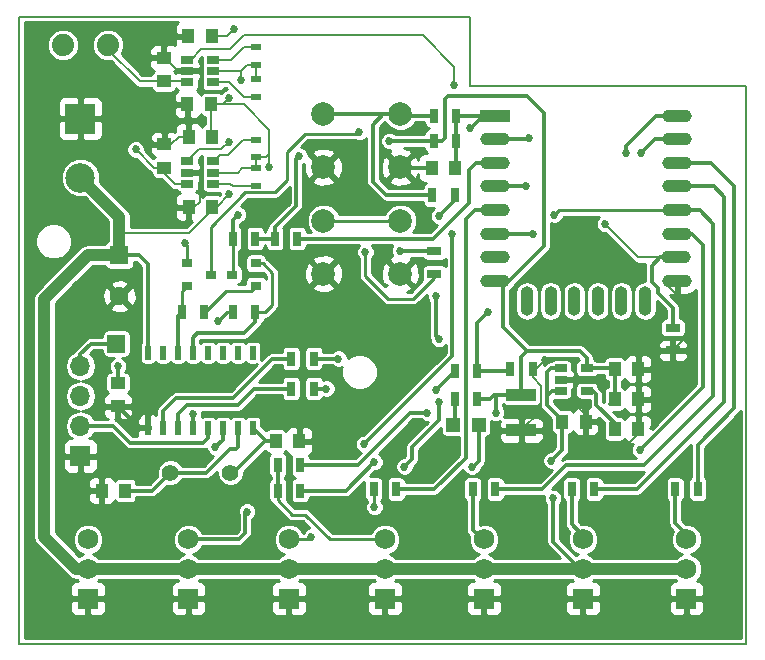
<source format=gbr>
%TF.GenerationSoftware,KiCad,Pcbnew,4.0.7-e2-6376~58~ubuntu16.04.1*%
%TF.CreationDate,2018-03-12T18:00:00+01:00*%
%TF.ProjectId,SLAMP-WiFi,534C414D502D576946692E6B69636164,rev?*%
%TF.FileFunction,Copper,L1,Top,Signal*%
%FSLAX46Y46*%
G04 Gerber Fmt 4.6, Leading zero omitted, Abs format (unit mm)*
G04 Created by KiCad (PCBNEW 4.0.7-e2-6376~58~ubuntu16.04.1) date Mon Mar 12 18:00:00 2018*
%MOMM*%
%LPD*%
G01*
G04 APERTURE LIST*
%ADD10C,0.127000*%
%ADD11R,0.900000X0.800000*%
%ADD12R,1.500000X1.500000*%
%ADD13R,2.500000X1.100000*%
%ADD14O,2.500000X1.100000*%
%ADD15O,1.100000X2.500000*%
%ADD16R,0.700000X1.300000*%
%ADD17R,1.000000X1.250000*%
%ADD18R,1.250000X1.000000*%
%ADD19R,1.600000X1.600000*%
%ADD20C,1.600000*%
%ADD21R,2.500000X1.000000*%
%ADD22R,1.200000X1.200000*%
%ADD23R,2.500000X2.500000*%
%ADD24C,2.500000*%
%ADD25R,1.700000X1.700000*%
%ADD26O,1.700000X1.700000*%
%ADD27R,1.300000X0.700000*%
%ADD28R,1.060000X0.650000*%
%ADD29R,0.508000X1.143000*%
%ADD30C,1.422400*%
%ADD31R,1.750000X1.750000*%
%ADD32C,1.750000*%
%ADD33C,2.000000*%
%ADD34R,0.900000X0.500000*%
%ADD35C,1.879600*%
%ADD36C,0.685800*%
%ADD37C,0.200000*%
%ADD38C,1.000000*%
%ADD39C,0.300000*%
%ADD40C,0.152400*%
%ADD41C,0.254000*%
G04 APERTURE END LIST*
D10*
X143637000Y-54991000D02*
X143637000Y-56769000D01*
X181864000Y-54991000D02*
X143637000Y-54991000D01*
X181864000Y-56769000D02*
X181864000Y-54991000D01*
X143637000Y-56769000D02*
X143637000Y-60833000D01*
X181864000Y-58166000D02*
X181864000Y-56769000D01*
X181864000Y-60833000D02*
X181864000Y-58166000D01*
X201041000Y-60833000D02*
X181864000Y-60833000D01*
X143637000Y-108077000D02*
X143637000Y-60833000D01*
X205232000Y-108077000D02*
X143637000Y-108077000D01*
X205232000Y-60833000D02*
X205232000Y-108077000D01*
X201041000Y-60833000D02*
X205232000Y-60833000D01*
D11*
X157877000Y-75885000D03*
X157877000Y-77785000D03*
X159877000Y-76835000D03*
D12*
X151892000Y-82677000D03*
D13*
X183958000Y-63373000D03*
D14*
X183958000Y-65373000D03*
X183958000Y-67373000D03*
X183958000Y-69373000D03*
X183958000Y-71373000D03*
X183958000Y-73373000D03*
X183958000Y-75373000D03*
X183958000Y-77373000D03*
X199358000Y-77373000D03*
X199258000Y-75373000D03*
X199358000Y-73373000D03*
X199358000Y-71373000D03*
X199358000Y-69373000D03*
X199358000Y-67373000D03*
X199358000Y-65373000D03*
X199358000Y-63373000D03*
D15*
X186648000Y-79073000D03*
X188648000Y-79073000D03*
X190648000Y-79073000D03*
X192648000Y-79073000D03*
X194648000Y-79073000D03*
X196648000Y-79073000D03*
D16*
X157419000Y-80010000D03*
X159319000Y-80010000D03*
D17*
X189627000Y-89281000D03*
X191627000Y-89281000D03*
X152638000Y-95123000D03*
X150638000Y-95123000D03*
D18*
X152019000Y-85995000D03*
X152019000Y-87995000D03*
D17*
X165370000Y-90932000D03*
X167370000Y-90932000D03*
X194072000Y-89916000D03*
X196072000Y-89916000D03*
D19*
X152146000Y-75184000D03*
D20*
X152146000Y-78684000D03*
D17*
X194072000Y-84836000D03*
X196072000Y-84836000D03*
X194072000Y-87376000D03*
X196072000Y-87376000D03*
D21*
X186182000Y-87019000D03*
X186182000Y-90019000D03*
D17*
X180578000Y-67818000D03*
X178578000Y-67818000D03*
D22*
X180383000Y-89535000D03*
X182583000Y-89535000D03*
D23*
X148844000Y-63627000D03*
D24*
X148844000Y-68627000D03*
D25*
X148844000Y-92202000D03*
D26*
X148844000Y-89662000D03*
X148844000Y-87122000D03*
X148844000Y-84582000D03*
D11*
X163687000Y-77785000D03*
X163687000Y-75885000D03*
X161687000Y-76835000D03*
D16*
X166690000Y-83947000D03*
X168590000Y-83947000D03*
X166690000Y-86487000D03*
X168590000Y-86487000D03*
X175575000Y-94996000D03*
X173675000Y-94996000D03*
X161737000Y-73787000D03*
X163637000Y-73787000D03*
X165547000Y-92964000D03*
X167447000Y-92964000D03*
X167193000Y-73787000D03*
X165293000Y-73787000D03*
X180655000Y-65532000D03*
X178755000Y-65532000D03*
D27*
X199009000Y-81346000D03*
X199009000Y-83246000D03*
D16*
X199202000Y-94996000D03*
X201102000Y-94996000D03*
X190439000Y-94996000D03*
X192339000Y-94996000D03*
X182057000Y-94996000D03*
X183957000Y-94996000D03*
X165547000Y-95123000D03*
X167447000Y-95123000D03*
X180533000Y-84963000D03*
X182433000Y-84963000D03*
X185232000Y-84836000D03*
X187132000Y-84836000D03*
X182433000Y-87376000D03*
X180533000Y-87376000D03*
X180528000Y-70104000D03*
X178628000Y-70104000D03*
X163637000Y-80010000D03*
X161737000Y-80010000D03*
X180655000Y-63373000D03*
X178755000Y-63373000D03*
D27*
X178816000Y-74869000D03*
X178816000Y-76769000D03*
D28*
X189527000Y-84775000D03*
X189527000Y-85725000D03*
X189527000Y-86675000D03*
X191727000Y-86675000D03*
X191727000Y-84775000D03*
D29*
X154559000Y-83439000D03*
X157099000Y-83439000D03*
X158369000Y-83439000D03*
X159639000Y-83439000D03*
X160909000Y-83439000D03*
X162179000Y-83439000D03*
X163449000Y-83439000D03*
X163449000Y-89789000D03*
X162179000Y-89789000D03*
X160909000Y-89789000D03*
X159639000Y-89789000D03*
X158369000Y-89789000D03*
X157099000Y-89789000D03*
X155829000Y-89789000D03*
X154559000Y-89789000D03*
X155829000Y-83439000D03*
D30*
X156464000Y-93599000D03*
X161544000Y-93599000D03*
D31*
X149479000Y-104267000D03*
D32*
X149479000Y-101767000D03*
X149479000Y-99267000D03*
D31*
X157988000Y-104267000D03*
D32*
X157988000Y-101767000D03*
X157988000Y-99267000D03*
D31*
X200152000Y-104267000D03*
D32*
X200152000Y-101767000D03*
X200152000Y-99267000D03*
D31*
X191389000Y-104267000D03*
D32*
X191389000Y-101767000D03*
X191389000Y-99267000D03*
D31*
X183007000Y-104267000D03*
D32*
X183007000Y-101767000D03*
X183007000Y-99267000D03*
D31*
X174625000Y-104267000D03*
D32*
X174625000Y-101767000D03*
X174625000Y-99267000D03*
D31*
X166497000Y-104267000D03*
D32*
X166497000Y-101767000D03*
X166497000Y-99267000D03*
D33*
X169418000Y-67746000D03*
X169418000Y-63246000D03*
X175918000Y-67746000D03*
X175918000Y-63246000D03*
X169418000Y-76763000D03*
X169418000Y-72263000D03*
X175918000Y-76763000D03*
X175918000Y-72263000D03*
D18*
X155956000Y-67802000D03*
X155956000Y-65802000D03*
D17*
X160004000Y-71120000D03*
X158004000Y-71120000D03*
X160004000Y-65151000D03*
X158004000Y-65151000D03*
D18*
X155905200Y-60486800D03*
X155905200Y-58486800D03*
D17*
X159902400Y-62433200D03*
X157902400Y-62433200D03*
X159953200Y-56642000D03*
X157953200Y-56642000D03*
D34*
X163703000Y-65417000D03*
X163703000Y-66917000D03*
X163703000Y-69330000D03*
X163703000Y-67830000D03*
X163677600Y-57568400D03*
X163677600Y-59068400D03*
X163677600Y-61811600D03*
X163677600Y-60311600D03*
D35*
X147370800Y-57404000D03*
X151180800Y-57404000D03*
D28*
X157904000Y-67249000D03*
X157904000Y-68199000D03*
X157904000Y-69149000D03*
X160104000Y-69149000D03*
X160104000Y-67249000D03*
X160104000Y-68199000D03*
X157904000Y-58638400D03*
X157904000Y-59588400D03*
X157904000Y-60538400D03*
X160104000Y-60538400D03*
X160104000Y-58638400D03*
X160104000Y-59588400D03*
D36*
X164846000Y-67716400D03*
X161442400Y-70053200D03*
X161848800Y-56083200D03*
X162407600Y-60350400D03*
X161391600Y-61925200D03*
X188722000Y-92583000D03*
X188849000Y-95758000D03*
X188214000Y-84074000D03*
X191008000Y-85725000D03*
X152019000Y-84582000D03*
X158369000Y-88646000D03*
X184023000Y-88519000D03*
X178181000Y-88519000D03*
X167386000Y-66802000D03*
X175006000Y-65532000D03*
X180492400Y-60807600D03*
X178943000Y-78613000D03*
X179197000Y-82296000D03*
X179197000Y-87630000D03*
X176276000Y-93091000D03*
X181991000Y-93091000D03*
X179197000Y-71882000D03*
X186563000Y-69342000D03*
X160274000Y-91440000D03*
X187198000Y-73406000D03*
X180340000Y-73406000D03*
X172847000Y-91186000D03*
X162941000Y-96901000D03*
X178943000Y-86614000D03*
X173736000Y-96520000D03*
X168402000Y-99060000D03*
X188976000Y-71755000D03*
X162179000Y-71755000D03*
X175895000Y-74803000D03*
X196342000Y-66548000D03*
X170688000Y-83947000D03*
X169672000Y-86487000D03*
X195072000Y-66548000D03*
X161442400Y-65582800D03*
X193243200Y-72542400D03*
X173736000Y-92710000D03*
X196215000Y-91694000D03*
X183388000Y-80010000D03*
X186817000Y-65278000D03*
X172974000Y-74930000D03*
X157734000Y-74168000D03*
X160528000Y-80772000D03*
X181864000Y-64389000D03*
X172466000Y-64770000D03*
X153517600Y-66243200D03*
D37*
X160004000Y-71120000D02*
X160375600Y-71120000D01*
X160375600Y-71120000D02*
X161442400Y-70053200D01*
X164846000Y-67716400D02*
X164846000Y-66649600D01*
X159953200Y-56642000D02*
X161290000Y-56642000D01*
X161290000Y-56642000D02*
X161848800Y-56083200D01*
X160004000Y-71120000D02*
X160004000Y-71390000D01*
X160004000Y-71390000D02*
X158038800Y-73355200D01*
X158038800Y-73355200D02*
X152146000Y-73355200D01*
X163703000Y-66917000D02*
X164578600Y-66917000D01*
X162661600Y-62433200D02*
X159902400Y-62433200D01*
X164846000Y-64617600D02*
X162661600Y-62433200D01*
X164846000Y-66649600D02*
X164846000Y-64617600D01*
X164578600Y-66917000D02*
X164846000Y-66649600D01*
X159902400Y-62433200D02*
X160883600Y-62433200D01*
X162407600Y-60350400D02*
X162407600Y-59588400D01*
X160883600Y-62433200D02*
X161391600Y-61925200D01*
X159902400Y-62433200D02*
X159902400Y-65049400D01*
X159902400Y-65049400D02*
X160004000Y-65151000D01*
X160104000Y-68199000D02*
X162179000Y-68199000D01*
X162548000Y-67830000D02*
X162610800Y-67830000D01*
X162610800Y-67830000D02*
X163703000Y-67830000D01*
X162179000Y-68199000D02*
X162548000Y-67830000D01*
X160004000Y-71120000D02*
X160004000Y-71002400D01*
X163703000Y-66917000D02*
X163703000Y-67830000D01*
X160104000Y-59588400D02*
X162407600Y-59588400D01*
X162927600Y-59068400D02*
X163677600Y-59068400D01*
X162407600Y-59588400D02*
X162927600Y-59068400D01*
X163677600Y-59068400D02*
X163677600Y-60311600D01*
D38*
X152146000Y-75184000D02*
X152146000Y-73355200D01*
X152146000Y-73355200D02*
X152146000Y-71929000D01*
X152146000Y-71929000D02*
X148844000Y-68627000D01*
D39*
X191389000Y-101767000D02*
X191175000Y-101767000D01*
X191175000Y-101767000D02*
X188849000Y-99441000D01*
X189627000Y-91678000D02*
X189627000Y-89281000D01*
X188722000Y-92583000D02*
X189627000Y-91678000D01*
X188849000Y-99441000D02*
X188849000Y-95758000D01*
X189527000Y-86675000D02*
X188788000Y-86675000D01*
X188788000Y-86675000D02*
X188341000Y-87122000D01*
X189627000Y-89281000D02*
X189627000Y-89170000D01*
X189627000Y-89170000D02*
X188341000Y-87884000D01*
X188341000Y-87884000D02*
X188341000Y-87122000D01*
X188341000Y-87122000D02*
X188341000Y-85090000D01*
X188341000Y-85090000D02*
X188656000Y-84775000D01*
X188656000Y-84775000D02*
X189527000Y-84775000D01*
X154559000Y-83439000D02*
X154559000Y-75946000D01*
X153797000Y-75184000D02*
X152146000Y-75184000D01*
X154559000Y-75946000D02*
X153797000Y-75184000D01*
D38*
X149479000Y-101767000D02*
X148503000Y-101767000D01*
X149479000Y-75184000D02*
X152146000Y-75184000D01*
X145796000Y-78867000D02*
X149479000Y-75184000D01*
X145796000Y-99060000D02*
X145796000Y-78867000D01*
X148503000Y-101767000D02*
X145796000Y-99060000D01*
X157988000Y-101767000D02*
X149479000Y-101767000D01*
X166497000Y-101767000D02*
X157988000Y-101767000D01*
X174625000Y-101767000D02*
X166497000Y-101767000D01*
X183007000Y-101767000D02*
X174625000Y-101767000D01*
X191389000Y-101767000D02*
X187706000Y-101767000D01*
X187706000Y-101767000D02*
X183007000Y-101767000D01*
X200152000Y-101767000D02*
X191389000Y-101767000D01*
D37*
X157904000Y-68199000D02*
X158775400Y-68199000D01*
X158953200Y-70662800D02*
X158496000Y-71120000D01*
X158953200Y-68376800D02*
X158953200Y-70662800D01*
X158775400Y-68199000D02*
X158953200Y-68376800D01*
X158496000Y-71120000D02*
X158004000Y-71120000D01*
X155956000Y-65802000D02*
X155159200Y-65802000D01*
X152984200Y-63627000D02*
X148844000Y-63627000D01*
X155159200Y-65802000D02*
X152984200Y-63627000D01*
X155956000Y-65802000D02*
X156549600Y-65802000D01*
X156549600Y-65802000D02*
X157200600Y-65151000D01*
X157200600Y-65151000D02*
X158004000Y-65151000D01*
X158004000Y-65151000D02*
X158004000Y-62534800D01*
X158004000Y-62534800D02*
X157902400Y-62433200D01*
X157953200Y-56642000D02*
X156718000Y-56642000D01*
X155905200Y-57454800D02*
X155905200Y-58486800D01*
X156718000Y-56642000D02*
X155905200Y-57454800D01*
X157904000Y-59588400D02*
X157073600Y-59588400D01*
X157073600Y-59588400D02*
X155972000Y-58486800D01*
X155972000Y-58486800D02*
X155905200Y-58486800D01*
D39*
X169458500Y-67786500D02*
X169418000Y-67746000D01*
D40*
X198658000Y-77373000D02*
X198658000Y-77881000D01*
X198658000Y-77881000D02*
X200660000Y-79883000D01*
X200660000Y-79883000D02*
X200660000Y-81595000D01*
X200660000Y-81595000D02*
X199009000Y-83246000D01*
X196072000Y-89916000D02*
X196072000Y-90313000D01*
X196072000Y-90313000D02*
X194818000Y-91567000D01*
X191627000Y-90789000D02*
X191627000Y-89281000D01*
X192405000Y-91567000D02*
X191627000Y-90789000D01*
X194818000Y-91567000D02*
X192405000Y-91567000D01*
X187132000Y-84836000D02*
X187132000Y-85532000D01*
X187833000Y-88368000D02*
X186182000Y-90019000D01*
X187833000Y-86233000D02*
X187833000Y-88368000D01*
X187132000Y-85532000D02*
X187833000Y-86233000D01*
X190500000Y-85725000D02*
X191008000Y-85725000D01*
X188214000Y-84074000D02*
X187452000Y-84836000D01*
X187452000Y-84836000D02*
X187132000Y-84836000D01*
D39*
X199009000Y-83246000D02*
X196662000Y-83246000D01*
X196072000Y-83836000D02*
X196072000Y-84836000D01*
X196662000Y-83246000D02*
X196072000Y-83836000D01*
X178578000Y-67818000D02*
X175990000Y-67818000D01*
X175990000Y-67818000D02*
X175918000Y-67746000D01*
D40*
X191627000Y-89281000D02*
X191627000Y-88757000D01*
X191627000Y-88757000D02*
X190627000Y-87757000D01*
X190627000Y-87757000D02*
X190627000Y-85852000D01*
X190627000Y-85852000D02*
X190500000Y-85725000D01*
X190500000Y-85725000D02*
X189527000Y-85725000D01*
D39*
X196072000Y-87376000D02*
X196072000Y-84836000D01*
X196072000Y-89916000D02*
X196072000Y-87376000D01*
X154559000Y-89789000D02*
X153813000Y-89789000D01*
X153813000Y-89789000D02*
X152019000Y-87995000D01*
X148844000Y-92202000D02*
X148844000Y-94234000D01*
X149733000Y-95123000D02*
X150638000Y-95123000D01*
X148844000Y-94234000D02*
X149733000Y-95123000D01*
X152638000Y-95123000D02*
X154940000Y-95123000D01*
X154940000Y-95123000D02*
X156464000Y-93599000D01*
X156464000Y-93599000D02*
X159512000Y-93599000D01*
X162179000Y-91440000D02*
X162179000Y-89789000D01*
X162052000Y-91567000D02*
X162179000Y-91440000D01*
X161544000Y-91567000D02*
X162052000Y-91567000D01*
X159512000Y-93599000D02*
X161544000Y-91567000D01*
X158369000Y-89789000D02*
X158369000Y-88646000D01*
X152019000Y-84582000D02*
X152019000Y-85995000D01*
X164465000Y-90932000D02*
X165370000Y-90932000D01*
X161544000Y-93599000D02*
X161798000Y-93599000D01*
X161798000Y-93599000D02*
X164465000Y-90932000D01*
X164465000Y-90932000D02*
X164465000Y-90805000D01*
X164465000Y-90805000D02*
X163449000Y-89789000D01*
X194072000Y-89916000D02*
X194072000Y-89424000D01*
X194072000Y-89424000D02*
X192532000Y-87884000D01*
X192532000Y-87884000D02*
X192532000Y-86990000D01*
X192532000Y-86990000D02*
X192217000Y-86675000D01*
X192217000Y-86675000D02*
X191727000Y-86675000D01*
X191727000Y-86675000D02*
X192217000Y-86675000D01*
X167447000Y-92964000D02*
X172339000Y-92964000D01*
X184023000Y-88519000D02*
X184023000Y-87019000D01*
X176784000Y-88519000D02*
X178181000Y-88519000D01*
X172339000Y-92964000D02*
X176784000Y-88519000D01*
X184023000Y-87019000D02*
X184023000Y-87122000D01*
X184023000Y-87122000D02*
X184023000Y-87019000D01*
X184658000Y-77373000D02*
X184658000Y-81280000D01*
X184658000Y-81280000D02*
X186690000Y-83312000D01*
X191727000Y-84775000D02*
X191727000Y-83904000D01*
X191727000Y-83904000D02*
X191135000Y-83312000D01*
X191135000Y-83312000D02*
X186690000Y-83312000D01*
X186182000Y-83820000D02*
X186182000Y-87019000D01*
X186690000Y-83312000D02*
X186182000Y-83820000D01*
X184658000Y-77373000D02*
X185136000Y-77373000D01*
X179451000Y-65532000D02*
X178755000Y-65532000D01*
X179705000Y-65278000D02*
X179451000Y-65532000D01*
X179705000Y-61976000D02*
X179705000Y-65278000D01*
X179959000Y-61722000D02*
X179705000Y-61976000D01*
X186690000Y-61722000D02*
X179959000Y-61722000D01*
X188087000Y-63119000D02*
X186690000Y-61722000D01*
X188087000Y-74422000D02*
X188087000Y-63119000D01*
X185136000Y-77373000D02*
X188087000Y-74422000D01*
X178755000Y-65532000D02*
X175006000Y-65532000D01*
X165293000Y-72832000D02*
X165293000Y-73787000D01*
X167132000Y-70993000D02*
X165293000Y-72832000D01*
X167132000Y-67056000D02*
X167132000Y-70993000D01*
X167386000Y-66802000D02*
X167132000Y-67056000D01*
X163637000Y-73787000D02*
X165293000Y-73787000D01*
X182433000Y-87376000D02*
X183515000Y-87376000D01*
X183515000Y-87376000D02*
X183872000Y-87019000D01*
X183872000Y-87019000D02*
X184023000Y-87019000D01*
X184023000Y-87019000D02*
X186182000Y-87019000D01*
X186309000Y-86892000D02*
X186182000Y-87019000D01*
X193691000Y-87757000D02*
X194072000Y-87376000D01*
X194072000Y-84836000D02*
X194072000Y-87376000D01*
X191727000Y-84775000D02*
X194011000Y-84775000D01*
X194011000Y-84775000D02*
X194072000Y-84836000D01*
X180533000Y-87376000D02*
X180533000Y-89385000D01*
X180533000Y-89385000D02*
X180383000Y-89535000D01*
D37*
X180492400Y-59232800D02*
X180492400Y-60807600D01*
X177850800Y-56591200D02*
X180492400Y-59232800D01*
X162661600Y-56591200D02*
X177850800Y-56591200D01*
X161493200Y-57759600D02*
X162661600Y-56591200D01*
X159054800Y-57759600D02*
X161493200Y-57759600D01*
X158176000Y-58638400D02*
X159054800Y-57759600D01*
X157904000Y-58638400D02*
X158176000Y-58638400D01*
D39*
X182583000Y-89535000D02*
X182583000Y-92626000D01*
X178943000Y-82042000D02*
X178943000Y-78613000D01*
X179197000Y-82296000D02*
X178943000Y-82042000D01*
X179197000Y-89154000D02*
X179197000Y-87630000D01*
X176911000Y-91440000D02*
X179197000Y-89154000D01*
X176911000Y-92456000D02*
X176911000Y-91440000D01*
X176276000Y-93091000D02*
X176911000Y-92456000D01*
X182118000Y-93091000D02*
X181991000Y-93091000D01*
X182583000Y-92626000D02*
X182118000Y-93091000D01*
X184658000Y-69373000D02*
X186532000Y-69373000D01*
X179197000Y-71882000D02*
X180528000Y-70551000D01*
X186532000Y-69373000D02*
X186563000Y-69342000D01*
X180528000Y-70551000D02*
X180528000Y-70104000D01*
X148844000Y-89662000D02*
X151638000Y-89662000D01*
X159639000Y-90678000D02*
X159639000Y-89789000D01*
X159258000Y-91059000D02*
X159639000Y-90678000D01*
X153035000Y-91059000D02*
X159258000Y-91059000D01*
X151638000Y-89662000D02*
X153035000Y-91059000D01*
X149479000Y-89662000D02*
X148844000Y-89662000D01*
X160909000Y-89789000D02*
X160909000Y-90805000D01*
X160909000Y-90805000D02*
X160274000Y-91440000D01*
X160909000Y-89789000D02*
X160909000Y-90297000D01*
X148844000Y-84582000D02*
X148844000Y-83566000D01*
X149733000Y-82677000D02*
X151892000Y-82677000D01*
X148844000Y-83566000D02*
X149733000Y-82677000D01*
X187165000Y-73373000D02*
X184658000Y-73373000D01*
X187198000Y-73406000D02*
X187165000Y-73373000D01*
X180340000Y-83693000D02*
X180340000Y-73406000D01*
X172847000Y-91186000D02*
X180340000Y-83693000D01*
X162226000Y-99267000D02*
X162814000Y-98679000D01*
X162814000Y-98679000D02*
X162814000Y-97028000D01*
X162814000Y-97028000D02*
X162941000Y-96901000D01*
X157988000Y-99267000D02*
X162226000Y-99267000D01*
X178943000Y-86614000D02*
X180533000Y-85024000D01*
X180533000Y-85024000D02*
X180533000Y-84963000D01*
X200152000Y-99267000D02*
X200152000Y-98806000D01*
X200152000Y-98806000D02*
X199202000Y-97856000D01*
X199202000Y-97856000D02*
X199202000Y-94996000D01*
X191389000Y-99267000D02*
X191389000Y-98933000D01*
X191389000Y-98933000D02*
X190439000Y-97983000D01*
X190439000Y-97983000D02*
X190439000Y-94996000D01*
X183007000Y-99267000D02*
X182833000Y-99267000D01*
X182833000Y-99267000D02*
X182057000Y-98491000D01*
X182057000Y-98491000D02*
X182057000Y-94996000D01*
D41*
X174625000Y-99267000D02*
X170006000Y-99267000D01*
X165547000Y-95951000D02*
X165547000Y-95123000D01*
X166751000Y-97155000D02*
X165547000Y-95951000D01*
X167894000Y-97155000D02*
X166751000Y-97155000D01*
X170006000Y-99267000D02*
X167894000Y-97155000D01*
D39*
X165547000Y-92964000D02*
X165547000Y-95123000D01*
X174625000Y-99267000D02*
X174451000Y-99267000D01*
D41*
X166497000Y-99267000D02*
X168195000Y-99267000D01*
X173675000Y-96459000D02*
X173675000Y-94996000D01*
X173736000Y-96520000D02*
X173675000Y-96459000D01*
X168195000Y-99267000D02*
X168402000Y-99060000D01*
D39*
X166497000Y-99267000D02*
X166497000Y-98679000D01*
D41*
X157419000Y-80010000D02*
X157419000Y-78243000D01*
X157419000Y-78243000D02*
X157877000Y-77785000D01*
D39*
X157099000Y-83439000D02*
X157099000Y-80330000D01*
X157099000Y-80330000D02*
X157419000Y-80010000D01*
D41*
X163687000Y-75885000D02*
X164277000Y-75885000D01*
X164465000Y-80010000D02*
X163637000Y-80010000D01*
X165100000Y-79375000D02*
X164465000Y-80010000D01*
X165100000Y-76708000D02*
X165100000Y-79375000D01*
X164277000Y-75885000D02*
X165100000Y-76708000D01*
D39*
X163637000Y-80010000D02*
X163637000Y-80838000D01*
X158369000Y-82169000D02*
X158369000Y-83439000D01*
X158750000Y-81788000D02*
X158369000Y-82169000D01*
X162687000Y-81788000D02*
X158750000Y-81788000D01*
X163637000Y-80838000D02*
X162687000Y-81788000D01*
D41*
X198658000Y-71373000D02*
X189358000Y-71373000D01*
X189358000Y-71373000D02*
X188976000Y-71755000D01*
X161737000Y-73787000D02*
X161737000Y-76785000D01*
X161737000Y-76785000D02*
X161687000Y-76835000D01*
D39*
X161737000Y-73787000D02*
X161737000Y-72197000D01*
X161737000Y-72197000D02*
X162179000Y-71755000D01*
X175961000Y-74869000D02*
X178816000Y-74869000D01*
X175895000Y-74803000D02*
X175961000Y-74869000D01*
X161687000Y-73837000D02*
X161737000Y-73787000D01*
X183957000Y-94996000D02*
X187960000Y-94996000D01*
X201294000Y-71373000D02*
X198658000Y-71373000D01*
X202438000Y-72517000D02*
X201294000Y-71373000D01*
X202438000Y-87122000D02*
X202438000Y-72517000D01*
X196596000Y-92964000D02*
X202438000Y-87122000D01*
X189992000Y-92964000D02*
X196596000Y-92964000D01*
X187960000Y-94996000D02*
X189992000Y-92964000D01*
X166690000Y-83947000D02*
X165100000Y-83947000D01*
X155829000Y-88392000D02*
X155829000Y-89789000D01*
X156972000Y-87249000D02*
X155829000Y-88392000D01*
X161798000Y-87249000D02*
X156972000Y-87249000D01*
X165100000Y-83947000D02*
X161798000Y-87249000D01*
X168590000Y-83947000D02*
X170688000Y-83947000D01*
X197517000Y-65373000D02*
X198658000Y-65373000D01*
X196342000Y-66548000D02*
X197517000Y-65373000D01*
X166690000Y-86487000D02*
X163576000Y-86487000D01*
X157099000Y-88646000D02*
X157099000Y-89789000D01*
X157861000Y-87884000D02*
X157099000Y-88646000D01*
X162179000Y-87884000D02*
X157861000Y-87884000D01*
X163576000Y-86487000D02*
X162179000Y-87884000D01*
X198658000Y-63373000D02*
X197612000Y-63373000D01*
X169672000Y-86487000D02*
X168590000Y-86487000D01*
X195072000Y-65913000D02*
X195072000Y-66548000D01*
X197612000Y-63373000D02*
X195072000Y-65913000D01*
X175575000Y-94996000D02*
X178816000Y-94996000D01*
X182246000Y-71373000D02*
X184658000Y-71373000D01*
X181483000Y-72136000D02*
X182246000Y-71373000D01*
X181483000Y-92329000D02*
X181483000Y-72136000D01*
X178816000Y-94996000D02*
X181483000Y-92329000D01*
X178689000Y-73787000D02*
X181737000Y-70739000D01*
X167193000Y-73787000D02*
X178689000Y-73787000D01*
X182309000Y-67373000D02*
X184658000Y-67373000D01*
X181737000Y-67945000D02*
X182309000Y-67373000D01*
X181737000Y-70739000D02*
X181737000Y-67945000D01*
D37*
X158906602Y-66246398D02*
X157904000Y-67249000D01*
X160778802Y-66246398D02*
X158906602Y-66246398D01*
X161442400Y-65582800D02*
X160778802Y-66246398D01*
X198658000Y-75373000D02*
X196073800Y-75373000D01*
X196073800Y-75373000D02*
X193243200Y-72542400D01*
D39*
X199009000Y-81346000D02*
X199009000Y-79629000D01*
X197931000Y-75373000D02*
X198658000Y-75373000D01*
X197231000Y-76073000D02*
X197931000Y-75373000D01*
X197231000Y-77470000D02*
X197231000Y-76073000D01*
X197739000Y-77978000D02*
X197231000Y-77470000D01*
X197739000Y-78359000D02*
X197739000Y-77978000D01*
X199009000Y-79629000D02*
X197739000Y-78359000D01*
X204216000Y-88011000D02*
X204216000Y-69342000D01*
X201102000Y-91252000D02*
X204216000Y-88138000D01*
X204216000Y-88138000D02*
X204216000Y-88011000D01*
X201102000Y-94996000D02*
X201102000Y-91252000D01*
X202247000Y-67373000D02*
X198658000Y-67373000D01*
X204216000Y-69342000D02*
X202247000Y-67373000D01*
X198658000Y-69373000D02*
X202469000Y-69373000D01*
X195961000Y-94996000D02*
X203327000Y-87630000D01*
X203327000Y-87630000D02*
X203327000Y-87376000D01*
X195961000Y-94996000D02*
X192339000Y-94996000D01*
X203327000Y-70231000D02*
X203327000Y-87376000D01*
X202469000Y-69373000D02*
X203327000Y-70231000D01*
X171323000Y-95123000D02*
X173736000Y-92710000D01*
X167447000Y-95123000D02*
X170942000Y-95123000D01*
X170942000Y-95123000D02*
X171323000Y-95123000D01*
X196215000Y-91694000D02*
X201549000Y-86360000D01*
X201549000Y-86360000D02*
X201549000Y-74295000D01*
X201549000Y-74295000D02*
X200627000Y-73373000D01*
X198658000Y-73373000D02*
X200627000Y-73373000D01*
X184658000Y-65373000D02*
X186849000Y-65373000D01*
X182433000Y-80965000D02*
X182433000Y-84963000D01*
X183388000Y-80010000D02*
X182433000Y-80965000D01*
X186817000Y-65341000D02*
X186817000Y-65278000D01*
X186849000Y-65373000D02*
X186817000Y-65341000D01*
X182433000Y-84963000D02*
X185105000Y-84963000D01*
X185105000Y-84963000D02*
X185232000Y-84836000D01*
X185105000Y-84963000D02*
X185232000Y-84836000D01*
X178628000Y-70104000D02*
X174752000Y-70104000D01*
X173609000Y-64135000D02*
X174498000Y-63246000D01*
X173609000Y-68961000D02*
X173609000Y-64135000D01*
X174752000Y-70104000D02*
X173609000Y-68961000D01*
X169418000Y-63246000D02*
X174498000Y-63246000D01*
X174498000Y-63246000D02*
X175918000Y-63246000D01*
X178755000Y-63373000D02*
X176045000Y-63373000D01*
X176045000Y-63373000D02*
X175918000Y-63246000D01*
D41*
X169418000Y-72263000D02*
X175918000Y-72263000D01*
X178816000Y-76769000D02*
X178816000Y-77089000D01*
X178816000Y-77089000D02*
X177038000Y-78867000D01*
X172974000Y-76962000D02*
X172974000Y-74930000D01*
X174879000Y-78867000D02*
X172974000Y-76962000D01*
X177038000Y-78867000D02*
X174879000Y-78867000D01*
D39*
X178813500Y-76771500D02*
X178816000Y-76769000D01*
D41*
X161737000Y-80010000D02*
X161290000Y-80010000D01*
X157877000Y-74311000D02*
X157877000Y-75885000D01*
X157734000Y-74168000D02*
X157877000Y-74311000D01*
X161290000Y-80010000D02*
X160528000Y-80772000D01*
D39*
X161737000Y-80010000D02*
X161737000Y-79568000D01*
D41*
X159319000Y-80010000D02*
X159385000Y-80010000D01*
X159385000Y-80010000D02*
X161163000Y-78232000D01*
X161163000Y-78232000D02*
X163240000Y-78232000D01*
X163240000Y-78232000D02*
X163687000Y-77785000D01*
D39*
X163637000Y-77835000D02*
X163687000Y-77785000D01*
D41*
X159877000Y-76835000D02*
X159877000Y-72787000D01*
X181864000Y-64389000D02*
X182880000Y-63373000D01*
X172339000Y-64897000D02*
X172466000Y-64770000D01*
X167894000Y-64897000D02*
X172339000Y-64897000D01*
X166370000Y-66421000D02*
X167894000Y-64897000D01*
X166370000Y-68834000D02*
X166370000Y-66421000D01*
X165354000Y-69850000D02*
X166370000Y-68834000D01*
X162814000Y-69850000D02*
X165354000Y-69850000D01*
X159877000Y-72787000D02*
X162814000Y-69850000D01*
X182880000Y-63373000D02*
X184658000Y-63373000D01*
D39*
X180655000Y-65532000D02*
X180655000Y-67741000D01*
X180655000Y-67741000D02*
X180578000Y-67818000D01*
X180655000Y-65532000D02*
X180655000Y-63373000D01*
X180655000Y-63373000D02*
X184658000Y-63373000D01*
D37*
X155956000Y-67802000D02*
X155076400Y-67802000D01*
X155076400Y-67802000D02*
X153517600Y-66243200D01*
X155956000Y-67802000D02*
X155956000Y-68275200D01*
X155956000Y-68275200D02*
X156829800Y-69149000D01*
X156829800Y-69149000D02*
X157904000Y-69149000D01*
X151180800Y-57404000D02*
X151180800Y-57810400D01*
X151180800Y-57810400D02*
X153857200Y-60486800D01*
X153857200Y-60486800D02*
X155905200Y-60486800D01*
X155905200Y-60486800D02*
X157852400Y-60486800D01*
X157852400Y-60486800D02*
X157904000Y-60538400D01*
X163703000Y-65417000D02*
X162624200Y-65417000D01*
X160652600Y-66700400D02*
X160104000Y-67249000D01*
X161340800Y-66700400D02*
X160652600Y-66700400D01*
X162624200Y-65417000D02*
X161340800Y-66700400D01*
X160104000Y-69149000D02*
X161533800Y-69149000D01*
X161753798Y-69368998D02*
X163703000Y-69368998D01*
X161533800Y-69149000D02*
X161753798Y-69368998D01*
X163703000Y-69368998D02*
X163703000Y-69330000D01*
X160104000Y-58638400D02*
X161579600Y-58638400D01*
X162649600Y-57568400D02*
X163677600Y-57568400D01*
X161579600Y-58638400D02*
X162649600Y-57568400D01*
X163677600Y-61811600D02*
X162700400Y-61811600D01*
X161427200Y-60538400D02*
X160104000Y-60538400D01*
X162700400Y-61811600D02*
X161427200Y-60538400D01*
D41*
G36*
X156914873Y-55657301D02*
X156818200Y-55890690D01*
X156818200Y-56356250D01*
X156976950Y-56515000D01*
X157826200Y-56515000D01*
X157826200Y-56495000D01*
X158080200Y-56495000D01*
X158080200Y-56515000D01*
X158100200Y-56515000D01*
X158100200Y-56769000D01*
X158080200Y-56769000D01*
X158080200Y-56789000D01*
X157826200Y-56789000D01*
X157826200Y-56769000D01*
X156976950Y-56769000D01*
X156818200Y-56927750D01*
X156818200Y-57393310D01*
X156830932Y-57424048D01*
X156656510Y-57351800D01*
X156190950Y-57351800D01*
X156032200Y-57510550D01*
X156032200Y-58359800D01*
X156052200Y-58359800D01*
X156052200Y-58613800D01*
X156032200Y-58613800D01*
X156032200Y-58633800D01*
X155778200Y-58633800D01*
X155778200Y-58613800D01*
X154803950Y-58613800D01*
X154645200Y-58772550D01*
X154645200Y-59113109D01*
X154741873Y-59346498D01*
X154920501Y-59525127D01*
X155087102Y-59594135D01*
X154970945Y-59668880D01*
X154871621Y-59814245D01*
X154843766Y-59951800D01*
X154078804Y-59951800D01*
X152328185Y-58201181D01*
X152345619Y-58183778D01*
X152479859Y-57860491D01*
X154645200Y-57860491D01*
X154645200Y-58201050D01*
X154803950Y-58359800D01*
X155778200Y-58359800D01*
X155778200Y-57510550D01*
X155619450Y-57351800D01*
X155153890Y-57351800D01*
X154920501Y-57448473D01*
X154741873Y-57627102D01*
X154645200Y-57860491D01*
X152479859Y-57860491D01*
X152555361Y-57678664D01*
X152555838Y-57131735D01*
X152346978Y-56626256D01*
X151960578Y-56239181D01*
X151455464Y-56029439D01*
X150908535Y-56028962D01*
X150403056Y-56237822D01*
X150015981Y-56624222D01*
X149806239Y-57129336D01*
X149805762Y-57676265D01*
X150014622Y-58181744D01*
X150401022Y-58568819D01*
X150906136Y-58778561D01*
X151392781Y-58778985D01*
X153478898Y-60865102D01*
X153652464Y-60981076D01*
X153857200Y-61021800D01*
X154843264Y-61021800D01*
X154867010Y-61148001D01*
X154962280Y-61296055D01*
X155107645Y-61395379D01*
X155280200Y-61430322D01*
X156530200Y-61430322D01*
X156691401Y-61399990D01*
X156839455Y-61304720D01*
X156938779Y-61159355D01*
X156964809Y-61030815D01*
X157056080Y-61172655D01*
X157139613Y-61229731D01*
X157042702Y-61269873D01*
X156864073Y-61448501D01*
X156767400Y-61681890D01*
X156767400Y-62147450D01*
X156926150Y-62306200D01*
X157775400Y-62306200D01*
X157775400Y-62286200D01*
X158029400Y-62286200D01*
X158029400Y-62306200D01*
X158049400Y-62306200D01*
X158049400Y-62560200D01*
X158029400Y-62560200D01*
X158029400Y-63534450D01*
X158188150Y-63693200D01*
X158528709Y-63693200D01*
X158762098Y-63596527D01*
X158940727Y-63417899D01*
X159009735Y-63251298D01*
X159084480Y-63367455D01*
X159229845Y-63466779D01*
X159367400Y-63494634D01*
X159367400Y-64108181D01*
X159342799Y-64112810D01*
X159194745Y-64208080D01*
X159110627Y-64331191D01*
X159042327Y-64166301D01*
X158863698Y-63987673D01*
X158630309Y-63891000D01*
X158289750Y-63891000D01*
X158131000Y-64049750D01*
X158131000Y-65024000D01*
X158151000Y-65024000D01*
X158151000Y-65278000D01*
X158131000Y-65278000D01*
X158131000Y-65298000D01*
X157877000Y-65298000D01*
X157877000Y-65278000D01*
X157857000Y-65278000D01*
X157857000Y-65024000D01*
X157877000Y-65024000D01*
X157877000Y-64049750D01*
X157718250Y-63891000D01*
X157377691Y-63891000D01*
X157144302Y-63987673D01*
X156965673Y-64166301D01*
X156869000Y-64399690D01*
X156869000Y-64733974D01*
X156707310Y-64667000D01*
X156241750Y-64667000D01*
X156083000Y-64825750D01*
X156083000Y-65675000D01*
X156103000Y-65675000D01*
X156103000Y-65929000D01*
X156083000Y-65929000D01*
X156083000Y-65949000D01*
X155829000Y-65949000D01*
X155829000Y-65929000D01*
X154854750Y-65929000D01*
X154696000Y-66087750D01*
X154696000Y-66428309D01*
X154792673Y-66661698D01*
X154971301Y-66840327D01*
X155137902Y-66909335D01*
X155021745Y-66984080D01*
X155019041Y-66988037D01*
X154295482Y-66264478D01*
X154295635Y-66089145D01*
X154177456Y-65803131D01*
X153958820Y-65584113D01*
X153673013Y-65465435D01*
X153363545Y-65465165D01*
X153077531Y-65583344D01*
X152858513Y-65801980D01*
X152739835Y-66087787D01*
X152739565Y-66397255D01*
X152857744Y-66683269D01*
X153076380Y-66902287D01*
X153362187Y-67020965D01*
X153538915Y-67021119D01*
X154698098Y-68180302D01*
X154871664Y-68296276D01*
X154887478Y-68299422D01*
X154887478Y-68302000D01*
X154917810Y-68463201D01*
X155013080Y-68611255D01*
X155158445Y-68710579D01*
X155331000Y-68745522D01*
X155669718Y-68745522D01*
X156451498Y-69527302D01*
X156625064Y-69643276D01*
X156829800Y-69684000D01*
X156992211Y-69684000D01*
X157056080Y-69783255D01*
X157201445Y-69882579D01*
X157283208Y-69899136D01*
X157144302Y-69956673D01*
X156965673Y-70135301D01*
X156869000Y-70368690D01*
X156869000Y-70834250D01*
X157027750Y-70993000D01*
X157877000Y-70993000D01*
X157877000Y-70973000D01*
X158131000Y-70973000D01*
X158131000Y-70993000D01*
X158151000Y-70993000D01*
X158151000Y-71247000D01*
X158131000Y-71247000D01*
X158131000Y-72221250D01*
X158273573Y-72363823D01*
X157817196Y-72820200D01*
X153081000Y-72820200D01*
X153081000Y-71929000D01*
X153009827Y-71571191D01*
X152899284Y-71405750D01*
X156869000Y-71405750D01*
X156869000Y-71871310D01*
X156965673Y-72104699D01*
X157144302Y-72283327D01*
X157377691Y-72380000D01*
X157718250Y-72380000D01*
X157877000Y-72221250D01*
X157877000Y-71247000D01*
X157027750Y-71247000D01*
X156869000Y-71405750D01*
X152899284Y-71405750D01*
X152807145Y-71267855D01*
X150521143Y-68981853D01*
X150528707Y-68963638D01*
X150529292Y-68293303D01*
X150273306Y-67673771D01*
X149799722Y-67199360D01*
X149180638Y-66942293D01*
X148510303Y-66941708D01*
X147890771Y-67197694D01*
X147416360Y-67671278D01*
X147159293Y-68290362D01*
X147158708Y-68960697D01*
X147414694Y-69580229D01*
X147888278Y-70054640D01*
X148507362Y-70311707D01*
X149177697Y-70312292D01*
X149198434Y-70303724D01*
X151211000Y-72316290D01*
X151211000Y-73965880D01*
X151184799Y-73970810D01*
X151036745Y-74066080D01*
X150937421Y-74211445D01*
X150929816Y-74249000D01*
X149479005Y-74249000D01*
X149479000Y-74248999D01*
X149180556Y-74308364D01*
X149121191Y-74320173D01*
X148823819Y-74518870D01*
X148817855Y-74522855D01*
X145134855Y-78205855D01*
X144932173Y-78509191D01*
X144861000Y-78867000D01*
X144861000Y-99060000D01*
X144932173Y-99417809D01*
X145134855Y-99721145D01*
X147841855Y-102428145D01*
X148145191Y-102630827D01*
X148503000Y-102702000D01*
X148561365Y-102702000D01*
X148616269Y-102757000D01*
X148477690Y-102757000D01*
X148244301Y-102853673D01*
X148065673Y-103032302D01*
X147969000Y-103265691D01*
X147969000Y-103981250D01*
X148127750Y-104140000D01*
X149352000Y-104140000D01*
X149352000Y-104120000D01*
X149606000Y-104120000D01*
X149606000Y-104140000D01*
X150830250Y-104140000D01*
X150989000Y-103981250D01*
X150989000Y-103265691D01*
X150892327Y-103032302D01*
X150713699Y-102853673D01*
X150480310Y-102757000D01*
X150341509Y-102757000D01*
X150396605Y-102702000D01*
X157070365Y-102702000D01*
X157125269Y-102757000D01*
X156986690Y-102757000D01*
X156753301Y-102853673D01*
X156574673Y-103032302D01*
X156478000Y-103265691D01*
X156478000Y-103981250D01*
X156636750Y-104140000D01*
X157861000Y-104140000D01*
X157861000Y-104120000D01*
X158115000Y-104120000D01*
X158115000Y-104140000D01*
X159339250Y-104140000D01*
X159498000Y-103981250D01*
X159498000Y-103265691D01*
X159401327Y-103032302D01*
X159222699Y-102853673D01*
X158989310Y-102757000D01*
X158850509Y-102757000D01*
X158905605Y-102702000D01*
X165579365Y-102702000D01*
X165634269Y-102757000D01*
X165495690Y-102757000D01*
X165262301Y-102853673D01*
X165083673Y-103032302D01*
X164987000Y-103265691D01*
X164987000Y-103981250D01*
X165145750Y-104140000D01*
X166370000Y-104140000D01*
X166370000Y-104120000D01*
X166624000Y-104120000D01*
X166624000Y-104140000D01*
X167848250Y-104140000D01*
X168007000Y-103981250D01*
X168007000Y-103265691D01*
X167910327Y-103032302D01*
X167731699Y-102853673D01*
X167498310Y-102757000D01*
X167359509Y-102757000D01*
X167414605Y-102702000D01*
X173707365Y-102702000D01*
X173762269Y-102757000D01*
X173623690Y-102757000D01*
X173390301Y-102853673D01*
X173211673Y-103032302D01*
X173115000Y-103265691D01*
X173115000Y-103981250D01*
X173273750Y-104140000D01*
X174498000Y-104140000D01*
X174498000Y-104120000D01*
X174752000Y-104120000D01*
X174752000Y-104140000D01*
X175976250Y-104140000D01*
X176135000Y-103981250D01*
X176135000Y-103265691D01*
X176038327Y-103032302D01*
X175859699Y-102853673D01*
X175626310Y-102757000D01*
X175487509Y-102757000D01*
X175542605Y-102702000D01*
X182089365Y-102702000D01*
X182144269Y-102757000D01*
X182005690Y-102757000D01*
X181772301Y-102853673D01*
X181593673Y-103032302D01*
X181497000Y-103265691D01*
X181497000Y-103981250D01*
X181655750Y-104140000D01*
X182880000Y-104140000D01*
X182880000Y-104120000D01*
X183134000Y-104120000D01*
X183134000Y-104140000D01*
X184358250Y-104140000D01*
X184517000Y-103981250D01*
X184517000Y-103265691D01*
X184420327Y-103032302D01*
X184241699Y-102853673D01*
X184008310Y-102757000D01*
X183869509Y-102757000D01*
X183924605Y-102702000D01*
X190471365Y-102702000D01*
X190526269Y-102757000D01*
X190387690Y-102757000D01*
X190154301Y-102853673D01*
X189975673Y-103032302D01*
X189879000Y-103265691D01*
X189879000Y-103981250D01*
X190037750Y-104140000D01*
X191262000Y-104140000D01*
X191262000Y-104120000D01*
X191516000Y-104120000D01*
X191516000Y-104140000D01*
X192740250Y-104140000D01*
X192899000Y-103981250D01*
X192899000Y-103265691D01*
X192802327Y-103032302D01*
X192623699Y-102853673D01*
X192390310Y-102757000D01*
X192251509Y-102757000D01*
X192306605Y-102702000D01*
X199234365Y-102702000D01*
X199289269Y-102757000D01*
X199150690Y-102757000D01*
X198917301Y-102853673D01*
X198738673Y-103032302D01*
X198642000Y-103265691D01*
X198642000Y-103981250D01*
X198800750Y-104140000D01*
X200025000Y-104140000D01*
X200025000Y-104120000D01*
X200279000Y-104120000D01*
X200279000Y-104140000D01*
X201503250Y-104140000D01*
X201662000Y-103981250D01*
X201662000Y-103265691D01*
X201565327Y-103032302D01*
X201386699Y-102853673D01*
X201153310Y-102757000D01*
X201014509Y-102757000D01*
X201261916Y-102510024D01*
X201461772Y-102028718D01*
X201462226Y-101507568D01*
X201263211Y-101025914D01*
X200895024Y-100657084D01*
X200557428Y-100516902D01*
X200893086Y-100378211D01*
X201261916Y-100010024D01*
X201461772Y-99528718D01*
X201462226Y-99007568D01*
X201263211Y-98525914D01*
X200895024Y-98157084D01*
X200413718Y-97957228D01*
X200130296Y-97956981D01*
X199787000Y-97613686D01*
X199787000Y-96011702D01*
X199861255Y-95963920D01*
X199960579Y-95818555D01*
X199995522Y-95646000D01*
X199995522Y-94346000D01*
X199965190Y-94184799D01*
X199869920Y-94036745D01*
X199724555Y-93937421D01*
X199552000Y-93902478D01*
X198852000Y-93902478D01*
X198690799Y-93932810D01*
X198542745Y-94028080D01*
X198443421Y-94173445D01*
X198408478Y-94346000D01*
X198408478Y-95646000D01*
X198438810Y-95807201D01*
X198534080Y-95955255D01*
X198617000Y-96011912D01*
X198617000Y-97856000D01*
X198642262Y-97983000D01*
X198661530Y-98079870D01*
X198788343Y-98269657D01*
X199042373Y-98523687D01*
X199042084Y-98523976D01*
X198842228Y-99005282D01*
X198841774Y-99526432D01*
X199040789Y-100008086D01*
X199408976Y-100376916D01*
X199746572Y-100517098D01*
X199410914Y-100655789D01*
X199234395Y-100832000D01*
X192306635Y-100832000D01*
X192132024Y-100657084D01*
X191794428Y-100516902D01*
X192130086Y-100378211D01*
X192498916Y-100010024D01*
X192698772Y-99528718D01*
X192699226Y-99007568D01*
X192500211Y-98525914D01*
X192132024Y-98157084D01*
X191650718Y-97957228D01*
X191240185Y-97956870D01*
X191024000Y-97740686D01*
X191024000Y-96011702D01*
X191098255Y-95963920D01*
X191197579Y-95818555D01*
X191232522Y-95646000D01*
X191232522Y-94346000D01*
X191202190Y-94184799D01*
X191106920Y-94036745D01*
X190961555Y-93937421D01*
X190789000Y-93902478D01*
X190089000Y-93902478D01*
X189927799Y-93932810D01*
X189779745Y-94028080D01*
X189680421Y-94173445D01*
X189645478Y-94346000D01*
X189645478Y-95646000D01*
X189675810Y-95807201D01*
X189771080Y-95955255D01*
X189854000Y-96011912D01*
X189854000Y-97983000D01*
X189888627Y-98157084D01*
X189898530Y-98206870D01*
X190025343Y-98396657D01*
X190241991Y-98613305D01*
X190079228Y-99005282D01*
X190078774Y-99526432D01*
X190277789Y-100008086D01*
X190645976Y-100376916D01*
X190983572Y-100517098D01*
X190820000Y-100584685D01*
X189434000Y-99198686D01*
X189434000Y-96273178D01*
X189508087Y-96199220D01*
X189626765Y-95913413D01*
X189627035Y-95603945D01*
X189508856Y-95317931D01*
X189290220Y-95098913D01*
X189004413Y-94980235D01*
X188803255Y-94980059D01*
X190234314Y-93549000D01*
X196580686Y-93549000D01*
X195718686Y-94411000D01*
X193132522Y-94411000D01*
X193132522Y-94346000D01*
X193102190Y-94184799D01*
X193006920Y-94036745D01*
X192861555Y-93937421D01*
X192689000Y-93902478D01*
X191989000Y-93902478D01*
X191827799Y-93932810D01*
X191679745Y-94028080D01*
X191580421Y-94173445D01*
X191545478Y-94346000D01*
X191545478Y-95646000D01*
X191575810Y-95807201D01*
X191671080Y-95955255D01*
X191816445Y-96054579D01*
X191989000Y-96089522D01*
X192689000Y-96089522D01*
X192850201Y-96059190D01*
X192998255Y-95963920D01*
X193097579Y-95818555D01*
X193132522Y-95646000D01*
X193132522Y-95581000D01*
X195961000Y-95581000D01*
X196184870Y-95536470D01*
X196374657Y-95409657D01*
X200517000Y-91267315D01*
X200517000Y-93980298D01*
X200442745Y-94028080D01*
X200343421Y-94173445D01*
X200308478Y-94346000D01*
X200308478Y-95646000D01*
X200338810Y-95807201D01*
X200434080Y-95955255D01*
X200579445Y-96054579D01*
X200752000Y-96089522D01*
X201452000Y-96089522D01*
X201613201Y-96059190D01*
X201761255Y-95963920D01*
X201860579Y-95818555D01*
X201895522Y-95646000D01*
X201895522Y-94346000D01*
X201865190Y-94184799D01*
X201769920Y-94036745D01*
X201687000Y-93980088D01*
X201687000Y-91494314D01*
X204629657Y-88551657D01*
X204733500Y-88396247D01*
X204733500Y-107578500D01*
X144135500Y-107578500D01*
X144135500Y-104552750D01*
X147969000Y-104552750D01*
X147969000Y-105268309D01*
X148065673Y-105501698D01*
X148244301Y-105680327D01*
X148477690Y-105777000D01*
X149193250Y-105777000D01*
X149352000Y-105618250D01*
X149352000Y-104394000D01*
X149606000Y-104394000D01*
X149606000Y-105618250D01*
X149764750Y-105777000D01*
X150480310Y-105777000D01*
X150713699Y-105680327D01*
X150892327Y-105501698D01*
X150989000Y-105268309D01*
X150989000Y-104552750D01*
X156478000Y-104552750D01*
X156478000Y-105268309D01*
X156574673Y-105501698D01*
X156753301Y-105680327D01*
X156986690Y-105777000D01*
X157702250Y-105777000D01*
X157861000Y-105618250D01*
X157861000Y-104394000D01*
X158115000Y-104394000D01*
X158115000Y-105618250D01*
X158273750Y-105777000D01*
X158989310Y-105777000D01*
X159222699Y-105680327D01*
X159401327Y-105501698D01*
X159498000Y-105268309D01*
X159498000Y-104552750D01*
X164987000Y-104552750D01*
X164987000Y-105268309D01*
X165083673Y-105501698D01*
X165262301Y-105680327D01*
X165495690Y-105777000D01*
X166211250Y-105777000D01*
X166370000Y-105618250D01*
X166370000Y-104394000D01*
X166624000Y-104394000D01*
X166624000Y-105618250D01*
X166782750Y-105777000D01*
X167498310Y-105777000D01*
X167731699Y-105680327D01*
X167910327Y-105501698D01*
X168007000Y-105268309D01*
X168007000Y-104552750D01*
X173115000Y-104552750D01*
X173115000Y-105268309D01*
X173211673Y-105501698D01*
X173390301Y-105680327D01*
X173623690Y-105777000D01*
X174339250Y-105777000D01*
X174498000Y-105618250D01*
X174498000Y-104394000D01*
X174752000Y-104394000D01*
X174752000Y-105618250D01*
X174910750Y-105777000D01*
X175626310Y-105777000D01*
X175859699Y-105680327D01*
X176038327Y-105501698D01*
X176135000Y-105268309D01*
X176135000Y-104552750D01*
X181497000Y-104552750D01*
X181497000Y-105268309D01*
X181593673Y-105501698D01*
X181772301Y-105680327D01*
X182005690Y-105777000D01*
X182721250Y-105777000D01*
X182880000Y-105618250D01*
X182880000Y-104394000D01*
X183134000Y-104394000D01*
X183134000Y-105618250D01*
X183292750Y-105777000D01*
X184008310Y-105777000D01*
X184241699Y-105680327D01*
X184420327Y-105501698D01*
X184517000Y-105268309D01*
X184517000Y-104552750D01*
X189879000Y-104552750D01*
X189879000Y-105268309D01*
X189975673Y-105501698D01*
X190154301Y-105680327D01*
X190387690Y-105777000D01*
X191103250Y-105777000D01*
X191262000Y-105618250D01*
X191262000Y-104394000D01*
X191516000Y-104394000D01*
X191516000Y-105618250D01*
X191674750Y-105777000D01*
X192390310Y-105777000D01*
X192623699Y-105680327D01*
X192802327Y-105501698D01*
X192899000Y-105268309D01*
X192899000Y-104552750D01*
X198642000Y-104552750D01*
X198642000Y-105268309D01*
X198738673Y-105501698D01*
X198917301Y-105680327D01*
X199150690Y-105777000D01*
X199866250Y-105777000D01*
X200025000Y-105618250D01*
X200025000Y-104394000D01*
X200279000Y-104394000D01*
X200279000Y-105618250D01*
X200437750Y-105777000D01*
X201153310Y-105777000D01*
X201386699Y-105680327D01*
X201565327Y-105501698D01*
X201662000Y-105268309D01*
X201662000Y-104552750D01*
X201503250Y-104394000D01*
X200279000Y-104394000D01*
X200025000Y-104394000D01*
X198800750Y-104394000D01*
X198642000Y-104552750D01*
X192899000Y-104552750D01*
X192740250Y-104394000D01*
X191516000Y-104394000D01*
X191262000Y-104394000D01*
X190037750Y-104394000D01*
X189879000Y-104552750D01*
X184517000Y-104552750D01*
X184358250Y-104394000D01*
X183134000Y-104394000D01*
X182880000Y-104394000D01*
X181655750Y-104394000D01*
X181497000Y-104552750D01*
X176135000Y-104552750D01*
X175976250Y-104394000D01*
X174752000Y-104394000D01*
X174498000Y-104394000D01*
X173273750Y-104394000D01*
X173115000Y-104552750D01*
X168007000Y-104552750D01*
X167848250Y-104394000D01*
X166624000Y-104394000D01*
X166370000Y-104394000D01*
X165145750Y-104394000D01*
X164987000Y-104552750D01*
X159498000Y-104552750D01*
X159339250Y-104394000D01*
X158115000Y-104394000D01*
X157861000Y-104394000D01*
X156636750Y-104394000D01*
X156478000Y-104552750D01*
X150989000Y-104552750D01*
X150830250Y-104394000D01*
X149606000Y-104394000D01*
X149352000Y-104394000D01*
X148127750Y-104394000D01*
X147969000Y-104552750D01*
X144135500Y-104552750D01*
X144135500Y-74319591D01*
X145022735Y-74319591D01*
X145255932Y-74883971D01*
X145687357Y-75316151D01*
X146251330Y-75550333D01*
X146861991Y-75550865D01*
X147426371Y-75317668D01*
X147858551Y-74886243D01*
X148092733Y-74322270D01*
X148093265Y-73711609D01*
X147860068Y-73147229D01*
X147428643Y-72715049D01*
X146864670Y-72480867D01*
X146254009Y-72480335D01*
X145689629Y-72713532D01*
X145257449Y-73144957D01*
X145023267Y-73708930D01*
X145022735Y-74319591D01*
X144135500Y-74319591D01*
X144135500Y-63912750D01*
X146959000Y-63912750D01*
X146959000Y-65003309D01*
X147055673Y-65236698D01*
X147234301Y-65415327D01*
X147467690Y-65512000D01*
X148558250Y-65512000D01*
X148717000Y-65353250D01*
X148717000Y-63754000D01*
X148971000Y-63754000D01*
X148971000Y-65353250D01*
X149129750Y-65512000D01*
X150220310Y-65512000D01*
X150453699Y-65415327D01*
X150632327Y-65236698D01*
X150657596Y-65175691D01*
X154696000Y-65175691D01*
X154696000Y-65516250D01*
X154854750Y-65675000D01*
X155829000Y-65675000D01*
X155829000Y-64825750D01*
X155670250Y-64667000D01*
X155204690Y-64667000D01*
X154971301Y-64763673D01*
X154792673Y-64942302D01*
X154696000Y-65175691D01*
X150657596Y-65175691D01*
X150729000Y-65003309D01*
X150729000Y-63912750D01*
X150570250Y-63754000D01*
X148971000Y-63754000D01*
X148717000Y-63754000D01*
X147117750Y-63754000D01*
X146959000Y-63912750D01*
X144135500Y-63912750D01*
X144135500Y-62250691D01*
X146959000Y-62250691D01*
X146959000Y-63341250D01*
X147117750Y-63500000D01*
X148717000Y-63500000D01*
X148717000Y-61900750D01*
X148971000Y-61900750D01*
X148971000Y-63500000D01*
X150570250Y-63500000D01*
X150729000Y-63341250D01*
X150729000Y-62718950D01*
X156767400Y-62718950D01*
X156767400Y-63184510D01*
X156864073Y-63417899D01*
X157042702Y-63596527D01*
X157276091Y-63693200D01*
X157616650Y-63693200D01*
X157775400Y-63534450D01*
X157775400Y-62560200D01*
X156926150Y-62560200D01*
X156767400Y-62718950D01*
X150729000Y-62718950D01*
X150729000Y-62250691D01*
X150632327Y-62017302D01*
X150453699Y-61838673D01*
X150220310Y-61742000D01*
X149129750Y-61742000D01*
X148971000Y-61900750D01*
X148717000Y-61900750D01*
X148558250Y-61742000D01*
X147467690Y-61742000D01*
X147234301Y-61838673D01*
X147055673Y-62017302D01*
X146959000Y-62250691D01*
X144135500Y-62250691D01*
X144135500Y-57676265D01*
X145995762Y-57676265D01*
X146204622Y-58181744D01*
X146591022Y-58568819D01*
X147096136Y-58778561D01*
X147643065Y-58779038D01*
X148148544Y-58570178D01*
X148535619Y-58183778D01*
X148745361Y-57678664D01*
X148745838Y-57131735D01*
X148536978Y-56626256D01*
X148150578Y-56239181D01*
X147645464Y-56029439D01*
X147098535Y-56028962D01*
X146593056Y-56237822D01*
X146205981Y-56624222D01*
X145996239Y-57129336D01*
X145995762Y-57676265D01*
X144135500Y-57676265D01*
X144135500Y-55489500D01*
X157082675Y-55489500D01*
X156914873Y-55657301D01*
X156914873Y-55657301D01*
G37*
X156914873Y-55657301D02*
X156818200Y-55890690D01*
X156818200Y-56356250D01*
X156976950Y-56515000D01*
X157826200Y-56515000D01*
X157826200Y-56495000D01*
X158080200Y-56495000D01*
X158080200Y-56515000D01*
X158100200Y-56515000D01*
X158100200Y-56769000D01*
X158080200Y-56769000D01*
X158080200Y-56789000D01*
X157826200Y-56789000D01*
X157826200Y-56769000D01*
X156976950Y-56769000D01*
X156818200Y-56927750D01*
X156818200Y-57393310D01*
X156830932Y-57424048D01*
X156656510Y-57351800D01*
X156190950Y-57351800D01*
X156032200Y-57510550D01*
X156032200Y-58359800D01*
X156052200Y-58359800D01*
X156052200Y-58613800D01*
X156032200Y-58613800D01*
X156032200Y-58633800D01*
X155778200Y-58633800D01*
X155778200Y-58613800D01*
X154803950Y-58613800D01*
X154645200Y-58772550D01*
X154645200Y-59113109D01*
X154741873Y-59346498D01*
X154920501Y-59525127D01*
X155087102Y-59594135D01*
X154970945Y-59668880D01*
X154871621Y-59814245D01*
X154843766Y-59951800D01*
X154078804Y-59951800D01*
X152328185Y-58201181D01*
X152345619Y-58183778D01*
X152479859Y-57860491D01*
X154645200Y-57860491D01*
X154645200Y-58201050D01*
X154803950Y-58359800D01*
X155778200Y-58359800D01*
X155778200Y-57510550D01*
X155619450Y-57351800D01*
X155153890Y-57351800D01*
X154920501Y-57448473D01*
X154741873Y-57627102D01*
X154645200Y-57860491D01*
X152479859Y-57860491D01*
X152555361Y-57678664D01*
X152555838Y-57131735D01*
X152346978Y-56626256D01*
X151960578Y-56239181D01*
X151455464Y-56029439D01*
X150908535Y-56028962D01*
X150403056Y-56237822D01*
X150015981Y-56624222D01*
X149806239Y-57129336D01*
X149805762Y-57676265D01*
X150014622Y-58181744D01*
X150401022Y-58568819D01*
X150906136Y-58778561D01*
X151392781Y-58778985D01*
X153478898Y-60865102D01*
X153652464Y-60981076D01*
X153857200Y-61021800D01*
X154843264Y-61021800D01*
X154867010Y-61148001D01*
X154962280Y-61296055D01*
X155107645Y-61395379D01*
X155280200Y-61430322D01*
X156530200Y-61430322D01*
X156691401Y-61399990D01*
X156839455Y-61304720D01*
X156938779Y-61159355D01*
X156964809Y-61030815D01*
X157056080Y-61172655D01*
X157139613Y-61229731D01*
X157042702Y-61269873D01*
X156864073Y-61448501D01*
X156767400Y-61681890D01*
X156767400Y-62147450D01*
X156926150Y-62306200D01*
X157775400Y-62306200D01*
X157775400Y-62286200D01*
X158029400Y-62286200D01*
X158029400Y-62306200D01*
X158049400Y-62306200D01*
X158049400Y-62560200D01*
X158029400Y-62560200D01*
X158029400Y-63534450D01*
X158188150Y-63693200D01*
X158528709Y-63693200D01*
X158762098Y-63596527D01*
X158940727Y-63417899D01*
X159009735Y-63251298D01*
X159084480Y-63367455D01*
X159229845Y-63466779D01*
X159367400Y-63494634D01*
X159367400Y-64108181D01*
X159342799Y-64112810D01*
X159194745Y-64208080D01*
X159110627Y-64331191D01*
X159042327Y-64166301D01*
X158863698Y-63987673D01*
X158630309Y-63891000D01*
X158289750Y-63891000D01*
X158131000Y-64049750D01*
X158131000Y-65024000D01*
X158151000Y-65024000D01*
X158151000Y-65278000D01*
X158131000Y-65278000D01*
X158131000Y-65298000D01*
X157877000Y-65298000D01*
X157877000Y-65278000D01*
X157857000Y-65278000D01*
X157857000Y-65024000D01*
X157877000Y-65024000D01*
X157877000Y-64049750D01*
X157718250Y-63891000D01*
X157377691Y-63891000D01*
X157144302Y-63987673D01*
X156965673Y-64166301D01*
X156869000Y-64399690D01*
X156869000Y-64733974D01*
X156707310Y-64667000D01*
X156241750Y-64667000D01*
X156083000Y-64825750D01*
X156083000Y-65675000D01*
X156103000Y-65675000D01*
X156103000Y-65929000D01*
X156083000Y-65929000D01*
X156083000Y-65949000D01*
X155829000Y-65949000D01*
X155829000Y-65929000D01*
X154854750Y-65929000D01*
X154696000Y-66087750D01*
X154696000Y-66428309D01*
X154792673Y-66661698D01*
X154971301Y-66840327D01*
X155137902Y-66909335D01*
X155021745Y-66984080D01*
X155019041Y-66988037D01*
X154295482Y-66264478D01*
X154295635Y-66089145D01*
X154177456Y-65803131D01*
X153958820Y-65584113D01*
X153673013Y-65465435D01*
X153363545Y-65465165D01*
X153077531Y-65583344D01*
X152858513Y-65801980D01*
X152739835Y-66087787D01*
X152739565Y-66397255D01*
X152857744Y-66683269D01*
X153076380Y-66902287D01*
X153362187Y-67020965D01*
X153538915Y-67021119D01*
X154698098Y-68180302D01*
X154871664Y-68296276D01*
X154887478Y-68299422D01*
X154887478Y-68302000D01*
X154917810Y-68463201D01*
X155013080Y-68611255D01*
X155158445Y-68710579D01*
X155331000Y-68745522D01*
X155669718Y-68745522D01*
X156451498Y-69527302D01*
X156625064Y-69643276D01*
X156829800Y-69684000D01*
X156992211Y-69684000D01*
X157056080Y-69783255D01*
X157201445Y-69882579D01*
X157283208Y-69899136D01*
X157144302Y-69956673D01*
X156965673Y-70135301D01*
X156869000Y-70368690D01*
X156869000Y-70834250D01*
X157027750Y-70993000D01*
X157877000Y-70993000D01*
X157877000Y-70973000D01*
X158131000Y-70973000D01*
X158131000Y-70993000D01*
X158151000Y-70993000D01*
X158151000Y-71247000D01*
X158131000Y-71247000D01*
X158131000Y-72221250D01*
X158273573Y-72363823D01*
X157817196Y-72820200D01*
X153081000Y-72820200D01*
X153081000Y-71929000D01*
X153009827Y-71571191D01*
X152899284Y-71405750D01*
X156869000Y-71405750D01*
X156869000Y-71871310D01*
X156965673Y-72104699D01*
X157144302Y-72283327D01*
X157377691Y-72380000D01*
X157718250Y-72380000D01*
X157877000Y-72221250D01*
X157877000Y-71247000D01*
X157027750Y-71247000D01*
X156869000Y-71405750D01*
X152899284Y-71405750D01*
X152807145Y-71267855D01*
X150521143Y-68981853D01*
X150528707Y-68963638D01*
X150529292Y-68293303D01*
X150273306Y-67673771D01*
X149799722Y-67199360D01*
X149180638Y-66942293D01*
X148510303Y-66941708D01*
X147890771Y-67197694D01*
X147416360Y-67671278D01*
X147159293Y-68290362D01*
X147158708Y-68960697D01*
X147414694Y-69580229D01*
X147888278Y-70054640D01*
X148507362Y-70311707D01*
X149177697Y-70312292D01*
X149198434Y-70303724D01*
X151211000Y-72316290D01*
X151211000Y-73965880D01*
X151184799Y-73970810D01*
X151036745Y-74066080D01*
X150937421Y-74211445D01*
X150929816Y-74249000D01*
X149479005Y-74249000D01*
X149479000Y-74248999D01*
X149180556Y-74308364D01*
X149121191Y-74320173D01*
X148823819Y-74518870D01*
X148817855Y-74522855D01*
X145134855Y-78205855D01*
X144932173Y-78509191D01*
X144861000Y-78867000D01*
X144861000Y-99060000D01*
X144932173Y-99417809D01*
X145134855Y-99721145D01*
X147841855Y-102428145D01*
X148145191Y-102630827D01*
X148503000Y-102702000D01*
X148561365Y-102702000D01*
X148616269Y-102757000D01*
X148477690Y-102757000D01*
X148244301Y-102853673D01*
X148065673Y-103032302D01*
X147969000Y-103265691D01*
X147969000Y-103981250D01*
X148127750Y-104140000D01*
X149352000Y-104140000D01*
X149352000Y-104120000D01*
X149606000Y-104120000D01*
X149606000Y-104140000D01*
X150830250Y-104140000D01*
X150989000Y-103981250D01*
X150989000Y-103265691D01*
X150892327Y-103032302D01*
X150713699Y-102853673D01*
X150480310Y-102757000D01*
X150341509Y-102757000D01*
X150396605Y-102702000D01*
X157070365Y-102702000D01*
X157125269Y-102757000D01*
X156986690Y-102757000D01*
X156753301Y-102853673D01*
X156574673Y-103032302D01*
X156478000Y-103265691D01*
X156478000Y-103981250D01*
X156636750Y-104140000D01*
X157861000Y-104140000D01*
X157861000Y-104120000D01*
X158115000Y-104120000D01*
X158115000Y-104140000D01*
X159339250Y-104140000D01*
X159498000Y-103981250D01*
X159498000Y-103265691D01*
X159401327Y-103032302D01*
X159222699Y-102853673D01*
X158989310Y-102757000D01*
X158850509Y-102757000D01*
X158905605Y-102702000D01*
X165579365Y-102702000D01*
X165634269Y-102757000D01*
X165495690Y-102757000D01*
X165262301Y-102853673D01*
X165083673Y-103032302D01*
X164987000Y-103265691D01*
X164987000Y-103981250D01*
X165145750Y-104140000D01*
X166370000Y-104140000D01*
X166370000Y-104120000D01*
X166624000Y-104120000D01*
X166624000Y-104140000D01*
X167848250Y-104140000D01*
X168007000Y-103981250D01*
X168007000Y-103265691D01*
X167910327Y-103032302D01*
X167731699Y-102853673D01*
X167498310Y-102757000D01*
X167359509Y-102757000D01*
X167414605Y-102702000D01*
X173707365Y-102702000D01*
X173762269Y-102757000D01*
X173623690Y-102757000D01*
X173390301Y-102853673D01*
X173211673Y-103032302D01*
X173115000Y-103265691D01*
X173115000Y-103981250D01*
X173273750Y-104140000D01*
X174498000Y-104140000D01*
X174498000Y-104120000D01*
X174752000Y-104120000D01*
X174752000Y-104140000D01*
X175976250Y-104140000D01*
X176135000Y-103981250D01*
X176135000Y-103265691D01*
X176038327Y-103032302D01*
X175859699Y-102853673D01*
X175626310Y-102757000D01*
X175487509Y-102757000D01*
X175542605Y-102702000D01*
X182089365Y-102702000D01*
X182144269Y-102757000D01*
X182005690Y-102757000D01*
X181772301Y-102853673D01*
X181593673Y-103032302D01*
X181497000Y-103265691D01*
X181497000Y-103981250D01*
X181655750Y-104140000D01*
X182880000Y-104140000D01*
X182880000Y-104120000D01*
X183134000Y-104120000D01*
X183134000Y-104140000D01*
X184358250Y-104140000D01*
X184517000Y-103981250D01*
X184517000Y-103265691D01*
X184420327Y-103032302D01*
X184241699Y-102853673D01*
X184008310Y-102757000D01*
X183869509Y-102757000D01*
X183924605Y-102702000D01*
X190471365Y-102702000D01*
X190526269Y-102757000D01*
X190387690Y-102757000D01*
X190154301Y-102853673D01*
X189975673Y-103032302D01*
X189879000Y-103265691D01*
X189879000Y-103981250D01*
X190037750Y-104140000D01*
X191262000Y-104140000D01*
X191262000Y-104120000D01*
X191516000Y-104120000D01*
X191516000Y-104140000D01*
X192740250Y-104140000D01*
X192899000Y-103981250D01*
X192899000Y-103265691D01*
X192802327Y-103032302D01*
X192623699Y-102853673D01*
X192390310Y-102757000D01*
X192251509Y-102757000D01*
X192306605Y-102702000D01*
X199234365Y-102702000D01*
X199289269Y-102757000D01*
X199150690Y-102757000D01*
X198917301Y-102853673D01*
X198738673Y-103032302D01*
X198642000Y-103265691D01*
X198642000Y-103981250D01*
X198800750Y-104140000D01*
X200025000Y-104140000D01*
X200025000Y-104120000D01*
X200279000Y-104120000D01*
X200279000Y-104140000D01*
X201503250Y-104140000D01*
X201662000Y-103981250D01*
X201662000Y-103265691D01*
X201565327Y-103032302D01*
X201386699Y-102853673D01*
X201153310Y-102757000D01*
X201014509Y-102757000D01*
X201261916Y-102510024D01*
X201461772Y-102028718D01*
X201462226Y-101507568D01*
X201263211Y-101025914D01*
X200895024Y-100657084D01*
X200557428Y-100516902D01*
X200893086Y-100378211D01*
X201261916Y-100010024D01*
X201461772Y-99528718D01*
X201462226Y-99007568D01*
X201263211Y-98525914D01*
X200895024Y-98157084D01*
X200413718Y-97957228D01*
X200130296Y-97956981D01*
X199787000Y-97613686D01*
X199787000Y-96011702D01*
X199861255Y-95963920D01*
X199960579Y-95818555D01*
X199995522Y-95646000D01*
X199995522Y-94346000D01*
X199965190Y-94184799D01*
X199869920Y-94036745D01*
X199724555Y-93937421D01*
X199552000Y-93902478D01*
X198852000Y-93902478D01*
X198690799Y-93932810D01*
X198542745Y-94028080D01*
X198443421Y-94173445D01*
X198408478Y-94346000D01*
X198408478Y-95646000D01*
X198438810Y-95807201D01*
X198534080Y-95955255D01*
X198617000Y-96011912D01*
X198617000Y-97856000D01*
X198642262Y-97983000D01*
X198661530Y-98079870D01*
X198788343Y-98269657D01*
X199042373Y-98523687D01*
X199042084Y-98523976D01*
X198842228Y-99005282D01*
X198841774Y-99526432D01*
X199040789Y-100008086D01*
X199408976Y-100376916D01*
X199746572Y-100517098D01*
X199410914Y-100655789D01*
X199234395Y-100832000D01*
X192306635Y-100832000D01*
X192132024Y-100657084D01*
X191794428Y-100516902D01*
X192130086Y-100378211D01*
X192498916Y-100010024D01*
X192698772Y-99528718D01*
X192699226Y-99007568D01*
X192500211Y-98525914D01*
X192132024Y-98157084D01*
X191650718Y-97957228D01*
X191240185Y-97956870D01*
X191024000Y-97740686D01*
X191024000Y-96011702D01*
X191098255Y-95963920D01*
X191197579Y-95818555D01*
X191232522Y-95646000D01*
X191232522Y-94346000D01*
X191202190Y-94184799D01*
X191106920Y-94036745D01*
X190961555Y-93937421D01*
X190789000Y-93902478D01*
X190089000Y-93902478D01*
X189927799Y-93932810D01*
X189779745Y-94028080D01*
X189680421Y-94173445D01*
X189645478Y-94346000D01*
X189645478Y-95646000D01*
X189675810Y-95807201D01*
X189771080Y-95955255D01*
X189854000Y-96011912D01*
X189854000Y-97983000D01*
X189888627Y-98157084D01*
X189898530Y-98206870D01*
X190025343Y-98396657D01*
X190241991Y-98613305D01*
X190079228Y-99005282D01*
X190078774Y-99526432D01*
X190277789Y-100008086D01*
X190645976Y-100376916D01*
X190983572Y-100517098D01*
X190820000Y-100584685D01*
X189434000Y-99198686D01*
X189434000Y-96273178D01*
X189508087Y-96199220D01*
X189626765Y-95913413D01*
X189627035Y-95603945D01*
X189508856Y-95317931D01*
X189290220Y-95098913D01*
X189004413Y-94980235D01*
X188803255Y-94980059D01*
X190234314Y-93549000D01*
X196580686Y-93549000D01*
X195718686Y-94411000D01*
X193132522Y-94411000D01*
X193132522Y-94346000D01*
X193102190Y-94184799D01*
X193006920Y-94036745D01*
X192861555Y-93937421D01*
X192689000Y-93902478D01*
X191989000Y-93902478D01*
X191827799Y-93932810D01*
X191679745Y-94028080D01*
X191580421Y-94173445D01*
X191545478Y-94346000D01*
X191545478Y-95646000D01*
X191575810Y-95807201D01*
X191671080Y-95955255D01*
X191816445Y-96054579D01*
X191989000Y-96089522D01*
X192689000Y-96089522D01*
X192850201Y-96059190D01*
X192998255Y-95963920D01*
X193097579Y-95818555D01*
X193132522Y-95646000D01*
X193132522Y-95581000D01*
X195961000Y-95581000D01*
X196184870Y-95536470D01*
X196374657Y-95409657D01*
X200517000Y-91267315D01*
X200517000Y-93980298D01*
X200442745Y-94028080D01*
X200343421Y-94173445D01*
X200308478Y-94346000D01*
X200308478Y-95646000D01*
X200338810Y-95807201D01*
X200434080Y-95955255D01*
X200579445Y-96054579D01*
X200752000Y-96089522D01*
X201452000Y-96089522D01*
X201613201Y-96059190D01*
X201761255Y-95963920D01*
X201860579Y-95818555D01*
X201895522Y-95646000D01*
X201895522Y-94346000D01*
X201865190Y-94184799D01*
X201769920Y-94036745D01*
X201687000Y-93980088D01*
X201687000Y-91494314D01*
X204629657Y-88551657D01*
X204733500Y-88396247D01*
X204733500Y-107578500D01*
X144135500Y-107578500D01*
X144135500Y-104552750D01*
X147969000Y-104552750D01*
X147969000Y-105268309D01*
X148065673Y-105501698D01*
X148244301Y-105680327D01*
X148477690Y-105777000D01*
X149193250Y-105777000D01*
X149352000Y-105618250D01*
X149352000Y-104394000D01*
X149606000Y-104394000D01*
X149606000Y-105618250D01*
X149764750Y-105777000D01*
X150480310Y-105777000D01*
X150713699Y-105680327D01*
X150892327Y-105501698D01*
X150989000Y-105268309D01*
X150989000Y-104552750D01*
X156478000Y-104552750D01*
X156478000Y-105268309D01*
X156574673Y-105501698D01*
X156753301Y-105680327D01*
X156986690Y-105777000D01*
X157702250Y-105777000D01*
X157861000Y-105618250D01*
X157861000Y-104394000D01*
X158115000Y-104394000D01*
X158115000Y-105618250D01*
X158273750Y-105777000D01*
X158989310Y-105777000D01*
X159222699Y-105680327D01*
X159401327Y-105501698D01*
X159498000Y-105268309D01*
X159498000Y-104552750D01*
X164987000Y-104552750D01*
X164987000Y-105268309D01*
X165083673Y-105501698D01*
X165262301Y-105680327D01*
X165495690Y-105777000D01*
X166211250Y-105777000D01*
X166370000Y-105618250D01*
X166370000Y-104394000D01*
X166624000Y-104394000D01*
X166624000Y-105618250D01*
X166782750Y-105777000D01*
X167498310Y-105777000D01*
X167731699Y-105680327D01*
X167910327Y-105501698D01*
X168007000Y-105268309D01*
X168007000Y-104552750D01*
X173115000Y-104552750D01*
X173115000Y-105268309D01*
X173211673Y-105501698D01*
X173390301Y-105680327D01*
X173623690Y-105777000D01*
X174339250Y-105777000D01*
X174498000Y-105618250D01*
X174498000Y-104394000D01*
X174752000Y-104394000D01*
X174752000Y-105618250D01*
X174910750Y-105777000D01*
X175626310Y-105777000D01*
X175859699Y-105680327D01*
X176038327Y-105501698D01*
X176135000Y-105268309D01*
X176135000Y-104552750D01*
X181497000Y-104552750D01*
X181497000Y-105268309D01*
X181593673Y-105501698D01*
X181772301Y-105680327D01*
X182005690Y-105777000D01*
X182721250Y-105777000D01*
X182880000Y-105618250D01*
X182880000Y-104394000D01*
X183134000Y-104394000D01*
X183134000Y-105618250D01*
X183292750Y-105777000D01*
X184008310Y-105777000D01*
X184241699Y-105680327D01*
X184420327Y-105501698D01*
X184517000Y-105268309D01*
X184517000Y-104552750D01*
X189879000Y-104552750D01*
X189879000Y-105268309D01*
X189975673Y-105501698D01*
X190154301Y-105680327D01*
X190387690Y-105777000D01*
X191103250Y-105777000D01*
X191262000Y-105618250D01*
X191262000Y-104394000D01*
X191516000Y-104394000D01*
X191516000Y-105618250D01*
X191674750Y-105777000D01*
X192390310Y-105777000D01*
X192623699Y-105680327D01*
X192802327Y-105501698D01*
X192899000Y-105268309D01*
X192899000Y-104552750D01*
X198642000Y-104552750D01*
X198642000Y-105268309D01*
X198738673Y-105501698D01*
X198917301Y-105680327D01*
X199150690Y-105777000D01*
X199866250Y-105777000D01*
X200025000Y-105618250D01*
X200025000Y-104394000D01*
X200279000Y-104394000D01*
X200279000Y-105618250D01*
X200437750Y-105777000D01*
X201153310Y-105777000D01*
X201386699Y-105680327D01*
X201565327Y-105501698D01*
X201662000Y-105268309D01*
X201662000Y-104552750D01*
X201503250Y-104394000D01*
X200279000Y-104394000D01*
X200025000Y-104394000D01*
X198800750Y-104394000D01*
X198642000Y-104552750D01*
X192899000Y-104552750D01*
X192740250Y-104394000D01*
X191516000Y-104394000D01*
X191262000Y-104394000D01*
X190037750Y-104394000D01*
X189879000Y-104552750D01*
X184517000Y-104552750D01*
X184358250Y-104394000D01*
X183134000Y-104394000D01*
X182880000Y-104394000D01*
X181655750Y-104394000D01*
X181497000Y-104552750D01*
X176135000Y-104552750D01*
X175976250Y-104394000D01*
X174752000Y-104394000D01*
X174498000Y-104394000D01*
X173273750Y-104394000D01*
X173115000Y-104552750D01*
X168007000Y-104552750D01*
X167848250Y-104394000D01*
X166624000Y-104394000D01*
X166370000Y-104394000D01*
X165145750Y-104394000D01*
X164987000Y-104552750D01*
X159498000Y-104552750D01*
X159339250Y-104394000D01*
X158115000Y-104394000D01*
X157861000Y-104394000D01*
X156636750Y-104394000D01*
X156478000Y-104552750D01*
X150989000Y-104552750D01*
X150830250Y-104394000D01*
X149606000Y-104394000D01*
X149352000Y-104394000D01*
X148127750Y-104394000D01*
X147969000Y-104552750D01*
X144135500Y-104552750D01*
X144135500Y-74319591D01*
X145022735Y-74319591D01*
X145255932Y-74883971D01*
X145687357Y-75316151D01*
X146251330Y-75550333D01*
X146861991Y-75550865D01*
X147426371Y-75317668D01*
X147858551Y-74886243D01*
X148092733Y-74322270D01*
X148093265Y-73711609D01*
X147860068Y-73147229D01*
X147428643Y-72715049D01*
X146864670Y-72480867D01*
X146254009Y-72480335D01*
X145689629Y-72713532D01*
X145257449Y-73144957D01*
X145023267Y-73708930D01*
X145022735Y-74319591D01*
X144135500Y-74319591D01*
X144135500Y-63912750D01*
X146959000Y-63912750D01*
X146959000Y-65003309D01*
X147055673Y-65236698D01*
X147234301Y-65415327D01*
X147467690Y-65512000D01*
X148558250Y-65512000D01*
X148717000Y-65353250D01*
X148717000Y-63754000D01*
X148971000Y-63754000D01*
X148971000Y-65353250D01*
X149129750Y-65512000D01*
X150220310Y-65512000D01*
X150453699Y-65415327D01*
X150632327Y-65236698D01*
X150657596Y-65175691D01*
X154696000Y-65175691D01*
X154696000Y-65516250D01*
X154854750Y-65675000D01*
X155829000Y-65675000D01*
X155829000Y-64825750D01*
X155670250Y-64667000D01*
X155204690Y-64667000D01*
X154971301Y-64763673D01*
X154792673Y-64942302D01*
X154696000Y-65175691D01*
X150657596Y-65175691D01*
X150729000Y-65003309D01*
X150729000Y-63912750D01*
X150570250Y-63754000D01*
X148971000Y-63754000D01*
X148717000Y-63754000D01*
X147117750Y-63754000D01*
X146959000Y-63912750D01*
X144135500Y-63912750D01*
X144135500Y-62250691D01*
X146959000Y-62250691D01*
X146959000Y-63341250D01*
X147117750Y-63500000D01*
X148717000Y-63500000D01*
X148717000Y-61900750D01*
X148971000Y-61900750D01*
X148971000Y-63500000D01*
X150570250Y-63500000D01*
X150729000Y-63341250D01*
X150729000Y-62718950D01*
X156767400Y-62718950D01*
X156767400Y-63184510D01*
X156864073Y-63417899D01*
X157042702Y-63596527D01*
X157276091Y-63693200D01*
X157616650Y-63693200D01*
X157775400Y-63534450D01*
X157775400Y-62560200D01*
X156926150Y-62560200D01*
X156767400Y-62718950D01*
X150729000Y-62718950D01*
X150729000Y-62250691D01*
X150632327Y-62017302D01*
X150453699Y-61838673D01*
X150220310Y-61742000D01*
X149129750Y-61742000D01*
X148971000Y-61900750D01*
X148717000Y-61900750D01*
X148558250Y-61742000D01*
X147467690Y-61742000D01*
X147234301Y-61838673D01*
X147055673Y-62017302D01*
X146959000Y-62250691D01*
X144135500Y-62250691D01*
X144135500Y-57676265D01*
X145995762Y-57676265D01*
X146204622Y-58181744D01*
X146591022Y-58568819D01*
X147096136Y-58778561D01*
X147643065Y-58779038D01*
X148148544Y-58570178D01*
X148535619Y-58183778D01*
X148745361Y-57678664D01*
X148745838Y-57131735D01*
X148536978Y-56626256D01*
X148150578Y-56239181D01*
X147645464Y-56029439D01*
X147098535Y-56028962D01*
X146593056Y-56237822D01*
X146205981Y-56624222D01*
X145996239Y-57129336D01*
X145995762Y-57676265D01*
X144135500Y-57676265D01*
X144135500Y-55489500D01*
X157082675Y-55489500D01*
X156914873Y-55657301D01*
G36*
X187756000Y-87884000D02*
X187787758Y-88043658D01*
X187800530Y-88107870D01*
X187927343Y-88297657D01*
X188683478Y-89053793D01*
X188683478Y-89906000D01*
X188713810Y-90067201D01*
X188809080Y-90215255D01*
X188954445Y-90314579D01*
X189042000Y-90332309D01*
X189042000Y-91435685D01*
X188672629Y-91805056D01*
X188567945Y-91804965D01*
X188281931Y-91923144D01*
X188062913Y-92141780D01*
X187944235Y-92427587D01*
X187943965Y-92737055D01*
X188062144Y-93023069D01*
X188280780Y-93242087D01*
X188566587Y-93360765D01*
X188767745Y-93360941D01*
X187717686Y-94411000D01*
X184750522Y-94411000D01*
X184750522Y-94346000D01*
X184720190Y-94184799D01*
X184624920Y-94036745D01*
X184479555Y-93937421D01*
X184307000Y-93902478D01*
X183607000Y-93902478D01*
X183445799Y-93932810D01*
X183297745Y-94028080D01*
X183198421Y-94173445D01*
X183163478Y-94346000D01*
X183163478Y-95646000D01*
X183193810Y-95807201D01*
X183289080Y-95955255D01*
X183434445Y-96054579D01*
X183607000Y-96089522D01*
X184307000Y-96089522D01*
X184468201Y-96059190D01*
X184616255Y-95963920D01*
X184715579Y-95818555D01*
X184750522Y-95646000D01*
X184750522Y-95581000D01*
X187960000Y-95581000D01*
X188091020Y-95554939D01*
X188071235Y-95602587D01*
X188070965Y-95912055D01*
X188189144Y-96198069D01*
X188264000Y-96273056D01*
X188264000Y-99441000D01*
X188308435Y-99664394D01*
X188308530Y-99664870D01*
X188435343Y-99854657D01*
X189412686Y-100832000D01*
X183924635Y-100832000D01*
X183750024Y-100657084D01*
X183412428Y-100516902D01*
X183748086Y-100378211D01*
X184116916Y-100010024D01*
X184316772Y-99528718D01*
X184317226Y-99007568D01*
X184118211Y-98525914D01*
X183750024Y-98157084D01*
X183268718Y-97957228D01*
X182747568Y-97956774D01*
X182642000Y-98000394D01*
X182642000Y-96011702D01*
X182716255Y-95963920D01*
X182815579Y-95818555D01*
X182850522Y-95646000D01*
X182850522Y-94346000D01*
X182820190Y-94184799D01*
X182724920Y-94036745D01*
X182579555Y-93937421D01*
X182407000Y-93902478D01*
X181707000Y-93902478D01*
X181545799Y-93932810D01*
X181397745Y-94028080D01*
X181298421Y-94173445D01*
X181263478Y-94346000D01*
X181263478Y-95646000D01*
X181293810Y-95807201D01*
X181389080Y-95955255D01*
X181472000Y-96011912D01*
X181472000Y-98491000D01*
X181490127Y-98582130D01*
X181516530Y-98714870D01*
X181643343Y-98904657D01*
X181710942Y-98972256D01*
X181697228Y-99005282D01*
X181696774Y-99526432D01*
X181895789Y-100008086D01*
X182263976Y-100376916D01*
X182601572Y-100517098D01*
X182265914Y-100655789D01*
X182089395Y-100832000D01*
X175542635Y-100832000D01*
X175368024Y-100657084D01*
X175030428Y-100516902D01*
X175366086Y-100378211D01*
X175734916Y-100010024D01*
X175934772Y-99528718D01*
X175935226Y-99007568D01*
X175736211Y-98525914D01*
X175368024Y-98157084D01*
X174886718Y-97957228D01*
X174365568Y-97956774D01*
X173883914Y-98155789D01*
X173515084Y-98523976D01*
X173439916Y-98705000D01*
X170238788Y-98705000D01*
X168291394Y-96757606D01*
X168109068Y-96635780D01*
X167894000Y-96593000D01*
X166983788Y-96593000D01*
X166310760Y-95919972D01*
X166340522Y-95773000D01*
X166340522Y-94473000D01*
X166310190Y-94311799D01*
X166214920Y-94163745D01*
X166132000Y-94107088D01*
X166132000Y-93979702D01*
X166206255Y-93931920D01*
X166305579Y-93786555D01*
X166340522Y-93614000D01*
X166340522Y-92314000D01*
X166310190Y-92152799D01*
X166214920Y-92004745D01*
X166099771Y-91926067D01*
X166179255Y-91874920D01*
X166263373Y-91751809D01*
X166331673Y-91916699D01*
X166510302Y-92095327D01*
X166683253Y-92166966D01*
X166653478Y-92314000D01*
X166653478Y-93614000D01*
X166683810Y-93775201D01*
X166779080Y-93923255D01*
X166924445Y-94022579D01*
X167025215Y-94042985D01*
X166935799Y-94059810D01*
X166787745Y-94155080D01*
X166688421Y-94300445D01*
X166653478Y-94473000D01*
X166653478Y-95773000D01*
X166683810Y-95934201D01*
X166779080Y-96082255D01*
X166924445Y-96181579D01*
X167097000Y-96216522D01*
X167797000Y-96216522D01*
X167958201Y-96186190D01*
X168106255Y-96090920D01*
X168205579Y-95945555D01*
X168240522Y-95773000D01*
X168240522Y-95708000D01*
X171323000Y-95708000D01*
X171546870Y-95663470D01*
X171736657Y-95536657D01*
X172881478Y-94391836D01*
X172881478Y-95646000D01*
X172911810Y-95807201D01*
X173007080Y-95955255D01*
X173113000Y-96027627D01*
X173113000Y-96042756D01*
X173076913Y-96078780D01*
X172958235Y-96364587D01*
X172957965Y-96674055D01*
X173076144Y-96960069D01*
X173294780Y-97179087D01*
X173580587Y-97297765D01*
X173890055Y-97298035D01*
X174176069Y-97179856D01*
X174395087Y-96961220D01*
X174513765Y-96675413D01*
X174514035Y-96365945D01*
X174395856Y-96079931D01*
X174301249Y-95985159D01*
X174334255Y-95963920D01*
X174433579Y-95818555D01*
X174468522Y-95646000D01*
X174468522Y-94346000D01*
X174438190Y-94184799D01*
X174342920Y-94036745D01*
X174197555Y-93937421D01*
X174025000Y-93902478D01*
X173370837Y-93902478D01*
X173785371Y-93487944D01*
X173890055Y-93488035D01*
X174176069Y-93369856D01*
X174395087Y-93151220D01*
X174513765Y-92865413D01*
X174514035Y-92555945D01*
X174395856Y-92269931D01*
X174177220Y-92050913D01*
X174108102Y-92022212D01*
X177026315Y-89104000D01*
X177665822Y-89104000D01*
X177739780Y-89178087D01*
X178025587Y-89296765D01*
X178226745Y-89296941D01*
X176497343Y-91026343D01*
X176370530Y-91216130D01*
X176326000Y-91440000D01*
X176326000Y-92213685D01*
X176226629Y-92313056D01*
X176121945Y-92312965D01*
X175835931Y-92431144D01*
X175616913Y-92649780D01*
X175498235Y-92935587D01*
X175497965Y-93245055D01*
X175616144Y-93531069D01*
X175834780Y-93750087D01*
X176120587Y-93868765D01*
X176430055Y-93869035D01*
X176716069Y-93750856D01*
X176935087Y-93532220D01*
X177053765Y-93246413D01*
X177053857Y-93140457D01*
X177324658Y-92869657D01*
X177451470Y-92679870D01*
X177496000Y-92456000D01*
X177496000Y-91682314D01*
X179339478Y-89838837D01*
X179339478Y-90135000D01*
X179369810Y-90296201D01*
X179465080Y-90444255D01*
X179610445Y-90543579D01*
X179783000Y-90578522D01*
X180898000Y-90578522D01*
X180898000Y-92086685D01*
X178573686Y-94411000D01*
X176368522Y-94411000D01*
X176368522Y-94346000D01*
X176338190Y-94184799D01*
X176242920Y-94036745D01*
X176097555Y-93937421D01*
X175925000Y-93902478D01*
X175225000Y-93902478D01*
X175063799Y-93932810D01*
X174915745Y-94028080D01*
X174816421Y-94173445D01*
X174781478Y-94346000D01*
X174781478Y-95646000D01*
X174811810Y-95807201D01*
X174907080Y-95955255D01*
X175052445Y-96054579D01*
X175225000Y-96089522D01*
X175925000Y-96089522D01*
X176086201Y-96059190D01*
X176234255Y-95963920D01*
X176333579Y-95818555D01*
X176368522Y-95646000D01*
X176368522Y-95581000D01*
X178816000Y-95581000D01*
X179039870Y-95536470D01*
X179229657Y-95409657D01*
X181265972Y-93373342D01*
X181331144Y-93531069D01*
X181549780Y-93750087D01*
X181835587Y-93868765D01*
X182145055Y-93869035D01*
X182431069Y-93750856D01*
X182650087Y-93532220D01*
X182753756Y-93282558D01*
X182996657Y-93039658D01*
X183123470Y-92849870D01*
X183132023Y-92806870D01*
X183168000Y-92626000D01*
X183168000Y-90578522D01*
X183183000Y-90578522D01*
X183344201Y-90548190D01*
X183492255Y-90452920D01*
X183591579Y-90307555D01*
X183592147Y-90304750D01*
X184297000Y-90304750D01*
X184297000Y-90645309D01*
X184393673Y-90878698D01*
X184572301Y-91057327D01*
X184805690Y-91154000D01*
X185896250Y-91154000D01*
X186055000Y-90995250D01*
X186055000Y-90146000D01*
X186309000Y-90146000D01*
X186309000Y-90995250D01*
X186467750Y-91154000D01*
X187558310Y-91154000D01*
X187791699Y-91057327D01*
X187970327Y-90878698D01*
X188067000Y-90645309D01*
X188067000Y-90304750D01*
X187908250Y-90146000D01*
X186309000Y-90146000D01*
X186055000Y-90146000D01*
X184455750Y-90146000D01*
X184297000Y-90304750D01*
X183592147Y-90304750D01*
X183626522Y-90135000D01*
X183626522Y-89196666D01*
X183867587Y-89296765D01*
X184177055Y-89297035D01*
X184369571Y-89217489D01*
X184297000Y-89392691D01*
X184297000Y-89733250D01*
X184455750Y-89892000D01*
X186055000Y-89892000D01*
X186055000Y-89042750D01*
X186309000Y-89042750D01*
X186309000Y-89892000D01*
X187908250Y-89892000D01*
X188067000Y-89733250D01*
X188067000Y-89392691D01*
X187970327Y-89159302D01*
X187791699Y-88980673D01*
X187558310Y-88884000D01*
X186467750Y-88884000D01*
X186309000Y-89042750D01*
X186055000Y-89042750D01*
X185896250Y-88884000D01*
X184805690Y-88884000D01*
X184694635Y-88930000D01*
X184800765Y-88674413D01*
X184801035Y-88364945D01*
X184682856Y-88078931D01*
X184608000Y-88003944D01*
X184608000Y-87818806D01*
X184614080Y-87828255D01*
X184759445Y-87927579D01*
X184932000Y-87962522D01*
X187432000Y-87962522D01*
X187593201Y-87932190D01*
X187741255Y-87836920D01*
X187756000Y-87815340D01*
X187756000Y-87884000D01*
X187756000Y-87884000D01*
G37*
X187756000Y-87884000D02*
X187787758Y-88043658D01*
X187800530Y-88107870D01*
X187927343Y-88297657D01*
X188683478Y-89053793D01*
X188683478Y-89906000D01*
X188713810Y-90067201D01*
X188809080Y-90215255D01*
X188954445Y-90314579D01*
X189042000Y-90332309D01*
X189042000Y-91435685D01*
X188672629Y-91805056D01*
X188567945Y-91804965D01*
X188281931Y-91923144D01*
X188062913Y-92141780D01*
X187944235Y-92427587D01*
X187943965Y-92737055D01*
X188062144Y-93023069D01*
X188280780Y-93242087D01*
X188566587Y-93360765D01*
X188767745Y-93360941D01*
X187717686Y-94411000D01*
X184750522Y-94411000D01*
X184750522Y-94346000D01*
X184720190Y-94184799D01*
X184624920Y-94036745D01*
X184479555Y-93937421D01*
X184307000Y-93902478D01*
X183607000Y-93902478D01*
X183445799Y-93932810D01*
X183297745Y-94028080D01*
X183198421Y-94173445D01*
X183163478Y-94346000D01*
X183163478Y-95646000D01*
X183193810Y-95807201D01*
X183289080Y-95955255D01*
X183434445Y-96054579D01*
X183607000Y-96089522D01*
X184307000Y-96089522D01*
X184468201Y-96059190D01*
X184616255Y-95963920D01*
X184715579Y-95818555D01*
X184750522Y-95646000D01*
X184750522Y-95581000D01*
X187960000Y-95581000D01*
X188091020Y-95554939D01*
X188071235Y-95602587D01*
X188070965Y-95912055D01*
X188189144Y-96198069D01*
X188264000Y-96273056D01*
X188264000Y-99441000D01*
X188308435Y-99664394D01*
X188308530Y-99664870D01*
X188435343Y-99854657D01*
X189412686Y-100832000D01*
X183924635Y-100832000D01*
X183750024Y-100657084D01*
X183412428Y-100516902D01*
X183748086Y-100378211D01*
X184116916Y-100010024D01*
X184316772Y-99528718D01*
X184317226Y-99007568D01*
X184118211Y-98525914D01*
X183750024Y-98157084D01*
X183268718Y-97957228D01*
X182747568Y-97956774D01*
X182642000Y-98000394D01*
X182642000Y-96011702D01*
X182716255Y-95963920D01*
X182815579Y-95818555D01*
X182850522Y-95646000D01*
X182850522Y-94346000D01*
X182820190Y-94184799D01*
X182724920Y-94036745D01*
X182579555Y-93937421D01*
X182407000Y-93902478D01*
X181707000Y-93902478D01*
X181545799Y-93932810D01*
X181397745Y-94028080D01*
X181298421Y-94173445D01*
X181263478Y-94346000D01*
X181263478Y-95646000D01*
X181293810Y-95807201D01*
X181389080Y-95955255D01*
X181472000Y-96011912D01*
X181472000Y-98491000D01*
X181490127Y-98582130D01*
X181516530Y-98714870D01*
X181643343Y-98904657D01*
X181710942Y-98972256D01*
X181697228Y-99005282D01*
X181696774Y-99526432D01*
X181895789Y-100008086D01*
X182263976Y-100376916D01*
X182601572Y-100517098D01*
X182265914Y-100655789D01*
X182089395Y-100832000D01*
X175542635Y-100832000D01*
X175368024Y-100657084D01*
X175030428Y-100516902D01*
X175366086Y-100378211D01*
X175734916Y-100010024D01*
X175934772Y-99528718D01*
X175935226Y-99007568D01*
X175736211Y-98525914D01*
X175368024Y-98157084D01*
X174886718Y-97957228D01*
X174365568Y-97956774D01*
X173883914Y-98155789D01*
X173515084Y-98523976D01*
X173439916Y-98705000D01*
X170238788Y-98705000D01*
X168291394Y-96757606D01*
X168109068Y-96635780D01*
X167894000Y-96593000D01*
X166983788Y-96593000D01*
X166310760Y-95919972D01*
X166340522Y-95773000D01*
X166340522Y-94473000D01*
X166310190Y-94311799D01*
X166214920Y-94163745D01*
X166132000Y-94107088D01*
X166132000Y-93979702D01*
X166206255Y-93931920D01*
X166305579Y-93786555D01*
X166340522Y-93614000D01*
X166340522Y-92314000D01*
X166310190Y-92152799D01*
X166214920Y-92004745D01*
X166099771Y-91926067D01*
X166179255Y-91874920D01*
X166263373Y-91751809D01*
X166331673Y-91916699D01*
X166510302Y-92095327D01*
X166683253Y-92166966D01*
X166653478Y-92314000D01*
X166653478Y-93614000D01*
X166683810Y-93775201D01*
X166779080Y-93923255D01*
X166924445Y-94022579D01*
X167025215Y-94042985D01*
X166935799Y-94059810D01*
X166787745Y-94155080D01*
X166688421Y-94300445D01*
X166653478Y-94473000D01*
X166653478Y-95773000D01*
X166683810Y-95934201D01*
X166779080Y-96082255D01*
X166924445Y-96181579D01*
X167097000Y-96216522D01*
X167797000Y-96216522D01*
X167958201Y-96186190D01*
X168106255Y-96090920D01*
X168205579Y-95945555D01*
X168240522Y-95773000D01*
X168240522Y-95708000D01*
X171323000Y-95708000D01*
X171546870Y-95663470D01*
X171736657Y-95536657D01*
X172881478Y-94391836D01*
X172881478Y-95646000D01*
X172911810Y-95807201D01*
X173007080Y-95955255D01*
X173113000Y-96027627D01*
X173113000Y-96042756D01*
X173076913Y-96078780D01*
X172958235Y-96364587D01*
X172957965Y-96674055D01*
X173076144Y-96960069D01*
X173294780Y-97179087D01*
X173580587Y-97297765D01*
X173890055Y-97298035D01*
X174176069Y-97179856D01*
X174395087Y-96961220D01*
X174513765Y-96675413D01*
X174514035Y-96365945D01*
X174395856Y-96079931D01*
X174301249Y-95985159D01*
X174334255Y-95963920D01*
X174433579Y-95818555D01*
X174468522Y-95646000D01*
X174468522Y-94346000D01*
X174438190Y-94184799D01*
X174342920Y-94036745D01*
X174197555Y-93937421D01*
X174025000Y-93902478D01*
X173370837Y-93902478D01*
X173785371Y-93487944D01*
X173890055Y-93488035D01*
X174176069Y-93369856D01*
X174395087Y-93151220D01*
X174513765Y-92865413D01*
X174514035Y-92555945D01*
X174395856Y-92269931D01*
X174177220Y-92050913D01*
X174108102Y-92022212D01*
X177026315Y-89104000D01*
X177665822Y-89104000D01*
X177739780Y-89178087D01*
X178025587Y-89296765D01*
X178226745Y-89296941D01*
X176497343Y-91026343D01*
X176370530Y-91216130D01*
X176326000Y-91440000D01*
X176326000Y-92213685D01*
X176226629Y-92313056D01*
X176121945Y-92312965D01*
X175835931Y-92431144D01*
X175616913Y-92649780D01*
X175498235Y-92935587D01*
X175497965Y-93245055D01*
X175616144Y-93531069D01*
X175834780Y-93750087D01*
X176120587Y-93868765D01*
X176430055Y-93869035D01*
X176716069Y-93750856D01*
X176935087Y-93532220D01*
X177053765Y-93246413D01*
X177053857Y-93140457D01*
X177324658Y-92869657D01*
X177451470Y-92679870D01*
X177496000Y-92456000D01*
X177496000Y-91682314D01*
X179339478Y-89838837D01*
X179339478Y-90135000D01*
X179369810Y-90296201D01*
X179465080Y-90444255D01*
X179610445Y-90543579D01*
X179783000Y-90578522D01*
X180898000Y-90578522D01*
X180898000Y-92086685D01*
X178573686Y-94411000D01*
X176368522Y-94411000D01*
X176368522Y-94346000D01*
X176338190Y-94184799D01*
X176242920Y-94036745D01*
X176097555Y-93937421D01*
X175925000Y-93902478D01*
X175225000Y-93902478D01*
X175063799Y-93932810D01*
X174915745Y-94028080D01*
X174816421Y-94173445D01*
X174781478Y-94346000D01*
X174781478Y-95646000D01*
X174811810Y-95807201D01*
X174907080Y-95955255D01*
X175052445Y-96054579D01*
X175225000Y-96089522D01*
X175925000Y-96089522D01*
X176086201Y-96059190D01*
X176234255Y-95963920D01*
X176333579Y-95818555D01*
X176368522Y-95646000D01*
X176368522Y-95581000D01*
X178816000Y-95581000D01*
X179039870Y-95536470D01*
X179229657Y-95409657D01*
X181265972Y-93373342D01*
X181331144Y-93531069D01*
X181549780Y-93750087D01*
X181835587Y-93868765D01*
X182145055Y-93869035D01*
X182431069Y-93750856D01*
X182650087Y-93532220D01*
X182753756Y-93282558D01*
X182996657Y-93039658D01*
X183123470Y-92849870D01*
X183132023Y-92806870D01*
X183168000Y-92626000D01*
X183168000Y-90578522D01*
X183183000Y-90578522D01*
X183344201Y-90548190D01*
X183492255Y-90452920D01*
X183591579Y-90307555D01*
X183592147Y-90304750D01*
X184297000Y-90304750D01*
X184297000Y-90645309D01*
X184393673Y-90878698D01*
X184572301Y-91057327D01*
X184805690Y-91154000D01*
X185896250Y-91154000D01*
X186055000Y-90995250D01*
X186055000Y-90146000D01*
X186309000Y-90146000D01*
X186309000Y-90995250D01*
X186467750Y-91154000D01*
X187558310Y-91154000D01*
X187791699Y-91057327D01*
X187970327Y-90878698D01*
X188067000Y-90645309D01*
X188067000Y-90304750D01*
X187908250Y-90146000D01*
X186309000Y-90146000D01*
X186055000Y-90146000D01*
X184455750Y-90146000D01*
X184297000Y-90304750D01*
X183592147Y-90304750D01*
X183626522Y-90135000D01*
X183626522Y-89196666D01*
X183867587Y-89296765D01*
X184177055Y-89297035D01*
X184369571Y-89217489D01*
X184297000Y-89392691D01*
X184297000Y-89733250D01*
X184455750Y-89892000D01*
X186055000Y-89892000D01*
X186055000Y-89042750D01*
X186309000Y-89042750D01*
X186309000Y-89892000D01*
X187908250Y-89892000D01*
X188067000Y-89733250D01*
X188067000Y-89392691D01*
X187970327Y-89159302D01*
X187791699Y-88980673D01*
X187558310Y-88884000D01*
X186467750Y-88884000D01*
X186309000Y-89042750D01*
X186055000Y-89042750D01*
X185896250Y-88884000D01*
X184805690Y-88884000D01*
X184694635Y-88930000D01*
X184800765Y-88674413D01*
X184801035Y-88364945D01*
X184682856Y-88078931D01*
X184608000Y-88003944D01*
X184608000Y-87818806D01*
X184614080Y-87828255D01*
X184759445Y-87927579D01*
X184932000Y-87962522D01*
X187432000Y-87962522D01*
X187593201Y-87932190D01*
X187741255Y-87836920D01*
X187756000Y-87815340D01*
X187756000Y-87884000D01*
G36*
X153974000Y-76188315D02*
X153974000Y-82581405D01*
X153896421Y-82694945D01*
X153861478Y-82867500D01*
X153861478Y-84010500D01*
X153891810Y-84171701D01*
X153987080Y-84319755D01*
X154132445Y-84419079D01*
X154305000Y-84454022D01*
X154813000Y-84454022D01*
X154974201Y-84423690D01*
X155122255Y-84328420D01*
X155194561Y-84222597D01*
X155257080Y-84319755D01*
X155402445Y-84419079D01*
X155575000Y-84454022D01*
X156083000Y-84454022D01*
X156244201Y-84423690D01*
X156392255Y-84328420D01*
X156464561Y-84222597D01*
X156527080Y-84319755D01*
X156672445Y-84419079D01*
X156845000Y-84454022D01*
X157353000Y-84454022D01*
X157514201Y-84423690D01*
X157662255Y-84328420D01*
X157734561Y-84222597D01*
X157797080Y-84319755D01*
X157942445Y-84419079D01*
X158115000Y-84454022D01*
X158623000Y-84454022D01*
X158784201Y-84423690D01*
X158932255Y-84328420D01*
X159004561Y-84222597D01*
X159067080Y-84319755D01*
X159212445Y-84419079D01*
X159385000Y-84454022D01*
X159893000Y-84454022D01*
X160054201Y-84423690D01*
X160202255Y-84328420D01*
X160274561Y-84222597D01*
X160337080Y-84319755D01*
X160482445Y-84419079D01*
X160655000Y-84454022D01*
X161163000Y-84454022D01*
X161324201Y-84423690D01*
X161472255Y-84328420D01*
X161544561Y-84222597D01*
X161607080Y-84319755D01*
X161752445Y-84419079D01*
X161925000Y-84454022D01*
X162433000Y-84454022D01*
X162594201Y-84423690D01*
X162742255Y-84328420D01*
X162814561Y-84222597D01*
X162877080Y-84319755D01*
X163022445Y-84419079D01*
X163195000Y-84454022D01*
X163703000Y-84454022D01*
X163780187Y-84439498D01*
X161555686Y-86664000D01*
X156972000Y-86664000D01*
X156749075Y-86708342D01*
X156748130Y-86708530D01*
X156558342Y-86835343D01*
X155415343Y-87978343D01*
X155288530Y-88168130D01*
X155244000Y-88392000D01*
X155244000Y-88750475D01*
X155172698Y-88679173D01*
X154939309Y-88582500D01*
X154844750Y-88582500D01*
X154686000Y-88741250D01*
X154686000Y-89662000D01*
X154706000Y-89662000D01*
X154706000Y-89916000D01*
X154686000Y-89916000D01*
X154686000Y-89936000D01*
X154432000Y-89936000D01*
X154432000Y-89916000D01*
X153828750Y-89916000D01*
X153670000Y-90074750D01*
X153670000Y-90474000D01*
X153277315Y-90474000D01*
X152051657Y-89248343D01*
X151861870Y-89121530D01*
X151846360Y-89118445D01*
X151761654Y-89101596D01*
X151892000Y-88971250D01*
X151892000Y-88122000D01*
X152146000Y-88122000D01*
X152146000Y-88971250D01*
X152304750Y-89130000D01*
X152770310Y-89130000D01*
X152864005Y-89091190D01*
X153670000Y-89091190D01*
X153670000Y-89503250D01*
X153828750Y-89662000D01*
X154432000Y-89662000D01*
X154432000Y-88741250D01*
X154273250Y-88582500D01*
X154178691Y-88582500D01*
X153945302Y-88679173D01*
X153766673Y-88857801D01*
X153670000Y-89091190D01*
X152864005Y-89091190D01*
X153003699Y-89033327D01*
X153182327Y-88854698D01*
X153279000Y-88621309D01*
X153279000Y-88280750D01*
X153120250Y-88122000D01*
X152146000Y-88122000D01*
X151892000Y-88122000D01*
X150917750Y-88122000D01*
X150759000Y-88280750D01*
X150759000Y-88621309D01*
X150855673Y-88854698D01*
X151034301Y-89033327D01*
X151139737Y-89077000D01*
X149994051Y-89077000D01*
X149777807Y-88753368D01*
X149360923Y-88474815D01*
X148944585Y-88392000D01*
X149360923Y-88309185D01*
X149777807Y-88030632D01*
X150056360Y-87613748D01*
X150154175Y-87122000D01*
X150056360Y-86630252D01*
X149777807Y-86213368D01*
X149360923Y-85934815D01*
X148944585Y-85852000D01*
X149360923Y-85769185D01*
X149777807Y-85490632D01*
X150056360Y-85073748D01*
X150154175Y-84582000D01*
X150056360Y-84090252D01*
X149777807Y-83673368D01*
X149649607Y-83587707D01*
X149975315Y-83262000D01*
X150698478Y-83262000D01*
X150698478Y-83427000D01*
X150728810Y-83588201D01*
X150824080Y-83736255D01*
X150969445Y-83835579D01*
X151142000Y-83870522D01*
X151703865Y-83870522D01*
X151578931Y-83922144D01*
X151359913Y-84140780D01*
X151241235Y-84426587D01*
X151240965Y-84736055D01*
X151359144Y-85022069D01*
X151389371Y-85052349D01*
X151232799Y-85081810D01*
X151084745Y-85177080D01*
X150985421Y-85322445D01*
X150950478Y-85495000D01*
X150950478Y-86495000D01*
X150980810Y-86656201D01*
X151076080Y-86804255D01*
X151199191Y-86888373D01*
X151034301Y-86956673D01*
X150855673Y-87135302D01*
X150759000Y-87368691D01*
X150759000Y-87709250D01*
X150917750Y-87868000D01*
X151892000Y-87868000D01*
X151892000Y-87848000D01*
X152146000Y-87848000D01*
X152146000Y-87868000D01*
X153120250Y-87868000D01*
X153279000Y-87709250D01*
X153279000Y-87368691D01*
X153182327Y-87135302D01*
X153003699Y-86956673D01*
X152837098Y-86887665D01*
X152953255Y-86812920D01*
X153052579Y-86667555D01*
X153087522Y-86495000D01*
X153087522Y-85495000D01*
X153057190Y-85333799D01*
X152961920Y-85185745D01*
X152816555Y-85086421D01*
X152648805Y-85052451D01*
X152678087Y-85023220D01*
X152796765Y-84737413D01*
X152797035Y-84427945D01*
X152678856Y-84141931D01*
X152460220Y-83922913D01*
X152334049Y-83870522D01*
X152642000Y-83870522D01*
X152803201Y-83840190D01*
X152951255Y-83744920D01*
X153050579Y-83599555D01*
X153085522Y-83427000D01*
X153085522Y-81927000D01*
X153055190Y-81765799D01*
X152959920Y-81617745D01*
X152814555Y-81518421D01*
X152642000Y-81483478D01*
X151142000Y-81483478D01*
X150980799Y-81513810D01*
X150832745Y-81609080D01*
X150733421Y-81754445D01*
X150698478Y-81927000D01*
X150698478Y-82092000D01*
X149733000Y-82092000D01*
X149509130Y-82136530D01*
X149319343Y-82263342D01*
X148430343Y-83152343D01*
X148303530Y-83342130D01*
X148287835Y-83421036D01*
X147910193Y-83673368D01*
X147631640Y-84090252D01*
X147533825Y-84582000D01*
X147631640Y-85073748D01*
X147910193Y-85490632D01*
X148327077Y-85769185D01*
X148743415Y-85852000D01*
X148327077Y-85934815D01*
X147910193Y-86213368D01*
X147631640Y-86630252D01*
X147533825Y-87122000D01*
X147631640Y-87613748D01*
X147910193Y-88030632D01*
X148327077Y-88309185D01*
X148743415Y-88392000D01*
X148327077Y-88474815D01*
X147910193Y-88753368D01*
X147631640Y-89170252D01*
X147533825Y-89662000D01*
X147631640Y-90153748D01*
X147910193Y-90570632D01*
X148129248Y-90717000D01*
X147867691Y-90717000D01*
X147634302Y-90813673D01*
X147455673Y-90992301D01*
X147359000Y-91225690D01*
X147359000Y-91916250D01*
X147517750Y-92075000D01*
X148717000Y-92075000D01*
X148717000Y-92055000D01*
X148971000Y-92055000D01*
X148971000Y-92075000D01*
X150170250Y-92075000D01*
X150329000Y-91916250D01*
X150329000Y-91225690D01*
X150232327Y-90992301D01*
X150053698Y-90813673D01*
X149820309Y-90717000D01*
X149558752Y-90717000D01*
X149777807Y-90570632D01*
X149994051Y-90247000D01*
X151395686Y-90247000D01*
X152621342Y-91472657D01*
X152803026Y-91594055D01*
X152811130Y-91599470D01*
X153035000Y-91644000D01*
X159258000Y-91644000D01*
X159481870Y-91599470D01*
X159495968Y-91590050D01*
X159495965Y-91594055D01*
X159614144Y-91880069D01*
X159832780Y-92099087D01*
X160081373Y-92202313D01*
X159269686Y-93014000D01*
X157462472Y-93014000D01*
X157436267Y-92950578D01*
X157114118Y-92627866D01*
X156692993Y-92453000D01*
X156237007Y-92452602D01*
X155815578Y-92626733D01*
X155492866Y-92948882D01*
X155318000Y-93370007D01*
X155317602Y-93825993D01*
X155344528Y-93891158D01*
X154697686Y-94538000D01*
X153581522Y-94538000D01*
X153581522Y-94498000D01*
X153551190Y-94336799D01*
X153455920Y-94188745D01*
X153310555Y-94089421D01*
X153138000Y-94054478D01*
X152138000Y-94054478D01*
X151976799Y-94084810D01*
X151828745Y-94180080D01*
X151744627Y-94303191D01*
X151676327Y-94138301D01*
X151497698Y-93959673D01*
X151264309Y-93863000D01*
X150923750Y-93863000D01*
X150765000Y-94021750D01*
X150765000Y-94996000D01*
X150785000Y-94996000D01*
X150785000Y-95250000D01*
X150765000Y-95250000D01*
X150765000Y-96224250D01*
X150923750Y-96383000D01*
X151264309Y-96383000D01*
X151497698Y-96286327D01*
X151676327Y-96107699D01*
X151745335Y-95941098D01*
X151820080Y-96057255D01*
X151965445Y-96156579D01*
X152138000Y-96191522D01*
X153138000Y-96191522D01*
X153299201Y-96161190D01*
X153447255Y-96065920D01*
X153546579Y-95920555D01*
X153581522Y-95748000D01*
X153581522Y-95708000D01*
X154940000Y-95708000D01*
X155163870Y-95663470D01*
X155353657Y-95536657D01*
X156171631Y-94718684D01*
X156235007Y-94745000D01*
X156690993Y-94745398D01*
X157112422Y-94571267D01*
X157435134Y-94249118D01*
X157462173Y-94184000D01*
X159512000Y-94184000D01*
X159735870Y-94139470D01*
X159925657Y-94012657D01*
X160397851Y-93540463D01*
X160397602Y-93825993D01*
X160571733Y-94247422D01*
X160893882Y-94570134D01*
X161315007Y-94745000D01*
X161770993Y-94745398D01*
X162192422Y-94571267D01*
X162515134Y-94249118D01*
X162690000Y-93827993D01*
X162690257Y-93534058D01*
X164476114Y-91748201D01*
X164552080Y-91866255D01*
X164697445Y-91965579D01*
X164870000Y-92000522D01*
X164884710Y-92000522D01*
X164788421Y-92141445D01*
X164753478Y-92314000D01*
X164753478Y-93614000D01*
X164783810Y-93775201D01*
X164879080Y-93923255D01*
X164962000Y-93979912D01*
X164962000Y-94107298D01*
X164887745Y-94155080D01*
X164788421Y-94300445D01*
X164753478Y-94473000D01*
X164753478Y-95773000D01*
X164783810Y-95934201D01*
X164879080Y-96082255D01*
X165024445Y-96181579D01*
X165040288Y-96184787D01*
X165149606Y-96348394D01*
X166353606Y-97552394D01*
X166535932Y-97674220D01*
X166751000Y-97717000D01*
X167661212Y-97717000D01*
X168232542Y-98288330D01*
X167961931Y-98400144D01*
X167742913Y-98618780D01*
X167707111Y-98705000D01*
X167682208Y-98705000D01*
X167608211Y-98525914D01*
X167240024Y-98157084D01*
X166758718Y-97957228D01*
X166237568Y-97956774D01*
X165755914Y-98155789D01*
X165387084Y-98523976D01*
X165187228Y-99005282D01*
X165186774Y-99526432D01*
X165385789Y-100008086D01*
X165753976Y-100376916D01*
X166091572Y-100517098D01*
X165755914Y-100655789D01*
X165579395Y-100832000D01*
X158905635Y-100832000D01*
X158731024Y-100657084D01*
X158393428Y-100516902D01*
X158729086Y-100378211D01*
X159097916Y-100010024D01*
X159163533Y-99852000D01*
X162226000Y-99852000D01*
X162449870Y-99807470D01*
X162639657Y-99680657D01*
X163227658Y-99092657D01*
X163354470Y-98902870D01*
X163399000Y-98679000D01*
X163399000Y-97542956D01*
X163600087Y-97342220D01*
X163718765Y-97056413D01*
X163719035Y-96746945D01*
X163600856Y-96460931D01*
X163382220Y-96241913D01*
X163096413Y-96123235D01*
X162786945Y-96122965D01*
X162500931Y-96241144D01*
X162281913Y-96459780D01*
X162163235Y-96745587D01*
X162162965Y-97055055D01*
X162229000Y-97214871D01*
X162229000Y-98436685D01*
X161983686Y-98682000D01*
X159163704Y-98682000D01*
X159099211Y-98525914D01*
X158731024Y-98157084D01*
X158249718Y-97957228D01*
X157728568Y-97956774D01*
X157246914Y-98155789D01*
X156878084Y-98523976D01*
X156678228Y-99005282D01*
X156677774Y-99526432D01*
X156876789Y-100008086D01*
X157244976Y-100376916D01*
X157582572Y-100517098D01*
X157246914Y-100655789D01*
X157070395Y-100832000D01*
X150396635Y-100832000D01*
X150222024Y-100657084D01*
X149884428Y-100516902D01*
X150220086Y-100378211D01*
X150588916Y-100010024D01*
X150788772Y-99528718D01*
X150789226Y-99007568D01*
X150590211Y-98525914D01*
X150222024Y-98157084D01*
X149740718Y-97957228D01*
X149219568Y-97956774D01*
X148737914Y-98155789D01*
X148369084Y-98523976D01*
X148169228Y-99005282D01*
X148168774Y-99526432D01*
X148367789Y-100008086D01*
X148735976Y-100376916D01*
X149073572Y-100517098D01*
X148737914Y-100655789D01*
X148725986Y-100667696D01*
X146731000Y-98672710D01*
X146731000Y-95408750D01*
X149503000Y-95408750D01*
X149503000Y-95874310D01*
X149599673Y-96107699D01*
X149778302Y-96286327D01*
X150011691Y-96383000D01*
X150352250Y-96383000D01*
X150511000Y-96224250D01*
X150511000Y-95250000D01*
X149661750Y-95250000D01*
X149503000Y-95408750D01*
X146731000Y-95408750D01*
X146731000Y-94371690D01*
X149503000Y-94371690D01*
X149503000Y-94837250D01*
X149661750Y-94996000D01*
X150511000Y-94996000D01*
X150511000Y-94021750D01*
X150352250Y-93863000D01*
X150011691Y-93863000D01*
X149778302Y-93959673D01*
X149599673Y-94138301D01*
X149503000Y-94371690D01*
X146731000Y-94371690D01*
X146731000Y-92487750D01*
X147359000Y-92487750D01*
X147359000Y-93178310D01*
X147455673Y-93411699D01*
X147634302Y-93590327D01*
X147867691Y-93687000D01*
X148558250Y-93687000D01*
X148717000Y-93528250D01*
X148717000Y-92329000D01*
X148971000Y-92329000D01*
X148971000Y-93528250D01*
X149129750Y-93687000D01*
X149820309Y-93687000D01*
X150053698Y-93590327D01*
X150232327Y-93411699D01*
X150329000Y-93178310D01*
X150329000Y-92487750D01*
X150170250Y-92329000D01*
X148971000Y-92329000D01*
X148717000Y-92329000D01*
X147517750Y-92329000D01*
X147359000Y-92487750D01*
X146731000Y-92487750D01*
X146731000Y-79691745D01*
X151317861Y-79691745D01*
X151391995Y-79937864D01*
X151929223Y-80130965D01*
X152499454Y-80103778D01*
X152900005Y-79937864D01*
X152974139Y-79691745D01*
X152146000Y-78863605D01*
X151317861Y-79691745D01*
X146731000Y-79691745D01*
X146731000Y-79254290D01*
X147518067Y-78467223D01*
X150699035Y-78467223D01*
X150726222Y-79037454D01*
X150892136Y-79438005D01*
X151138255Y-79512139D01*
X151966395Y-78684000D01*
X152325605Y-78684000D01*
X153153745Y-79512139D01*
X153399864Y-79438005D01*
X153592965Y-78900777D01*
X153565778Y-78330546D01*
X153399864Y-77929995D01*
X153153745Y-77855861D01*
X152325605Y-78684000D01*
X151966395Y-78684000D01*
X151138255Y-77855861D01*
X150892136Y-77929995D01*
X150699035Y-78467223D01*
X147518067Y-78467223D01*
X148309035Y-77676255D01*
X151317861Y-77676255D01*
X152146000Y-78504395D01*
X152974139Y-77676255D01*
X152900005Y-77430136D01*
X152362777Y-77237035D01*
X151792546Y-77264222D01*
X151391995Y-77430136D01*
X151317861Y-77676255D01*
X148309035Y-77676255D01*
X149866290Y-76119000D01*
X150927880Y-76119000D01*
X150932810Y-76145201D01*
X151028080Y-76293255D01*
X151173445Y-76392579D01*
X151346000Y-76427522D01*
X152946000Y-76427522D01*
X153107201Y-76397190D01*
X153255255Y-76301920D01*
X153354579Y-76156555D01*
X153389522Y-75984000D01*
X153389522Y-75769000D01*
X153554686Y-75769000D01*
X153974000Y-76188315D01*
X153974000Y-76188315D01*
G37*
X153974000Y-76188315D02*
X153974000Y-82581405D01*
X153896421Y-82694945D01*
X153861478Y-82867500D01*
X153861478Y-84010500D01*
X153891810Y-84171701D01*
X153987080Y-84319755D01*
X154132445Y-84419079D01*
X154305000Y-84454022D01*
X154813000Y-84454022D01*
X154974201Y-84423690D01*
X155122255Y-84328420D01*
X155194561Y-84222597D01*
X155257080Y-84319755D01*
X155402445Y-84419079D01*
X155575000Y-84454022D01*
X156083000Y-84454022D01*
X156244201Y-84423690D01*
X156392255Y-84328420D01*
X156464561Y-84222597D01*
X156527080Y-84319755D01*
X156672445Y-84419079D01*
X156845000Y-84454022D01*
X157353000Y-84454022D01*
X157514201Y-84423690D01*
X157662255Y-84328420D01*
X157734561Y-84222597D01*
X157797080Y-84319755D01*
X157942445Y-84419079D01*
X158115000Y-84454022D01*
X158623000Y-84454022D01*
X158784201Y-84423690D01*
X158932255Y-84328420D01*
X159004561Y-84222597D01*
X159067080Y-84319755D01*
X159212445Y-84419079D01*
X159385000Y-84454022D01*
X159893000Y-84454022D01*
X160054201Y-84423690D01*
X160202255Y-84328420D01*
X160274561Y-84222597D01*
X160337080Y-84319755D01*
X160482445Y-84419079D01*
X160655000Y-84454022D01*
X161163000Y-84454022D01*
X161324201Y-84423690D01*
X161472255Y-84328420D01*
X161544561Y-84222597D01*
X161607080Y-84319755D01*
X161752445Y-84419079D01*
X161925000Y-84454022D01*
X162433000Y-84454022D01*
X162594201Y-84423690D01*
X162742255Y-84328420D01*
X162814561Y-84222597D01*
X162877080Y-84319755D01*
X163022445Y-84419079D01*
X163195000Y-84454022D01*
X163703000Y-84454022D01*
X163780187Y-84439498D01*
X161555686Y-86664000D01*
X156972000Y-86664000D01*
X156749075Y-86708342D01*
X156748130Y-86708530D01*
X156558342Y-86835343D01*
X155415343Y-87978343D01*
X155288530Y-88168130D01*
X155244000Y-88392000D01*
X155244000Y-88750475D01*
X155172698Y-88679173D01*
X154939309Y-88582500D01*
X154844750Y-88582500D01*
X154686000Y-88741250D01*
X154686000Y-89662000D01*
X154706000Y-89662000D01*
X154706000Y-89916000D01*
X154686000Y-89916000D01*
X154686000Y-89936000D01*
X154432000Y-89936000D01*
X154432000Y-89916000D01*
X153828750Y-89916000D01*
X153670000Y-90074750D01*
X153670000Y-90474000D01*
X153277315Y-90474000D01*
X152051657Y-89248343D01*
X151861870Y-89121530D01*
X151846360Y-89118445D01*
X151761654Y-89101596D01*
X151892000Y-88971250D01*
X151892000Y-88122000D01*
X152146000Y-88122000D01*
X152146000Y-88971250D01*
X152304750Y-89130000D01*
X152770310Y-89130000D01*
X152864005Y-89091190D01*
X153670000Y-89091190D01*
X153670000Y-89503250D01*
X153828750Y-89662000D01*
X154432000Y-89662000D01*
X154432000Y-88741250D01*
X154273250Y-88582500D01*
X154178691Y-88582500D01*
X153945302Y-88679173D01*
X153766673Y-88857801D01*
X153670000Y-89091190D01*
X152864005Y-89091190D01*
X153003699Y-89033327D01*
X153182327Y-88854698D01*
X153279000Y-88621309D01*
X153279000Y-88280750D01*
X153120250Y-88122000D01*
X152146000Y-88122000D01*
X151892000Y-88122000D01*
X150917750Y-88122000D01*
X150759000Y-88280750D01*
X150759000Y-88621309D01*
X150855673Y-88854698D01*
X151034301Y-89033327D01*
X151139737Y-89077000D01*
X149994051Y-89077000D01*
X149777807Y-88753368D01*
X149360923Y-88474815D01*
X148944585Y-88392000D01*
X149360923Y-88309185D01*
X149777807Y-88030632D01*
X150056360Y-87613748D01*
X150154175Y-87122000D01*
X150056360Y-86630252D01*
X149777807Y-86213368D01*
X149360923Y-85934815D01*
X148944585Y-85852000D01*
X149360923Y-85769185D01*
X149777807Y-85490632D01*
X150056360Y-85073748D01*
X150154175Y-84582000D01*
X150056360Y-84090252D01*
X149777807Y-83673368D01*
X149649607Y-83587707D01*
X149975315Y-83262000D01*
X150698478Y-83262000D01*
X150698478Y-83427000D01*
X150728810Y-83588201D01*
X150824080Y-83736255D01*
X150969445Y-83835579D01*
X151142000Y-83870522D01*
X151703865Y-83870522D01*
X151578931Y-83922144D01*
X151359913Y-84140780D01*
X151241235Y-84426587D01*
X151240965Y-84736055D01*
X151359144Y-85022069D01*
X151389371Y-85052349D01*
X151232799Y-85081810D01*
X151084745Y-85177080D01*
X150985421Y-85322445D01*
X150950478Y-85495000D01*
X150950478Y-86495000D01*
X150980810Y-86656201D01*
X151076080Y-86804255D01*
X151199191Y-86888373D01*
X151034301Y-86956673D01*
X150855673Y-87135302D01*
X150759000Y-87368691D01*
X150759000Y-87709250D01*
X150917750Y-87868000D01*
X151892000Y-87868000D01*
X151892000Y-87848000D01*
X152146000Y-87848000D01*
X152146000Y-87868000D01*
X153120250Y-87868000D01*
X153279000Y-87709250D01*
X153279000Y-87368691D01*
X153182327Y-87135302D01*
X153003699Y-86956673D01*
X152837098Y-86887665D01*
X152953255Y-86812920D01*
X153052579Y-86667555D01*
X153087522Y-86495000D01*
X153087522Y-85495000D01*
X153057190Y-85333799D01*
X152961920Y-85185745D01*
X152816555Y-85086421D01*
X152648805Y-85052451D01*
X152678087Y-85023220D01*
X152796765Y-84737413D01*
X152797035Y-84427945D01*
X152678856Y-84141931D01*
X152460220Y-83922913D01*
X152334049Y-83870522D01*
X152642000Y-83870522D01*
X152803201Y-83840190D01*
X152951255Y-83744920D01*
X153050579Y-83599555D01*
X153085522Y-83427000D01*
X153085522Y-81927000D01*
X153055190Y-81765799D01*
X152959920Y-81617745D01*
X152814555Y-81518421D01*
X152642000Y-81483478D01*
X151142000Y-81483478D01*
X150980799Y-81513810D01*
X150832745Y-81609080D01*
X150733421Y-81754445D01*
X150698478Y-81927000D01*
X150698478Y-82092000D01*
X149733000Y-82092000D01*
X149509130Y-82136530D01*
X149319343Y-82263342D01*
X148430343Y-83152343D01*
X148303530Y-83342130D01*
X148287835Y-83421036D01*
X147910193Y-83673368D01*
X147631640Y-84090252D01*
X147533825Y-84582000D01*
X147631640Y-85073748D01*
X147910193Y-85490632D01*
X148327077Y-85769185D01*
X148743415Y-85852000D01*
X148327077Y-85934815D01*
X147910193Y-86213368D01*
X147631640Y-86630252D01*
X147533825Y-87122000D01*
X147631640Y-87613748D01*
X147910193Y-88030632D01*
X148327077Y-88309185D01*
X148743415Y-88392000D01*
X148327077Y-88474815D01*
X147910193Y-88753368D01*
X147631640Y-89170252D01*
X147533825Y-89662000D01*
X147631640Y-90153748D01*
X147910193Y-90570632D01*
X148129248Y-90717000D01*
X147867691Y-90717000D01*
X147634302Y-90813673D01*
X147455673Y-90992301D01*
X147359000Y-91225690D01*
X147359000Y-91916250D01*
X147517750Y-92075000D01*
X148717000Y-92075000D01*
X148717000Y-92055000D01*
X148971000Y-92055000D01*
X148971000Y-92075000D01*
X150170250Y-92075000D01*
X150329000Y-91916250D01*
X150329000Y-91225690D01*
X150232327Y-90992301D01*
X150053698Y-90813673D01*
X149820309Y-90717000D01*
X149558752Y-90717000D01*
X149777807Y-90570632D01*
X149994051Y-90247000D01*
X151395686Y-90247000D01*
X152621342Y-91472657D01*
X152803026Y-91594055D01*
X152811130Y-91599470D01*
X153035000Y-91644000D01*
X159258000Y-91644000D01*
X159481870Y-91599470D01*
X159495968Y-91590050D01*
X159495965Y-91594055D01*
X159614144Y-91880069D01*
X159832780Y-92099087D01*
X160081373Y-92202313D01*
X159269686Y-93014000D01*
X157462472Y-93014000D01*
X157436267Y-92950578D01*
X157114118Y-92627866D01*
X156692993Y-92453000D01*
X156237007Y-92452602D01*
X155815578Y-92626733D01*
X155492866Y-92948882D01*
X155318000Y-93370007D01*
X155317602Y-93825993D01*
X155344528Y-93891158D01*
X154697686Y-94538000D01*
X153581522Y-94538000D01*
X153581522Y-94498000D01*
X153551190Y-94336799D01*
X153455920Y-94188745D01*
X153310555Y-94089421D01*
X153138000Y-94054478D01*
X152138000Y-94054478D01*
X151976799Y-94084810D01*
X151828745Y-94180080D01*
X151744627Y-94303191D01*
X151676327Y-94138301D01*
X151497698Y-93959673D01*
X151264309Y-93863000D01*
X150923750Y-93863000D01*
X150765000Y-94021750D01*
X150765000Y-94996000D01*
X150785000Y-94996000D01*
X150785000Y-95250000D01*
X150765000Y-95250000D01*
X150765000Y-96224250D01*
X150923750Y-96383000D01*
X151264309Y-96383000D01*
X151497698Y-96286327D01*
X151676327Y-96107699D01*
X151745335Y-95941098D01*
X151820080Y-96057255D01*
X151965445Y-96156579D01*
X152138000Y-96191522D01*
X153138000Y-96191522D01*
X153299201Y-96161190D01*
X153447255Y-96065920D01*
X153546579Y-95920555D01*
X153581522Y-95748000D01*
X153581522Y-95708000D01*
X154940000Y-95708000D01*
X155163870Y-95663470D01*
X155353657Y-95536657D01*
X156171631Y-94718684D01*
X156235007Y-94745000D01*
X156690993Y-94745398D01*
X157112422Y-94571267D01*
X157435134Y-94249118D01*
X157462173Y-94184000D01*
X159512000Y-94184000D01*
X159735870Y-94139470D01*
X159925657Y-94012657D01*
X160397851Y-93540463D01*
X160397602Y-93825993D01*
X160571733Y-94247422D01*
X160893882Y-94570134D01*
X161315007Y-94745000D01*
X161770993Y-94745398D01*
X162192422Y-94571267D01*
X162515134Y-94249118D01*
X162690000Y-93827993D01*
X162690257Y-93534058D01*
X164476114Y-91748201D01*
X164552080Y-91866255D01*
X164697445Y-91965579D01*
X164870000Y-92000522D01*
X164884710Y-92000522D01*
X164788421Y-92141445D01*
X164753478Y-92314000D01*
X164753478Y-93614000D01*
X164783810Y-93775201D01*
X164879080Y-93923255D01*
X164962000Y-93979912D01*
X164962000Y-94107298D01*
X164887745Y-94155080D01*
X164788421Y-94300445D01*
X164753478Y-94473000D01*
X164753478Y-95773000D01*
X164783810Y-95934201D01*
X164879080Y-96082255D01*
X165024445Y-96181579D01*
X165040288Y-96184787D01*
X165149606Y-96348394D01*
X166353606Y-97552394D01*
X166535932Y-97674220D01*
X166751000Y-97717000D01*
X167661212Y-97717000D01*
X168232542Y-98288330D01*
X167961931Y-98400144D01*
X167742913Y-98618780D01*
X167707111Y-98705000D01*
X167682208Y-98705000D01*
X167608211Y-98525914D01*
X167240024Y-98157084D01*
X166758718Y-97957228D01*
X166237568Y-97956774D01*
X165755914Y-98155789D01*
X165387084Y-98523976D01*
X165187228Y-99005282D01*
X165186774Y-99526432D01*
X165385789Y-100008086D01*
X165753976Y-100376916D01*
X166091572Y-100517098D01*
X165755914Y-100655789D01*
X165579395Y-100832000D01*
X158905635Y-100832000D01*
X158731024Y-100657084D01*
X158393428Y-100516902D01*
X158729086Y-100378211D01*
X159097916Y-100010024D01*
X159163533Y-99852000D01*
X162226000Y-99852000D01*
X162449870Y-99807470D01*
X162639657Y-99680657D01*
X163227658Y-99092657D01*
X163354470Y-98902870D01*
X163399000Y-98679000D01*
X163399000Y-97542956D01*
X163600087Y-97342220D01*
X163718765Y-97056413D01*
X163719035Y-96746945D01*
X163600856Y-96460931D01*
X163382220Y-96241913D01*
X163096413Y-96123235D01*
X162786945Y-96122965D01*
X162500931Y-96241144D01*
X162281913Y-96459780D01*
X162163235Y-96745587D01*
X162162965Y-97055055D01*
X162229000Y-97214871D01*
X162229000Y-98436685D01*
X161983686Y-98682000D01*
X159163704Y-98682000D01*
X159099211Y-98525914D01*
X158731024Y-98157084D01*
X158249718Y-97957228D01*
X157728568Y-97956774D01*
X157246914Y-98155789D01*
X156878084Y-98523976D01*
X156678228Y-99005282D01*
X156677774Y-99526432D01*
X156876789Y-100008086D01*
X157244976Y-100376916D01*
X157582572Y-100517098D01*
X157246914Y-100655789D01*
X157070395Y-100832000D01*
X150396635Y-100832000D01*
X150222024Y-100657084D01*
X149884428Y-100516902D01*
X150220086Y-100378211D01*
X150588916Y-100010024D01*
X150788772Y-99528718D01*
X150789226Y-99007568D01*
X150590211Y-98525914D01*
X150222024Y-98157084D01*
X149740718Y-97957228D01*
X149219568Y-97956774D01*
X148737914Y-98155789D01*
X148369084Y-98523976D01*
X148169228Y-99005282D01*
X148168774Y-99526432D01*
X148367789Y-100008086D01*
X148735976Y-100376916D01*
X149073572Y-100517098D01*
X148737914Y-100655789D01*
X148725986Y-100667696D01*
X146731000Y-98672710D01*
X146731000Y-95408750D01*
X149503000Y-95408750D01*
X149503000Y-95874310D01*
X149599673Y-96107699D01*
X149778302Y-96286327D01*
X150011691Y-96383000D01*
X150352250Y-96383000D01*
X150511000Y-96224250D01*
X150511000Y-95250000D01*
X149661750Y-95250000D01*
X149503000Y-95408750D01*
X146731000Y-95408750D01*
X146731000Y-94371690D01*
X149503000Y-94371690D01*
X149503000Y-94837250D01*
X149661750Y-94996000D01*
X150511000Y-94996000D01*
X150511000Y-94021750D01*
X150352250Y-93863000D01*
X150011691Y-93863000D01*
X149778302Y-93959673D01*
X149599673Y-94138301D01*
X149503000Y-94371690D01*
X146731000Y-94371690D01*
X146731000Y-92487750D01*
X147359000Y-92487750D01*
X147359000Y-93178310D01*
X147455673Y-93411699D01*
X147634302Y-93590327D01*
X147867691Y-93687000D01*
X148558250Y-93687000D01*
X148717000Y-93528250D01*
X148717000Y-92329000D01*
X148971000Y-92329000D01*
X148971000Y-93528250D01*
X149129750Y-93687000D01*
X149820309Y-93687000D01*
X150053698Y-93590327D01*
X150232327Y-93411699D01*
X150329000Y-93178310D01*
X150329000Y-92487750D01*
X150170250Y-92329000D01*
X148971000Y-92329000D01*
X148717000Y-92329000D01*
X147517750Y-92329000D01*
X147359000Y-92487750D01*
X146731000Y-92487750D01*
X146731000Y-79691745D01*
X151317861Y-79691745D01*
X151391995Y-79937864D01*
X151929223Y-80130965D01*
X152499454Y-80103778D01*
X152900005Y-79937864D01*
X152974139Y-79691745D01*
X152146000Y-78863605D01*
X151317861Y-79691745D01*
X146731000Y-79691745D01*
X146731000Y-79254290D01*
X147518067Y-78467223D01*
X150699035Y-78467223D01*
X150726222Y-79037454D01*
X150892136Y-79438005D01*
X151138255Y-79512139D01*
X151966395Y-78684000D01*
X152325605Y-78684000D01*
X153153745Y-79512139D01*
X153399864Y-79438005D01*
X153592965Y-78900777D01*
X153565778Y-78330546D01*
X153399864Y-77929995D01*
X153153745Y-77855861D01*
X152325605Y-78684000D01*
X151966395Y-78684000D01*
X151138255Y-77855861D01*
X150892136Y-77929995D01*
X150699035Y-78467223D01*
X147518067Y-78467223D01*
X148309035Y-77676255D01*
X151317861Y-77676255D01*
X152146000Y-78504395D01*
X152974139Y-77676255D01*
X152900005Y-77430136D01*
X152362777Y-77237035D01*
X151792546Y-77264222D01*
X151391995Y-77430136D01*
X151317861Y-77676255D01*
X148309035Y-77676255D01*
X149866290Y-76119000D01*
X150927880Y-76119000D01*
X150932810Y-76145201D01*
X151028080Y-76293255D01*
X151173445Y-76392579D01*
X151346000Y-76427522D01*
X152946000Y-76427522D01*
X153107201Y-76397190D01*
X153255255Y-76301920D01*
X153354579Y-76156555D01*
X153389522Y-75984000D01*
X153389522Y-75769000D01*
X153554686Y-75769000D01*
X153974000Y-76188315D01*
G36*
X191033789Y-84038103D02*
X190887745Y-84132080D01*
X190788421Y-84277445D01*
X190753478Y-84450000D01*
X190753478Y-85100000D01*
X190783810Y-85261201D01*
X190879080Y-85409255D01*
X191024445Y-85508579D01*
X191197000Y-85543522D01*
X192257000Y-85543522D01*
X192418201Y-85513190D01*
X192566255Y-85417920D01*
X192605830Y-85360000D01*
X193128478Y-85360000D01*
X193128478Y-85461000D01*
X193158810Y-85622201D01*
X193254080Y-85770255D01*
X193399445Y-85869579D01*
X193487000Y-85887309D01*
X193487000Y-86323472D01*
X193410799Y-86337810D01*
X193262745Y-86433080D01*
X193163421Y-86578445D01*
X193128478Y-86751000D01*
X193128478Y-87643997D01*
X193126957Y-87651643D01*
X193117000Y-87641686D01*
X193117000Y-86990000D01*
X193072470Y-86766130D01*
X193035546Y-86710870D01*
X192945657Y-86576342D01*
X192696166Y-86326852D01*
X192670190Y-86188799D01*
X192574920Y-86040745D01*
X192429555Y-85941421D01*
X192257000Y-85906478D01*
X191197000Y-85906478D01*
X191035799Y-85936810D01*
X190887745Y-86032080D01*
X190788421Y-86177445D01*
X190753478Y-86350000D01*
X190753478Y-87000000D01*
X190783810Y-87161201D01*
X190879080Y-87309255D01*
X191024445Y-87408579D01*
X191197000Y-87443522D01*
X191947000Y-87443522D01*
X191947000Y-87884000D01*
X191974251Y-88021000D01*
X191912750Y-88021000D01*
X191754000Y-88179750D01*
X191754000Y-89154000D01*
X192603250Y-89154000D01*
X192762000Y-88995250D01*
X192762000Y-88941314D01*
X193128478Y-89307793D01*
X193128478Y-90541000D01*
X193158810Y-90702201D01*
X193254080Y-90850255D01*
X193399445Y-90949579D01*
X193572000Y-90984522D01*
X194572000Y-90984522D01*
X194733201Y-90954190D01*
X194881255Y-90858920D01*
X194965373Y-90735809D01*
X195033673Y-90900699D01*
X195212302Y-91079327D01*
X195445691Y-91176000D01*
X195632827Y-91176000D01*
X195555913Y-91252780D01*
X195437235Y-91538587D01*
X195436965Y-91848055D01*
X195555144Y-92134069D01*
X195773780Y-92353087D01*
X195836185Y-92379000D01*
X189992000Y-92379000D01*
X189768130Y-92423530D01*
X189589278Y-92543036D01*
X190040657Y-92091658D01*
X190167470Y-91901870D01*
X190178174Y-91848055D01*
X190212000Y-91678000D01*
X190212000Y-90333528D01*
X190288201Y-90319190D01*
X190436255Y-90223920D01*
X190520373Y-90100809D01*
X190588673Y-90265699D01*
X190767302Y-90444327D01*
X191000691Y-90541000D01*
X191341250Y-90541000D01*
X191500000Y-90382250D01*
X191500000Y-89408000D01*
X191754000Y-89408000D01*
X191754000Y-90382250D01*
X191912750Y-90541000D01*
X192253309Y-90541000D01*
X192486698Y-90444327D01*
X192665327Y-90265699D01*
X192762000Y-90032310D01*
X192762000Y-89566750D01*
X192603250Y-89408000D01*
X191754000Y-89408000D01*
X191500000Y-89408000D01*
X191480000Y-89408000D01*
X191480000Y-89154000D01*
X191500000Y-89154000D01*
X191500000Y-88179750D01*
X191341250Y-88021000D01*
X191000691Y-88021000D01*
X190767302Y-88117673D01*
X190588673Y-88296301D01*
X190519665Y-88462902D01*
X190444920Y-88346745D01*
X190299555Y-88247421D01*
X190127000Y-88212478D01*
X189496793Y-88212478D01*
X188926000Y-87641686D01*
X188926000Y-87429144D01*
X188997000Y-87443522D01*
X190057000Y-87443522D01*
X190218201Y-87413190D01*
X190366255Y-87317920D01*
X190465579Y-87172555D01*
X190500522Y-87000000D01*
X190500522Y-86504503D01*
X190595327Y-86409699D01*
X190692000Y-86176310D01*
X190692000Y-86010750D01*
X190533250Y-85852000D01*
X189654000Y-85852000D01*
X189654000Y-85872000D01*
X189400000Y-85872000D01*
X189400000Y-85852000D01*
X189380000Y-85852000D01*
X189380000Y-85598000D01*
X189400000Y-85598000D01*
X189400000Y-85578000D01*
X189654000Y-85578000D01*
X189654000Y-85598000D01*
X190533250Y-85598000D01*
X190692000Y-85439250D01*
X190692000Y-85273690D01*
X190595327Y-85040301D01*
X190500522Y-84945497D01*
X190500522Y-84450000D01*
X190470190Y-84288799D01*
X190374920Y-84140745D01*
X190229555Y-84041421D01*
X190057000Y-84006478D01*
X188997000Y-84006478D01*
X188835799Y-84036810D01*
X188687745Y-84132080D01*
X188646938Y-84191802D01*
X188449877Y-84231000D01*
X188432130Y-84234530D01*
X188242342Y-84361343D01*
X188117000Y-84486685D01*
X188117000Y-84059690D01*
X188049612Y-83897000D01*
X190892686Y-83897000D01*
X191033789Y-84038103D01*
X191033789Y-84038103D01*
G37*
X191033789Y-84038103D02*
X190887745Y-84132080D01*
X190788421Y-84277445D01*
X190753478Y-84450000D01*
X190753478Y-85100000D01*
X190783810Y-85261201D01*
X190879080Y-85409255D01*
X191024445Y-85508579D01*
X191197000Y-85543522D01*
X192257000Y-85543522D01*
X192418201Y-85513190D01*
X192566255Y-85417920D01*
X192605830Y-85360000D01*
X193128478Y-85360000D01*
X193128478Y-85461000D01*
X193158810Y-85622201D01*
X193254080Y-85770255D01*
X193399445Y-85869579D01*
X193487000Y-85887309D01*
X193487000Y-86323472D01*
X193410799Y-86337810D01*
X193262745Y-86433080D01*
X193163421Y-86578445D01*
X193128478Y-86751000D01*
X193128478Y-87643997D01*
X193126957Y-87651643D01*
X193117000Y-87641686D01*
X193117000Y-86990000D01*
X193072470Y-86766130D01*
X193035546Y-86710870D01*
X192945657Y-86576342D01*
X192696166Y-86326852D01*
X192670190Y-86188799D01*
X192574920Y-86040745D01*
X192429555Y-85941421D01*
X192257000Y-85906478D01*
X191197000Y-85906478D01*
X191035799Y-85936810D01*
X190887745Y-86032080D01*
X190788421Y-86177445D01*
X190753478Y-86350000D01*
X190753478Y-87000000D01*
X190783810Y-87161201D01*
X190879080Y-87309255D01*
X191024445Y-87408579D01*
X191197000Y-87443522D01*
X191947000Y-87443522D01*
X191947000Y-87884000D01*
X191974251Y-88021000D01*
X191912750Y-88021000D01*
X191754000Y-88179750D01*
X191754000Y-89154000D01*
X192603250Y-89154000D01*
X192762000Y-88995250D01*
X192762000Y-88941314D01*
X193128478Y-89307793D01*
X193128478Y-90541000D01*
X193158810Y-90702201D01*
X193254080Y-90850255D01*
X193399445Y-90949579D01*
X193572000Y-90984522D01*
X194572000Y-90984522D01*
X194733201Y-90954190D01*
X194881255Y-90858920D01*
X194965373Y-90735809D01*
X195033673Y-90900699D01*
X195212302Y-91079327D01*
X195445691Y-91176000D01*
X195632827Y-91176000D01*
X195555913Y-91252780D01*
X195437235Y-91538587D01*
X195436965Y-91848055D01*
X195555144Y-92134069D01*
X195773780Y-92353087D01*
X195836185Y-92379000D01*
X189992000Y-92379000D01*
X189768130Y-92423530D01*
X189589278Y-92543036D01*
X190040657Y-92091658D01*
X190167470Y-91901870D01*
X190178174Y-91848055D01*
X190212000Y-91678000D01*
X190212000Y-90333528D01*
X190288201Y-90319190D01*
X190436255Y-90223920D01*
X190520373Y-90100809D01*
X190588673Y-90265699D01*
X190767302Y-90444327D01*
X191000691Y-90541000D01*
X191341250Y-90541000D01*
X191500000Y-90382250D01*
X191500000Y-89408000D01*
X191754000Y-89408000D01*
X191754000Y-90382250D01*
X191912750Y-90541000D01*
X192253309Y-90541000D01*
X192486698Y-90444327D01*
X192665327Y-90265699D01*
X192762000Y-90032310D01*
X192762000Y-89566750D01*
X192603250Y-89408000D01*
X191754000Y-89408000D01*
X191500000Y-89408000D01*
X191480000Y-89408000D01*
X191480000Y-89154000D01*
X191500000Y-89154000D01*
X191500000Y-88179750D01*
X191341250Y-88021000D01*
X191000691Y-88021000D01*
X190767302Y-88117673D01*
X190588673Y-88296301D01*
X190519665Y-88462902D01*
X190444920Y-88346745D01*
X190299555Y-88247421D01*
X190127000Y-88212478D01*
X189496793Y-88212478D01*
X188926000Y-87641686D01*
X188926000Y-87429144D01*
X188997000Y-87443522D01*
X190057000Y-87443522D01*
X190218201Y-87413190D01*
X190366255Y-87317920D01*
X190465579Y-87172555D01*
X190500522Y-87000000D01*
X190500522Y-86504503D01*
X190595327Y-86409699D01*
X190692000Y-86176310D01*
X190692000Y-86010750D01*
X190533250Y-85852000D01*
X189654000Y-85852000D01*
X189654000Y-85872000D01*
X189400000Y-85872000D01*
X189400000Y-85852000D01*
X189380000Y-85852000D01*
X189380000Y-85598000D01*
X189400000Y-85598000D01*
X189400000Y-85578000D01*
X189654000Y-85578000D01*
X189654000Y-85598000D01*
X190533250Y-85598000D01*
X190692000Y-85439250D01*
X190692000Y-85273690D01*
X190595327Y-85040301D01*
X190500522Y-84945497D01*
X190500522Y-84450000D01*
X190470190Y-84288799D01*
X190374920Y-84140745D01*
X190229555Y-84041421D01*
X190057000Y-84006478D01*
X188997000Y-84006478D01*
X188835799Y-84036810D01*
X188687745Y-84132080D01*
X188646938Y-84191802D01*
X188449877Y-84231000D01*
X188432130Y-84234530D01*
X188242342Y-84361343D01*
X188117000Y-84486685D01*
X188117000Y-84059690D01*
X188049612Y-83897000D01*
X190892686Y-83897000D01*
X191033789Y-84038103D01*
G36*
X173024000Y-68961000D02*
X173055255Y-69118130D01*
X173068530Y-69184870D01*
X173195343Y-69374657D01*
X174338342Y-70517657D01*
X174497641Y-70624098D01*
X174528130Y-70644470D01*
X174752000Y-70689000D01*
X177834478Y-70689000D01*
X177834478Y-70754000D01*
X177864810Y-70915201D01*
X177960080Y-71063255D01*
X178105445Y-71162579D01*
X178278000Y-71197522D01*
X178816521Y-71197522D01*
X178756931Y-71222144D01*
X178537913Y-71440780D01*
X178419235Y-71726587D01*
X178418965Y-72036055D01*
X178537144Y-72322069D01*
X178755780Y-72541087D01*
X179004373Y-72644312D01*
X178446686Y-73202000D01*
X177008529Y-73202000D01*
X177133824Y-73076923D01*
X177352750Y-72549691D01*
X177353248Y-71978813D01*
X177135243Y-71451200D01*
X176731923Y-71047176D01*
X176204691Y-70828250D01*
X175633813Y-70827752D01*
X175106200Y-71045757D01*
X174702176Y-71449077D01*
X174597568Y-71701000D01*
X170738458Y-71701000D01*
X170635243Y-71451200D01*
X170231923Y-71047176D01*
X169704691Y-70828250D01*
X169133813Y-70827752D01*
X168606200Y-71045757D01*
X168202176Y-71449077D01*
X167983250Y-71976309D01*
X167982752Y-72547187D01*
X168200757Y-73074800D01*
X168327735Y-73202000D01*
X167986522Y-73202000D01*
X167986522Y-73137000D01*
X167956190Y-72975799D01*
X167860920Y-72827745D01*
X167715555Y-72728421D01*
X167543000Y-72693478D01*
X166843000Y-72693478D01*
X166681799Y-72723810D01*
X166533745Y-72819080D01*
X166434421Y-72964445D01*
X166399478Y-73137000D01*
X166399478Y-74437000D01*
X166429810Y-74598201D01*
X166525080Y-74746255D01*
X166670445Y-74845579D01*
X166843000Y-74880522D01*
X167543000Y-74880522D01*
X167704201Y-74850190D01*
X167852255Y-74754920D01*
X167951579Y-74609555D01*
X167986522Y-74437000D01*
X167986522Y-74372000D01*
X172431897Y-74372000D01*
X172314913Y-74488780D01*
X172196235Y-74774587D01*
X172195965Y-75084055D01*
X172314144Y-75370069D01*
X172412000Y-75468096D01*
X172412000Y-76962000D01*
X172454780Y-77177068D01*
X172576606Y-77359394D01*
X174481606Y-79264394D01*
X174663932Y-79386220D01*
X174879000Y-79429000D01*
X177038000Y-79429000D01*
X177253068Y-79386220D01*
X177435394Y-79264394D01*
X178165168Y-78534620D01*
X178164965Y-78767055D01*
X178283144Y-79053069D01*
X178358000Y-79128056D01*
X178358000Y-82042000D01*
X178389758Y-82201658D01*
X178402530Y-82265870D01*
X178419104Y-82290675D01*
X178418965Y-82450055D01*
X178537144Y-82736069D01*
X178755780Y-82955087D01*
X179041587Y-83073765D01*
X179351055Y-83074035D01*
X179637069Y-82955856D01*
X179755000Y-82838131D01*
X179755000Y-83450685D01*
X172797630Y-90408056D01*
X172692945Y-90407965D01*
X172406931Y-90526144D01*
X172187913Y-90744780D01*
X172069235Y-91030587D01*
X172068965Y-91340055D01*
X172187144Y-91626069D01*
X172405780Y-91845087D01*
X172564636Y-91911050D01*
X172096686Y-92379000D01*
X168240522Y-92379000D01*
X168240522Y-92314000D01*
X168210190Y-92152799D01*
X168185096Y-92113802D01*
X168229698Y-92095327D01*
X168408327Y-91916699D01*
X168505000Y-91683310D01*
X168505000Y-91217750D01*
X168346250Y-91059000D01*
X167497000Y-91059000D01*
X167497000Y-91079000D01*
X167243000Y-91079000D01*
X167243000Y-91059000D01*
X167223000Y-91059000D01*
X167223000Y-90805000D01*
X167243000Y-90805000D01*
X167243000Y-89830750D01*
X167497000Y-89830750D01*
X167497000Y-90805000D01*
X168346250Y-90805000D01*
X168505000Y-90646250D01*
X168505000Y-90180690D01*
X168408327Y-89947301D01*
X168229698Y-89768673D01*
X167996309Y-89672000D01*
X167655750Y-89672000D01*
X167497000Y-89830750D01*
X167243000Y-89830750D01*
X167084250Y-89672000D01*
X166743691Y-89672000D01*
X166510302Y-89768673D01*
X166331673Y-89947301D01*
X166262665Y-90113902D01*
X166187920Y-89997745D01*
X166042555Y-89898421D01*
X165870000Y-89863478D01*
X164870000Y-89863478D01*
X164708799Y-89893810D01*
X164560745Y-89989080D01*
X164526505Y-90039191D01*
X164146522Y-89659208D01*
X164146522Y-89217500D01*
X164116190Y-89056299D01*
X164020920Y-88908245D01*
X163875555Y-88808921D01*
X163703000Y-88773978D01*
X163195000Y-88773978D01*
X163033799Y-88804310D01*
X162885745Y-88899580D01*
X162813439Y-89005403D01*
X162750920Y-88908245D01*
X162605555Y-88808921D01*
X162433000Y-88773978D01*
X161925000Y-88773978D01*
X161763799Y-88804310D01*
X161615745Y-88899580D01*
X161543439Y-89005403D01*
X161480920Y-88908245D01*
X161335555Y-88808921D01*
X161163000Y-88773978D01*
X160655000Y-88773978D01*
X160493799Y-88804310D01*
X160345745Y-88899580D01*
X160273439Y-89005403D01*
X160210920Y-88908245D01*
X160065555Y-88808921D01*
X159893000Y-88773978D01*
X159385000Y-88773978D01*
X159223799Y-88804310D01*
X159117035Y-88873011D01*
X159146765Y-88801413D01*
X159147035Y-88491945D01*
X159137554Y-88469000D01*
X162179000Y-88469000D01*
X162402870Y-88424470D01*
X162592657Y-88297657D01*
X163818315Y-87072000D01*
X165896478Y-87072000D01*
X165896478Y-87137000D01*
X165926810Y-87298201D01*
X166022080Y-87446255D01*
X166167445Y-87545579D01*
X166340000Y-87580522D01*
X167040000Y-87580522D01*
X167201201Y-87550190D01*
X167349255Y-87454920D01*
X167448579Y-87309555D01*
X167483522Y-87137000D01*
X167483522Y-85837000D01*
X167796478Y-85837000D01*
X167796478Y-87137000D01*
X167826810Y-87298201D01*
X167922080Y-87446255D01*
X168067445Y-87545579D01*
X168240000Y-87580522D01*
X168940000Y-87580522D01*
X169101201Y-87550190D01*
X169249255Y-87454920D01*
X169348579Y-87309555D01*
X169369977Y-87203887D01*
X169516587Y-87264765D01*
X169826055Y-87265035D01*
X170112069Y-87146856D01*
X170331087Y-86928220D01*
X170449765Y-86642413D01*
X170450035Y-86332945D01*
X170331856Y-86046931D01*
X170113220Y-85827913D01*
X169827413Y-85709235D01*
X169517945Y-85708965D01*
X169370866Y-85769737D01*
X169353190Y-85675799D01*
X169257920Y-85527745D01*
X169112555Y-85428421D01*
X168940000Y-85393478D01*
X168240000Y-85393478D01*
X168078799Y-85423810D01*
X167930745Y-85519080D01*
X167831421Y-85664445D01*
X167796478Y-85837000D01*
X167483522Y-85837000D01*
X167453190Y-85675799D01*
X167357920Y-85527745D01*
X167212555Y-85428421D01*
X167040000Y-85393478D01*
X166340000Y-85393478D01*
X166178799Y-85423810D01*
X166030745Y-85519080D01*
X165931421Y-85664445D01*
X165896478Y-85837000D01*
X165896478Y-85902000D01*
X163972315Y-85902000D01*
X165342315Y-84532000D01*
X165896478Y-84532000D01*
X165896478Y-84597000D01*
X165926810Y-84758201D01*
X166022080Y-84906255D01*
X166167445Y-85005579D01*
X166340000Y-85040522D01*
X167040000Y-85040522D01*
X167201201Y-85010190D01*
X167349255Y-84914920D01*
X167448579Y-84769555D01*
X167483522Y-84597000D01*
X167483522Y-83297000D01*
X167796478Y-83297000D01*
X167796478Y-84597000D01*
X167826810Y-84758201D01*
X167922080Y-84906255D01*
X168067445Y-85005579D01*
X168240000Y-85040522D01*
X168940000Y-85040522D01*
X169101201Y-85010190D01*
X169249255Y-84914920D01*
X169348579Y-84769555D01*
X169383522Y-84597000D01*
X169383522Y-84532000D01*
X170172822Y-84532000D01*
X170246780Y-84606087D01*
X170532587Y-84724765D01*
X170842055Y-84725035D01*
X170978963Y-84668466D01*
X170931267Y-84783330D01*
X170930735Y-85393991D01*
X171163932Y-85958371D01*
X171595357Y-86390551D01*
X172159330Y-86624733D01*
X172769991Y-86625265D01*
X173334371Y-86392068D01*
X173766551Y-85960643D01*
X174000733Y-85396670D01*
X174001265Y-84786009D01*
X173768068Y-84221629D01*
X173336643Y-83789449D01*
X172772670Y-83555267D01*
X172162009Y-83554735D01*
X171597629Y-83787932D01*
X171465925Y-83919406D01*
X171466035Y-83792945D01*
X171347856Y-83506931D01*
X171129220Y-83287913D01*
X170843413Y-83169235D01*
X170533945Y-83168965D01*
X170247931Y-83287144D01*
X170172944Y-83362000D01*
X169383522Y-83362000D01*
X169383522Y-83297000D01*
X169353190Y-83135799D01*
X169257920Y-82987745D01*
X169112555Y-82888421D01*
X168940000Y-82853478D01*
X168240000Y-82853478D01*
X168078799Y-82883810D01*
X167930745Y-82979080D01*
X167831421Y-83124445D01*
X167796478Y-83297000D01*
X167483522Y-83297000D01*
X167453190Y-83135799D01*
X167357920Y-82987745D01*
X167212555Y-82888421D01*
X167040000Y-82853478D01*
X166340000Y-82853478D01*
X166178799Y-82883810D01*
X166030745Y-82979080D01*
X165931421Y-83124445D01*
X165896478Y-83297000D01*
X165896478Y-83362000D01*
X165100000Y-83362000D01*
X164877070Y-83406343D01*
X164876130Y-83406530D01*
X164686342Y-83533343D01*
X164130610Y-84089075D01*
X164146522Y-84010500D01*
X164146522Y-82867500D01*
X164116190Y-82706299D01*
X164020920Y-82558245D01*
X163875555Y-82458921D01*
X163703000Y-82423978D01*
X163195000Y-82423978D01*
X163033799Y-82454310D01*
X162885745Y-82549580D01*
X162813439Y-82655403D01*
X162750920Y-82558245D01*
X162605555Y-82458921D01*
X162433000Y-82423978D01*
X161925000Y-82423978D01*
X161763799Y-82454310D01*
X161615745Y-82549580D01*
X161543439Y-82655403D01*
X161480920Y-82558245D01*
X161335555Y-82458921D01*
X161163000Y-82423978D01*
X160655000Y-82423978D01*
X160493799Y-82454310D01*
X160345745Y-82549580D01*
X160273439Y-82655403D01*
X160210920Y-82558245D01*
X160065555Y-82458921D01*
X159893000Y-82423978D01*
X159385000Y-82423978D01*
X159223799Y-82454310D01*
X159075745Y-82549580D01*
X159003439Y-82655403D01*
X158954000Y-82578572D01*
X158954000Y-82411314D01*
X158992315Y-82373000D01*
X162687000Y-82373000D01*
X162910870Y-82328470D01*
X163100657Y-82201657D01*
X164050658Y-81251657D01*
X164177470Y-81061870D01*
X164179184Y-81053253D01*
X164296255Y-80977920D01*
X164395579Y-80832555D01*
X164430522Y-80660000D01*
X164430522Y-80572000D01*
X164465000Y-80572000D01*
X164680068Y-80529220D01*
X164862394Y-80407394D01*
X165497394Y-79772394D01*
X165619220Y-79590068D01*
X165662000Y-79375000D01*
X165662000Y-77915532D01*
X168445073Y-77915532D01*
X168543736Y-78182387D01*
X169153461Y-78408908D01*
X169803460Y-78384856D01*
X170292264Y-78182387D01*
X170390927Y-77915532D01*
X169418000Y-76942605D01*
X168445073Y-77915532D01*
X165662000Y-77915532D01*
X165662000Y-76708000D01*
X165620320Y-76498461D01*
X167772092Y-76498461D01*
X167796144Y-77148460D01*
X167998613Y-77637264D01*
X168265468Y-77735927D01*
X169238395Y-76763000D01*
X169597605Y-76763000D01*
X170570532Y-77735927D01*
X170837387Y-77637264D01*
X171063908Y-77027539D01*
X171039856Y-76377540D01*
X170837387Y-75888736D01*
X170570532Y-75790073D01*
X169597605Y-76763000D01*
X169238395Y-76763000D01*
X168265468Y-75790073D01*
X167998613Y-75888736D01*
X167772092Y-76498461D01*
X165620320Y-76498461D01*
X165619220Y-76492932D01*
X165497394Y-76310606D01*
X164797256Y-75610468D01*
X168445073Y-75610468D01*
X169418000Y-76583395D01*
X170390927Y-75610468D01*
X170292264Y-75343613D01*
X169682539Y-75117092D01*
X169032540Y-75141144D01*
X168543736Y-75343613D01*
X168445073Y-75610468D01*
X164797256Y-75610468D01*
X164674394Y-75487606D01*
X164567584Y-75416238D01*
X164550190Y-75323799D01*
X164454920Y-75175745D01*
X164309555Y-75076421D01*
X164137000Y-75041478D01*
X163237000Y-75041478D01*
X163075799Y-75071810D01*
X162927745Y-75167080D01*
X162828421Y-75312445D01*
X162793478Y-75485000D01*
X162793478Y-76285000D01*
X162823810Y-76446201D01*
X162919080Y-76594255D01*
X163064445Y-76693579D01*
X163237000Y-76728522D01*
X164137000Y-76728522D01*
X164295845Y-76698633D01*
X164538000Y-76940788D01*
X164538000Y-77204855D01*
X164454920Y-77075745D01*
X164309555Y-76976421D01*
X164137000Y-76941478D01*
X163237000Y-76941478D01*
X163075799Y-76971810D01*
X162927745Y-77067080D01*
X162828421Y-77212445D01*
X162793478Y-77385000D01*
X162793478Y-77670000D01*
X162182291Y-77670000D01*
X162298201Y-77648190D01*
X162446255Y-77552920D01*
X162545579Y-77407555D01*
X162580522Y-77235000D01*
X162580522Y-76435000D01*
X162550190Y-76273799D01*
X162454920Y-76125745D01*
X162309555Y-76026421D01*
X162299000Y-76024284D01*
X162299000Y-74817502D01*
X162396255Y-74754920D01*
X162495579Y-74609555D01*
X162530522Y-74437000D01*
X162530522Y-73137000D01*
X162500190Y-72975799D01*
X162404920Y-72827745D01*
X162322000Y-72771088D01*
X162322000Y-72533025D01*
X162333055Y-72533035D01*
X162619069Y-72414856D01*
X162838087Y-72196220D01*
X162956765Y-71910413D01*
X162957035Y-71600945D01*
X162838856Y-71314931D01*
X162620220Y-71095913D01*
X162438381Y-71020407D01*
X163046788Y-70412000D01*
X165354000Y-70412000D01*
X165569068Y-70369220D01*
X165751394Y-70247394D01*
X166547000Y-69451788D01*
X166547000Y-70750685D01*
X164879343Y-72418343D01*
X164752530Y-72608130D01*
X164721846Y-72762388D01*
X164633745Y-72819080D01*
X164534421Y-72964445D01*
X164499478Y-73137000D01*
X164499478Y-73202000D01*
X164430522Y-73202000D01*
X164430522Y-73137000D01*
X164400190Y-72975799D01*
X164304920Y-72827745D01*
X164159555Y-72728421D01*
X163987000Y-72693478D01*
X163287000Y-72693478D01*
X163125799Y-72723810D01*
X162977745Y-72819080D01*
X162878421Y-72964445D01*
X162843478Y-73137000D01*
X162843478Y-74437000D01*
X162873810Y-74598201D01*
X162969080Y-74746255D01*
X163114445Y-74845579D01*
X163287000Y-74880522D01*
X163987000Y-74880522D01*
X164148201Y-74850190D01*
X164296255Y-74754920D01*
X164395579Y-74609555D01*
X164430522Y-74437000D01*
X164430522Y-74372000D01*
X164499478Y-74372000D01*
X164499478Y-74437000D01*
X164529810Y-74598201D01*
X164625080Y-74746255D01*
X164770445Y-74845579D01*
X164943000Y-74880522D01*
X165643000Y-74880522D01*
X165804201Y-74850190D01*
X165952255Y-74754920D01*
X166051579Y-74609555D01*
X166086522Y-74437000D01*
X166086522Y-73137000D01*
X166056190Y-72975799D01*
X166024994Y-72927320D01*
X167545658Y-71406657D01*
X167672470Y-71216870D01*
X167717000Y-70993000D01*
X167717000Y-68898532D01*
X168445073Y-68898532D01*
X168543736Y-69165387D01*
X169153461Y-69391908D01*
X169803460Y-69367856D01*
X170292264Y-69165387D01*
X170390927Y-68898532D01*
X169418000Y-67925605D01*
X168445073Y-68898532D01*
X167717000Y-68898532D01*
X167717000Y-67506923D01*
X167772190Y-67484118D01*
X167796144Y-68131460D01*
X167998613Y-68620264D01*
X168265468Y-68718927D01*
X169238395Y-67746000D01*
X169597605Y-67746000D01*
X170570532Y-68718927D01*
X170837387Y-68620264D01*
X171063908Y-68010539D01*
X171039856Y-67360540D01*
X170837387Y-66871736D01*
X170570532Y-66773073D01*
X169597605Y-67746000D01*
X169238395Y-67746000D01*
X168265468Y-66773073D01*
X168163893Y-66810628D01*
X168164035Y-66647945D01*
X168141526Y-66593468D01*
X168445073Y-66593468D01*
X169418000Y-67566395D01*
X170390927Y-66593468D01*
X170292264Y-66326613D01*
X169682539Y-66100092D01*
X169032540Y-66124144D01*
X168543736Y-66326613D01*
X168445073Y-66593468D01*
X168141526Y-66593468D01*
X168045856Y-66361931D01*
X167827220Y-66142913D01*
X167555644Y-66030144D01*
X168126788Y-65459000D01*
X172096818Y-65459000D01*
X172310587Y-65547765D01*
X172620055Y-65548035D01*
X172906069Y-65429856D01*
X173024000Y-65312131D01*
X173024000Y-68961000D01*
X173024000Y-68961000D01*
G37*
X173024000Y-68961000D02*
X173055255Y-69118130D01*
X173068530Y-69184870D01*
X173195343Y-69374657D01*
X174338342Y-70517657D01*
X174497641Y-70624098D01*
X174528130Y-70644470D01*
X174752000Y-70689000D01*
X177834478Y-70689000D01*
X177834478Y-70754000D01*
X177864810Y-70915201D01*
X177960080Y-71063255D01*
X178105445Y-71162579D01*
X178278000Y-71197522D01*
X178816521Y-71197522D01*
X178756931Y-71222144D01*
X178537913Y-71440780D01*
X178419235Y-71726587D01*
X178418965Y-72036055D01*
X178537144Y-72322069D01*
X178755780Y-72541087D01*
X179004373Y-72644312D01*
X178446686Y-73202000D01*
X177008529Y-73202000D01*
X177133824Y-73076923D01*
X177352750Y-72549691D01*
X177353248Y-71978813D01*
X177135243Y-71451200D01*
X176731923Y-71047176D01*
X176204691Y-70828250D01*
X175633813Y-70827752D01*
X175106200Y-71045757D01*
X174702176Y-71449077D01*
X174597568Y-71701000D01*
X170738458Y-71701000D01*
X170635243Y-71451200D01*
X170231923Y-71047176D01*
X169704691Y-70828250D01*
X169133813Y-70827752D01*
X168606200Y-71045757D01*
X168202176Y-71449077D01*
X167983250Y-71976309D01*
X167982752Y-72547187D01*
X168200757Y-73074800D01*
X168327735Y-73202000D01*
X167986522Y-73202000D01*
X167986522Y-73137000D01*
X167956190Y-72975799D01*
X167860920Y-72827745D01*
X167715555Y-72728421D01*
X167543000Y-72693478D01*
X166843000Y-72693478D01*
X166681799Y-72723810D01*
X166533745Y-72819080D01*
X166434421Y-72964445D01*
X166399478Y-73137000D01*
X166399478Y-74437000D01*
X166429810Y-74598201D01*
X166525080Y-74746255D01*
X166670445Y-74845579D01*
X166843000Y-74880522D01*
X167543000Y-74880522D01*
X167704201Y-74850190D01*
X167852255Y-74754920D01*
X167951579Y-74609555D01*
X167986522Y-74437000D01*
X167986522Y-74372000D01*
X172431897Y-74372000D01*
X172314913Y-74488780D01*
X172196235Y-74774587D01*
X172195965Y-75084055D01*
X172314144Y-75370069D01*
X172412000Y-75468096D01*
X172412000Y-76962000D01*
X172454780Y-77177068D01*
X172576606Y-77359394D01*
X174481606Y-79264394D01*
X174663932Y-79386220D01*
X174879000Y-79429000D01*
X177038000Y-79429000D01*
X177253068Y-79386220D01*
X177435394Y-79264394D01*
X178165168Y-78534620D01*
X178164965Y-78767055D01*
X178283144Y-79053069D01*
X178358000Y-79128056D01*
X178358000Y-82042000D01*
X178389758Y-82201658D01*
X178402530Y-82265870D01*
X178419104Y-82290675D01*
X178418965Y-82450055D01*
X178537144Y-82736069D01*
X178755780Y-82955087D01*
X179041587Y-83073765D01*
X179351055Y-83074035D01*
X179637069Y-82955856D01*
X179755000Y-82838131D01*
X179755000Y-83450685D01*
X172797630Y-90408056D01*
X172692945Y-90407965D01*
X172406931Y-90526144D01*
X172187913Y-90744780D01*
X172069235Y-91030587D01*
X172068965Y-91340055D01*
X172187144Y-91626069D01*
X172405780Y-91845087D01*
X172564636Y-91911050D01*
X172096686Y-92379000D01*
X168240522Y-92379000D01*
X168240522Y-92314000D01*
X168210190Y-92152799D01*
X168185096Y-92113802D01*
X168229698Y-92095327D01*
X168408327Y-91916699D01*
X168505000Y-91683310D01*
X168505000Y-91217750D01*
X168346250Y-91059000D01*
X167497000Y-91059000D01*
X167497000Y-91079000D01*
X167243000Y-91079000D01*
X167243000Y-91059000D01*
X167223000Y-91059000D01*
X167223000Y-90805000D01*
X167243000Y-90805000D01*
X167243000Y-89830750D01*
X167497000Y-89830750D01*
X167497000Y-90805000D01*
X168346250Y-90805000D01*
X168505000Y-90646250D01*
X168505000Y-90180690D01*
X168408327Y-89947301D01*
X168229698Y-89768673D01*
X167996309Y-89672000D01*
X167655750Y-89672000D01*
X167497000Y-89830750D01*
X167243000Y-89830750D01*
X167084250Y-89672000D01*
X166743691Y-89672000D01*
X166510302Y-89768673D01*
X166331673Y-89947301D01*
X166262665Y-90113902D01*
X166187920Y-89997745D01*
X166042555Y-89898421D01*
X165870000Y-89863478D01*
X164870000Y-89863478D01*
X164708799Y-89893810D01*
X164560745Y-89989080D01*
X164526505Y-90039191D01*
X164146522Y-89659208D01*
X164146522Y-89217500D01*
X164116190Y-89056299D01*
X164020920Y-88908245D01*
X163875555Y-88808921D01*
X163703000Y-88773978D01*
X163195000Y-88773978D01*
X163033799Y-88804310D01*
X162885745Y-88899580D01*
X162813439Y-89005403D01*
X162750920Y-88908245D01*
X162605555Y-88808921D01*
X162433000Y-88773978D01*
X161925000Y-88773978D01*
X161763799Y-88804310D01*
X161615745Y-88899580D01*
X161543439Y-89005403D01*
X161480920Y-88908245D01*
X161335555Y-88808921D01*
X161163000Y-88773978D01*
X160655000Y-88773978D01*
X160493799Y-88804310D01*
X160345745Y-88899580D01*
X160273439Y-89005403D01*
X160210920Y-88908245D01*
X160065555Y-88808921D01*
X159893000Y-88773978D01*
X159385000Y-88773978D01*
X159223799Y-88804310D01*
X159117035Y-88873011D01*
X159146765Y-88801413D01*
X159147035Y-88491945D01*
X159137554Y-88469000D01*
X162179000Y-88469000D01*
X162402870Y-88424470D01*
X162592657Y-88297657D01*
X163818315Y-87072000D01*
X165896478Y-87072000D01*
X165896478Y-87137000D01*
X165926810Y-87298201D01*
X166022080Y-87446255D01*
X166167445Y-87545579D01*
X166340000Y-87580522D01*
X167040000Y-87580522D01*
X167201201Y-87550190D01*
X167349255Y-87454920D01*
X167448579Y-87309555D01*
X167483522Y-87137000D01*
X167483522Y-85837000D01*
X167796478Y-85837000D01*
X167796478Y-87137000D01*
X167826810Y-87298201D01*
X167922080Y-87446255D01*
X168067445Y-87545579D01*
X168240000Y-87580522D01*
X168940000Y-87580522D01*
X169101201Y-87550190D01*
X169249255Y-87454920D01*
X169348579Y-87309555D01*
X169369977Y-87203887D01*
X169516587Y-87264765D01*
X169826055Y-87265035D01*
X170112069Y-87146856D01*
X170331087Y-86928220D01*
X170449765Y-86642413D01*
X170450035Y-86332945D01*
X170331856Y-86046931D01*
X170113220Y-85827913D01*
X169827413Y-85709235D01*
X169517945Y-85708965D01*
X169370866Y-85769737D01*
X169353190Y-85675799D01*
X169257920Y-85527745D01*
X169112555Y-85428421D01*
X168940000Y-85393478D01*
X168240000Y-85393478D01*
X168078799Y-85423810D01*
X167930745Y-85519080D01*
X167831421Y-85664445D01*
X167796478Y-85837000D01*
X167483522Y-85837000D01*
X167453190Y-85675799D01*
X167357920Y-85527745D01*
X167212555Y-85428421D01*
X167040000Y-85393478D01*
X166340000Y-85393478D01*
X166178799Y-85423810D01*
X166030745Y-85519080D01*
X165931421Y-85664445D01*
X165896478Y-85837000D01*
X165896478Y-85902000D01*
X163972315Y-85902000D01*
X165342315Y-84532000D01*
X165896478Y-84532000D01*
X165896478Y-84597000D01*
X165926810Y-84758201D01*
X166022080Y-84906255D01*
X166167445Y-85005579D01*
X166340000Y-85040522D01*
X167040000Y-85040522D01*
X167201201Y-85010190D01*
X167349255Y-84914920D01*
X167448579Y-84769555D01*
X167483522Y-84597000D01*
X167483522Y-83297000D01*
X167796478Y-83297000D01*
X167796478Y-84597000D01*
X167826810Y-84758201D01*
X167922080Y-84906255D01*
X168067445Y-85005579D01*
X168240000Y-85040522D01*
X168940000Y-85040522D01*
X169101201Y-85010190D01*
X169249255Y-84914920D01*
X169348579Y-84769555D01*
X169383522Y-84597000D01*
X169383522Y-84532000D01*
X170172822Y-84532000D01*
X170246780Y-84606087D01*
X170532587Y-84724765D01*
X170842055Y-84725035D01*
X170978963Y-84668466D01*
X170931267Y-84783330D01*
X170930735Y-85393991D01*
X171163932Y-85958371D01*
X171595357Y-86390551D01*
X172159330Y-86624733D01*
X172769991Y-86625265D01*
X173334371Y-86392068D01*
X173766551Y-85960643D01*
X174000733Y-85396670D01*
X174001265Y-84786009D01*
X173768068Y-84221629D01*
X173336643Y-83789449D01*
X172772670Y-83555267D01*
X172162009Y-83554735D01*
X171597629Y-83787932D01*
X171465925Y-83919406D01*
X171466035Y-83792945D01*
X171347856Y-83506931D01*
X171129220Y-83287913D01*
X170843413Y-83169235D01*
X170533945Y-83168965D01*
X170247931Y-83287144D01*
X170172944Y-83362000D01*
X169383522Y-83362000D01*
X169383522Y-83297000D01*
X169353190Y-83135799D01*
X169257920Y-82987745D01*
X169112555Y-82888421D01*
X168940000Y-82853478D01*
X168240000Y-82853478D01*
X168078799Y-82883810D01*
X167930745Y-82979080D01*
X167831421Y-83124445D01*
X167796478Y-83297000D01*
X167483522Y-83297000D01*
X167453190Y-83135799D01*
X167357920Y-82987745D01*
X167212555Y-82888421D01*
X167040000Y-82853478D01*
X166340000Y-82853478D01*
X166178799Y-82883810D01*
X166030745Y-82979080D01*
X165931421Y-83124445D01*
X165896478Y-83297000D01*
X165896478Y-83362000D01*
X165100000Y-83362000D01*
X164877070Y-83406343D01*
X164876130Y-83406530D01*
X164686342Y-83533343D01*
X164130610Y-84089075D01*
X164146522Y-84010500D01*
X164146522Y-82867500D01*
X164116190Y-82706299D01*
X164020920Y-82558245D01*
X163875555Y-82458921D01*
X163703000Y-82423978D01*
X163195000Y-82423978D01*
X163033799Y-82454310D01*
X162885745Y-82549580D01*
X162813439Y-82655403D01*
X162750920Y-82558245D01*
X162605555Y-82458921D01*
X162433000Y-82423978D01*
X161925000Y-82423978D01*
X161763799Y-82454310D01*
X161615745Y-82549580D01*
X161543439Y-82655403D01*
X161480920Y-82558245D01*
X161335555Y-82458921D01*
X161163000Y-82423978D01*
X160655000Y-82423978D01*
X160493799Y-82454310D01*
X160345745Y-82549580D01*
X160273439Y-82655403D01*
X160210920Y-82558245D01*
X160065555Y-82458921D01*
X159893000Y-82423978D01*
X159385000Y-82423978D01*
X159223799Y-82454310D01*
X159075745Y-82549580D01*
X159003439Y-82655403D01*
X158954000Y-82578572D01*
X158954000Y-82411314D01*
X158992315Y-82373000D01*
X162687000Y-82373000D01*
X162910870Y-82328470D01*
X163100657Y-82201657D01*
X164050658Y-81251657D01*
X164177470Y-81061870D01*
X164179184Y-81053253D01*
X164296255Y-80977920D01*
X164395579Y-80832555D01*
X164430522Y-80660000D01*
X164430522Y-80572000D01*
X164465000Y-80572000D01*
X164680068Y-80529220D01*
X164862394Y-80407394D01*
X165497394Y-79772394D01*
X165619220Y-79590068D01*
X165662000Y-79375000D01*
X165662000Y-77915532D01*
X168445073Y-77915532D01*
X168543736Y-78182387D01*
X169153461Y-78408908D01*
X169803460Y-78384856D01*
X170292264Y-78182387D01*
X170390927Y-77915532D01*
X169418000Y-76942605D01*
X168445073Y-77915532D01*
X165662000Y-77915532D01*
X165662000Y-76708000D01*
X165620320Y-76498461D01*
X167772092Y-76498461D01*
X167796144Y-77148460D01*
X167998613Y-77637264D01*
X168265468Y-77735927D01*
X169238395Y-76763000D01*
X169597605Y-76763000D01*
X170570532Y-77735927D01*
X170837387Y-77637264D01*
X171063908Y-77027539D01*
X171039856Y-76377540D01*
X170837387Y-75888736D01*
X170570532Y-75790073D01*
X169597605Y-76763000D01*
X169238395Y-76763000D01*
X168265468Y-75790073D01*
X167998613Y-75888736D01*
X167772092Y-76498461D01*
X165620320Y-76498461D01*
X165619220Y-76492932D01*
X165497394Y-76310606D01*
X164797256Y-75610468D01*
X168445073Y-75610468D01*
X169418000Y-76583395D01*
X170390927Y-75610468D01*
X170292264Y-75343613D01*
X169682539Y-75117092D01*
X169032540Y-75141144D01*
X168543736Y-75343613D01*
X168445073Y-75610468D01*
X164797256Y-75610468D01*
X164674394Y-75487606D01*
X164567584Y-75416238D01*
X164550190Y-75323799D01*
X164454920Y-75175745D01*
X164309555Y-75076421D01*
X164137000Y-75041478D01*
X163237000Y-75041478D01*
X163075799Y-75071810D01*
X162927745Y-75167080D01*
X162828421Y-75312445D01*
X162793478Y-75485000D01*
X162793478Y-76285000D01*
X162823810Y-76446201D01*
X162919080Y-76594255D01*
X163064445Y-76693579D01*
X163237000Y-76728522D01*
X164137000Y-76728522D01*
X164295845Y-76698633D01*
X164538000Y-76940788D01*
X164538000Y-77204855D01*
X164454920Y-77075745D01*
X164309555Y-76976421D01*
X164137000Y-76941478D01*
X163237000Y-76941478D01*
X163075799Y-76971810D01*
X162927745Y-77067080D01*
X162828421Y-77212445D01*
X162793478Y-77385000D01*
X162793478Y-77670000D01*
X162182291Y-77670000D01*
X162298201Y-77648190D01*
X162446255Y-77552920D01*
X162545579Y-77407555D01*
X162580522Y-77235000D01*
X162580522Y-76435000D01*
X162550190Y-76273799D01*
X162454920Y-76125745D01*
X162309555Y-76026421D01*
X162299000Y-76024284D01*
X162299000Y-74817502D01*
X162396255Y-74754920D01*
X162495579Y-74609555D01*
X162530522Y-74437000D01*
X162530522Y-73137000D01*
X162500190Y-72975799D01*
X162404920Y-72827745D01*
X162322000Y-72771088D01*
X162322000Y-72533025D01*
X162333055Y-72533035D01*
X162619069Y-72414856D01*
X162838087Y-72196220D01*
X162956765Y-71910413D01*
X162957035Y-71600945D01*
X162838856Y-71314931D01*
X162620220Y-71095913D01*
X162438381Y-71020407D01*
X163046788Y-70412000D01*
X165354000Y-70412000D01*
X165569068Y-70369220D01*
X165751394Y-70247394D01*
X166547000Y-69451788D01*
X166547000Y-70750685D01*
X164879343Y-72418343D01*
X164752530Y-72608130D01*
X164721846Y-72762388D01*
X164633745Y-72819080D01*
X164534421Y-72964445D01*
X164499478Y-73137000D01*
X164499478Y-73202000D01*
X164430522Y-73202000D01*
X164430522Y-73137000D01*
X164400190Y-72975799D01*
X164304920Y-72827745D01*
X164159555Y-72728421D01*
X163987000Y-72693478D01*
X163287000Y-72693478D01*
X163125799Y-72723810D01*
X162977745Y-72819080D01*
X162878421Y-72964445D01*
X162843478Y-73137000D01*
X162843478Y-74437000D01*
X162873810Y-74598201D01*
X162969080Y-74746255D01*
X163114445Y-74845579D01*
X163287000Y-74880522D01*
X163987000Y-74880522D01*
X164148201Y-74850190D01*
X164296255Y-74754920D01*
X164395579Y-74609555D01*
X164430522Y-74437000D01*
X164430522Y-74372000D01*
X164499478Y-74372000D01*
X164499478Y-74437000D01*
X164529810Y-74598201D01*
X164625080Y-74746255D01*
X164770445Y-74845579D01*
X164943000Y-74880522D01*
X165643000Y-74880522D01*
X165804201Y-74850190D01*
X165952255Y-74754920D01*
X166051579Y-74609555D01*
X166086522Y-74437000D01*
X166086522Y-73137000D01*
X166056190Y-72975799D01*
X166024994Y-72927320D01*
X167545658Y-71406657D01*
X167672470Y-71216870D01*
X167717000Y-70993000D01*
X167717000Y-68898532D01*
X168445073Y-68898532D01*
X168543736Y-69165387D01*
X169153461Y-69391908D01*
X169803460Y-69367856D01*
X170292264Y-69165387D01*
X170390927Y-68898532D01*
X169418000Y-67925605D01*
X168445073Y-68898532D01*
X167717000Y-68898532D01*
X167717000Y-67506923D01*
X167772190Y-67484118D01*
X167796144Y-68131460D01*
X167998613Y-68620264D01*
X168265468Y-68718927D01*
X169238395Y-67746000D01*
X169597605Y-67746000D01*
X170570532Y-68718927D01*
X170837387Y-68620264D01*
X171063908Y-68010539D01*
X171039856Y-67360540D01*
X170837387Y-66871736D01*
X170570532Y-66773073D01*
X169597605Y-67746000D01*
X169238395Y-67746000D01*
X168265468Y-66773073D01*
X168163893Y-66810628D01*
X168164035Y-66647945D01*
X168141526Y-66593468D01*
X168445073Y-66593468D01*
X169418000Y-67566395D01*
X170390927Y-66593468D01*
X170292264Y-66326613D01*
X169682539Y-66100092D01*
X169032540Y-66124144D01*
X168543736Y-66326613D01*
X168445073Y-66593468D01*
X168141526Y-66593468D01*
X168045856Y-66361931D01*
X167827220Y-66142913D01*
X167555644Y-66030144D01*
X168126788Y-65459000D01*
X172096818Y-65459000D01*
X172310587Y-65547765D01*
X172620055Y-65548035D01*
X172906069Y-65429856D01*
X173024000Y-65312131D01*
X173024000Y-68961000D01*
G36*
X192584113Y-72101180D02*
X192465435Y-72386987D01*
X192465165Y-72696455D01*
X192583344Y-72982469D01*
X192801980Y-73201487D01*
X193087787Y-73320165D01*
X193264515Y-73320319D01*
X195695498Y-75751302D01*
X195869064Y-75867276D01*
X196073800Y-75908000D01*
X196678820Y-75908000D01*
X196646000Y-76073000D01*
X196646000Y-77355387D01*
X196271057Y-77429968D01*
X195951500Y-77643489D01*
X195737979Y-77963046D01*
X195663000Y-78339989D01*
X195663000Y-79806011D01*
X195737979Y-80182954D01*
X195951500Y-80502511D01*
X196271057Y-80716032D01*
X196648000Y-80791011D01*
X197024943Y-80716032D01*
X197344500Y-80502511D01*
X197558021Y-80182954D01*
X197633000Y-79806011D01*
X197633000Y-79080314D01*
X198424000Y-79871315D01*
X198424000Y-80552478D01*
X198359000Y-80552478D01*
X198197799Y-80582810D01*
X198049745Y-80678080D01*
X197950421Y-80823445D01*
X197915478Y-80996000D01*
X197915478Y-81696000D01*
X197945810Y-81857201D01*
X198041080Y-82005255D01*
X198186445Y-82104579D01*
X198359000Y-82139522D01*
X199659000Y-82139522D01*
X199820201Y-82109190D01*
X199968255Y-82013920D01*
X200067579Y-81868555D01*
X200102522Y-81696000D01*
X200102522Y-80996000D01*
X200072190Y-80834799D01*
X199976920Y-80686745D01*
X199831555Y-80587421D01*
X199659000Y-80552478D01*
X199594000Y-80552478D01*
X199594000Y-79629000D01*
X199549470Y-79405130D01*
X199508711Y-79344130D01*
X199422657Y-79215342D01*
X198765314Y-78558000D01*
X199231000Y-78558000D01*
X199231000Y-77500000D01*
X199211000Y-77500000D01*
X199211000Y-77246000D01*
X199231000Y-77246000D01*
X199231000Y-77226000D01*
X199485000Y-77226000D01*
X199485000Y-77246000D01*
X199505000Y-77246000D01*
X199505000Y-77500000D01*
X199485000Y-77500000D01*
X199485000Y-78558000D01*
X200185000Y-78558000D01*
X200628813Y-78419196D01*
X200964000Y-78139261D01*
X200964000Y-86117685D01*
X197207000Y-89874686D01*
X197207000Y-89788998D01*
X197048252Y-89788998D01*
X197207000Y-89630250D01*
X197207000Y-89164690D01*
X197110327Y-88931301D01*
X196931698Y-88752673D01*
X196698309Y-88656000D01*
X196357750Y-88656000D01*
X196199000Y-88814750D01*
X196199000Y-89789000D01*
X196219000Y-89789000D01*
X196219000Y-90043000D01*
X196199000Y-90043000D01*
X196199000Y-90063000D01*
X195945000Y-90063000D01*
X195945000Y-90043000D01*
X195925000Y-90043000D01*
X195925000Y-89789000D01*
X195945000Y-89789000D01*
X195945000Y-88814750D01*
X195786250Y-88656000D01*
X195445691Y-88656000D01*
X195212302Y-88752673D01*
X195033673Y-88931301D01*
X194964665Y-89097902D01*
X194889920Y-88981745D01*
X194744555Y-88882421D01*
X194572000Y-88847478D01*
X194322793Y-88847478D01*
X193919837Y-88444522D01*
X194572000Y-88444522D01*
X194733201Y-88414190D01*
X194881255Y-88318920D01*
X194965373Y-88195809D01*
X195033673Y-88360699D01*
X195212302Y-88539327D01*
X195445691Y-88636000D01*
X195786250Y-88636000D01*
X195945000Y-88477250D01*
X195945000Y-87503000D01*
X196199000Y-87503000D01*
X196199000Y-88477250D01*
X196357750Y-88636000D01*
X196698309Y-88636000D01*
X196931698Y-88539327D01*
X197110327Y-88360699D01*
X197207000Y-88127310D01*
X197207000Y-87661750D01*
X197048250Y-87503000D01*
X196199000Y-87503000D01*
X195945000Y-87503000D01*
X195925000Y-87503000D01*
X195925000Y-87249000D01*
X195945000Y-87249000D01*
X195945000Y-86274750D01*
X196199000Y-86274750D01*
X196199000Y-87249000D01*
X197048250Y-87249000D01*
X197207000Y-87090250D01*
X197207000Y-86624690D01*
X197110327Y-86391301D01*
X196931698Y-86212673D01*
X196698309Y-86116000D01*
X196357750Y-86116000D01*
X196199000Y-86274750D01*
X195945000Y-86274750D01*
X195786250Y-86116000D01*
X195445691Y-86116000D01*
X195212302Y-86212673D01*
X195033673Y-86391301D01*
X194964665Y-86557902D01*
X194889920Y-86441745D01*
X194744555Y-86342421D01*
X194657000Y-86324691D01*
X194657000Y-85888528D01*
X194733201Y-85874190D01*
X194881255Y-85778920D01*
X194965373Y-85655809D01*
X195033673Y-85820699D01*
X195212302Y-85999327D01*
X195445691Y-86096000D01*
X195786250Y-86096000D01*
X195945000Y-85937250D01*
X195945000Y-84963000D01*
X196199000Y-84963000D01*
X196199000Y-85937250D01*
X196357750Y-86096000D01*
X196698309Y-86096000D01*
X196931698Y-85999327D01*
X197110327Y-85820699D01*
X197207000Y-85587310D01*
X197207000Y-85121750D01*
X197048250Y-84963000D01*
X196199000Y-84963000D01*
X195945000Y-84963000D01*
X195925000Y-84963000D01*
X195925000Y-84709000D01*
X195945000Y-84709000D01*
X195945000Y-83734750D01*
X196199000Y-83734750D01*
X196199000Y-84709000D01*
X197048250Y-84709000D01*
X197207000Y-84550250D01*
X197207000Y-84084690D01*
X197110327Y-83851301D01*
X196931698Y-83672673D01*
X196698309Y-83576000D01*
X196357750Y-83576000D01*
X196199000Y-83734750D01*
X195945000Y-83734750D01*
X195786250Y-83576000D01*
X195445691Y-83576000D01*
X195212302Y-83672673D01*
X195033673Y-83851301D01*
X194964665Y-84017902D01*
X194889920Y-83901745D01*
X194744555Y-83802421D01*
X194572000Y-83767478D01*
X193572000Y-83767478D01*
X193410799Y-83797810D01*
X193262745Y-83893080D01*
X193163421Y-84038445D01*
X193132731Y-84190000D01*
X192606615Y-84190000D01*
X192574920Y-84140745D01*
X192429555Y-84041421D01*
X192312000Y-84017616D01*
X192312000Y-83904000D01*
X192267470Y-83680130D01*
X192213631Y-83599555D01*
X192168326Y-83531750D01*
X197724000Y-83531750D01*
X197724000Y-83722309D01*
X197820673Y-83955698D01*
X197999301Y-84134327D01*
X198232690Y-84231000D01*
X198723250Y-84231000D01*
X198882000Y-84072250D01*
X198882000Y-83373000D01*
X199136000Y-83373000D01*
X199136000Y-84072250D01*
X199294750Y-84231000D01*
X199785310Y-84231000D01*
X200018699Y-84134327D01*
X200197327Y-83955698D01*
X200294000Y-83722309D01*
X200294000Y-83531750D01*
X200135250Y-83373000D01*
X199136000Y-83373000D01*
X198882000Y-83373000D01*
X197882750Y-83373000D01*
X197724000Y-83531750D01*
X192168326Y-83531750D01*
X192140657Y-83490342D01*
X191548657Y-82898343D01*
X191358870Y-82771530D01*
X191349625Y-82769691D01*
X197724000Y-82769691D01*
X197724000Y-82960250D01*
X197882750Y-83119000D01*
X198882000Y-83119000D01*
X198882000Y-82419750D01*
X199136000Y-82419750D01*
X199136000Y-83119000D01*
X200135250Y-83119000D01*
X200294000Y-82960250D01*
X200294000Y-82769691D01*
X200197327Y-82536302D01*
X200018699Y-82357673D01*
X199785310Y-82261000D01*
X199294750Y-82261000D01*
X199136000Y-82419750D01*
X198882000Y-82419750D01*
X198723250Y-82261000D01*
X198232690Y-82261000D01*
X197999301Y-82357673D01*
X197820673Y-82536302D01*
X197724000Y-82769691D01*
X191349625Y-82769691D01*
X191135000Y-82727000D01*
X186932314Y-82727000D01*
X185243000Y-81037686D01*
X185243000Y-78339989D01*
X185663000Y-78339989D01*
X185663000Y-79806011D01*
X185737979Y-80182954D01*
X185951500Y-80502511D01*
X186271057Y-80716032D01*
X186648000Y-80791011D01*
X187024943Y-80716032D01*
X187344500Y-80502511D01*
X187558021Y-80182954D01*
X187633000Y-79806011D01*
X187633000Y-78339989D01*
X187663000Y-78339989D01*
X187663000Y-79806011D01*
X187737979Y-80182954D01*
X187951500Y-80502511D01*
X188271057Y-80716032D01*
X188648000Y-80791011D01*
X189024943Y-80716032D01*
X189344500Y-80502511D01*
X189558021Y-80182954D01*
X189633000Y-79806011D01*
X189633000Y-78339989D01*
X189663000Y-78339989D01*
X189663000Y-79806011D01*
X189737979Y-80182954D01*
X189951500Y-80502511D01*
X190271057Y-80716032D01*
X190648000Y-80791011D01*
X191024943Y-80716032D01*
X191344500Y-80502511D01*
X191558021Y-80182954D01*
X191633000Y-79806011D01*
X191633000Y-78339989D01*
X191663000Y-78339989D01*
X191663000Y-79806011D01*
X191737979Y-80182954D01*
X191951500Y-80502511D01*
X192271057Y-80716032D01*
X192648000Y-80791011D01*
X193024943Y-80716032D01*
X193344500Y-80502511D01*
X193558021Y-80182954D01*
X193633000Y-79806011D01*
X193633000Y-78339989D01*
X193663000Y-78339989D01*
X193663000Y-79806011D01*
X193737979Y-80182954D01*
X193951500Y-80502511D01*
X194271057Y-80716032D01*
X194648000Y-80791011D01*
X195024943Y-80716032D01*
X195344500Y-80502511D01*
X195558021Y-80182954D01*
X195633000Y-79806011D01*
X195633000Y-78339989D01*
X195558021Y-77963046D01*
X195344500Y-77643489D01*
X195024943Y-77429968D01*
X194648000Y-77354989D01*
X194271057Y-77429968D01*
X193951500Y-77643489D01*
X193737979Y-77963046D01*
X193663000Y-78339989D01*
X193633000Y-78339989D01*
X193558021Y-77963046D01*
X193344500Y-77643489D01*
X193024943Y-77429968D01*
X192648000Y-77354989D01*
X192271057Y-77429968D01*
X191951500Y-77643489D01*
X191737979Y-77963046D01*
X191663000Y-78339989D01*
X191633000Y-78339989D01*
X191558021Y-77963046D01*
X191344500Y-77643489D01*
X191024943Y-77429968D01*
X190648000Y-77354989D01*
X190271057Y-77429968D01*
X189951500Y-77643489D01*
X189737979Y-77963046D01*
X189663000Y-78339989D01*
X189633000Y-78339989D01*
X189558021Y-77963046D01*
X189344500Y-77643489D01*
X189024943Y-77429968D01*
X188648000Y-77354989D01*
X188271057Y-77429968D01*
X187951500Y-77643489D01*
X187737979Y-77963046D01*
X187663000Y-78339989D01*
X187633000Y-78339989D01*
X187558021Y-77963046D01*
X187344500Y-77643489D01*
X187024943Y-77429968D01*
X186648000Y-77354989D01*
X186271057Y-77429968D01*
X185951500Y-77643489D01*
X185737979Y-77963046D01*
X185663000Y-78339989D01*
X185243000Y-78339989D01*
X185243000Y-78166059D01*
X185387511Y-78069500D01*
X185601032Y-77749943D01*
X185604672Y-77731642D01*
X188500657Y-74835658D01*
X188627470Y-74645870D01*
X188649999Y-74532606D01*
X188672000Y-74422000D01*
X188672000Y-72471066D01*
X188820587Y-72532765D01*
X189130055Y-72533035D01*
X189416069Y-72414856D01*
X189635087Y-72196220D01*
X189743556Y-71935000D01*
X192750583Y-71935000D01*
X192584113Y-72101180D01*
X192584113Y-72101180D01*
G37*
X192584113Y-72101180D02*
X192465435Y-72386987D01*
X192465165Y-72696455D01*
X192583344Y-72982469D01*
X192801980Y-73201487D01*
X193087787Y-73320165D01*
X193264515Y-73320319D01*
X195695498Y-75751302D01*
X195869064Y-75867276D01*
X196073800Y-75908000D01*
X196678820Y-75908000D01*
X196646000Y-76073000D01*
X196646000Y-77355387D01*
X196271057Y-77429968D01*
X195951500Y-77643489D01*
X195737979Y-77963046D01*
X195663000Y-78339989D01*
X195663000Y-79806011D01*
X195737979Y-80182954D01*
X195951500Y-80502511D01*
X196271057Y-80716032D01*
X196648000Y-80791011D01*
X197024943Y-80716032D01*
X197344500Y-80502511D01*
X197558021Y-80182954D01*
X197633000Y-79806011D01*
X197633000Y-79080314D01*
X198424000Y-79871315D01*
X198424000Y-80552478D01*
X198359000Y-80552478D01*
X198197799Y-80582810D01*
X198049745Y-80678080D01*
X197950421Y-80823445D01*
X197915478Y-80996000D01*
X197915478Y-81696000D01*
X197945810Y-81857201D01*
X198041080Y-82005255D01*
X198186445Y-82104579D01*
X198359000Y-82139522D01*
X199659000Y-82139522D01*
X199820201Y-82109190D01*
X199968255Y-82013920D01*
X200067579Y-81868555D01*
X200102522Y-81696000D01*
X200102522Y-80996000D01*
X200072190Y-80834799D01*
X199976920Y-80686745D01*
X199831555Y-80587421D01*
X199659000Y-80552478D01*
X199594000Y-80552478D01*
X199594000Y-79629000D01*
X199549470Y-79405130D01*
X199508711Y-79344130D01*
X199422657Y-79215342D01*
X198765314Y-78558000D01*
X199231000Y-78558000D01*
X199231000Y-77500000D01*
X199211000Y-77500000D01*
X199211000Y-77246000D01*
X199231000Y-77246000D01*
X199231000Y-77226000D01*
X199485000Y-77226000D01*
X199485000Y-77246000D01*
X199505000Y-77246000D01*
X199505000Y-77500000D01*
X199485000Y-77500000D01*
X199485000Y-78558000D01*
X200185000Y-78558000D01*
X200628813Y-78419196D01*
X200964000Y-78139261D01*
X200964000Y-86117685D01*
X197207000Y-89874686D01*
X197207000Y-89788998D01*
X197048252Y-89788998D01*
X197207000Y-89630250D01*
X197207000Y-89164690D01*
X197110327Y-88931301D01*
X196931698Y-88752673D01*
X196698309Y-88656000D01*
X196357750Y-88656000D01*
X196199000Y-88814750D01*
X196199000Y-89789000D01*
X196219000Y-89789000D01*
X196219000Y-90043000D01*
X196199000Y-90043000D01*
X196199000Y-90063000D01*
X195945000Y-90063000D01*
X195945000Y-90043000D01*
X195925000Y-90043000D01*
X195925000Y-89789000D01*
X195945000Y-89789000D01*
X195945000Y-88814750D01*
X195786250Y-88656000D01*
X195445691Y-88656000D01*
X195212302Y-88752673D01*
X195033673Y-88931301D01*
X194964665Y-89097902D01*
X194889920Y-88981745D01*
X194744555Y-88882421D01*
X194572000Y-88847478D01*
X194322793Y-88847478D01*
X193919837Y-88444522D01*
X194572000Y-88444522D01*
X194733201Y-88414190D01*
X194881255Y-88318920D01*
X194965373Y-88195809D01*
X195033673Y-88360699D01*
X195212302Y-88539327D01*
X195445691Y-88636000D01*
X195786250Y-88636000D01*
X195945000Y-88477250D01*
X195945000Y-87503000D01*
X196199000Y-87503000D01*
X196199000Y-88477250D01*
X196357750Y-88636000D01*
X196698309Y-88636000D01*
X196931698Y-88539327D01*
X197110327Y-88360699D01*
X197207000Y-88127310D01*
X197207000Y-87661750D01*
X197048250Y-87503000D01*
X196199000Y-87503000D01*
X195945000Y-87503000D01*
X195925000Y-87503000D01*
X195925000Y-87249000D01*
X195945000Y-87249000D01*
X195945000Y-86274750D01*
X196199000Y-86274750D01*
X196199000Y-87249000D01*
X197048250Y-87249000D01*
X197207000Y-87090250D01*
X197207000Y-86624690D01*
X197110327Y-86391301D01*
X196931698Y-86212673D01*
X196698309Y-86116000D01*
X196357750Y-86116000D01*
X196199000Y-86274750D01*
X195945000Y-86274750D01*
X195786250Y-86116000D01*
X195445691Y-86116000D01*
X195212302Y-86212673D01*
X195033673Y-86391301D01*
X194964665Y-86557902D01*
X194889920Y-86441745D01*
X194744555Y-86342421D01*
X194657000Y-86324691D01*
X194657000Y-85888528D01*
X194733201Y-85874190D01*
X194881255Y-85778920D01*
X194965373Y-85655809D01*
X195033673Y-85820699D01*
X195212302Y-85999327D01*
X195445691Y-86096000D01*
X195786250Y-86096000D01*
X195945000Y-85937250D01*
X195945000Y-84963000D01*
X196199000Y-84963000D01*
X196199000Y-85937250D01*
X196357750Y-86096000D01*
X196698309Y-86096000D01*
X196931698Y-85999327D01*
X197110327Y-85820699D01*
X197207000Y-85587310D01*
X197207000Y-85121750D01*
X197048250Y-84963000D01*
X196199000Y-84963000D01*
X195945000Y-84963000D01*
X195925000Y-84963000D01*
X195925000Y-84709000D01*
X195945000Y-84709000D01*
X195945000Y-83734750D01*
X196199000Y-83734750D01*
X196199000Y-84709000D01*
X197048250Y-84709000D01*
X197207000Y-84550250D01*
X197207000Y-84084690D01*
X197110327Y-83851301D01*
X196931698Y-83672673D01*
X196698309Y-83576000D01*
X196357750Y-83576000D01*
X196199000Y-83734750D01*
X195945000Y-83734750D01*
X195786250Y-83576000D01*
X195445691Y-83576000D01*
X195212302Y-83672673D01*
X195033673Y-83851301D01*
X194964665Y-84017902D01*
X194889920Y-83901745D01*
X194744555Y-83802421D01*
X194572000Y-83767478D01*
X193572000Y-83767478D01*
X193410799Y-83797810D01*
X193262745Y-83893080D01*
X193163421Y-84038445D01*
X193132731Y-84190000D01*
X192606615Y-84190000D01*
X192574920Y-84140745D01*
X192429555Y-84041421D01*
X192312000Y-84017616D01*
X192312000Y-83904000D01*
X192267470Y-83680130D01*
X192213631Y-83599555D01*
X192168326Y-83531750D01*
X197724000Y-83531750D01*
X197724000Y-83722309D01*
X197820673Y-83955698D01*
X197999301Y-84134327D01*
X198232690Y-84231000D01*
X198723250Y-84231000D01*
X198882000Y-84072250D01*
X198882000Y-83373000D01*
X199136000Y-83373000D01*
X199136000Y-84072250D01*
X199294750Y-84231000D01*
X199785310Y-84231000D01*
X200018699Y-84134327D01*
X200197327Y-83955698D01*
X200294000Y-83722309D01*
X200294000Y-83531750D01*
X200135250Y-83373000D01*
X199136000Y-83373000D01*
X198882000Y-83373000D01*
X197882750Y-83373000D01*
X197724000Y-83531750D01*
X192168326Y-83531750D01*
X192140657Y-83490342D01*
X191548657Y-82898343D01*
X191358870Y-82771530D01*
X191349625Y-82769691D01*
X197724000Y-82769691D01*
X197724000Y-82960250D01*
X197882750Y-83119000D01*
X198882000Y-83119000D01*
X198882000Y-82419750D01*
X199136000Y-82419750D01*
X199136000Y-83119000D01*
X200135250Y-83119000D01*
X200294000Y-82960250D01*
X200294000Y-82769691D01*
X200197327Y-82536302D01*
X200018699Y-82357673D01*
X199785310Y-82261000D01*
X199294750Y-82261000D01*
X199136000Y-82419750D01*
X198882000Y-82419750D01*
X198723250Y-82261000D01*
X198232690Y-82261000D01*
X197999301Y-82357673D01*
X197820673Y-82536302D01*
X197724000Y-82769691D01*
X191349625Y-82769691D01*
X191135000Y-82727000D01*
X186932314Y-82727000D01*
X185243000Y-81037686D01*
X185243000Y-78339989D01*
X185663000Y-78339989D01*
X185663000Y-79806011D01*
X185737979Y-80182954D01*
X185951500Y-80502511D01*
X186271057Y-80716032D01*
X186648000Y-80791011D01*
X187024943Y-80716032D01*
X187344500Y-80502511D01*
X187558021Y-80182954D01*
X187633000Y-79806011D01*
X187633000Y-78339989D01*
X187663000Y-78339989D01*
X187663000Y-79806011D01*
X187737979Y-80182954D01*
X187951500Y-80502511D01*
X188271057Y-80716032D01*
X188648000Y-80791011D01*
X189024943Y-80716032D01*
X189344500Y-80502511D01*
X189558021Y-80182954D01*
X189633000Y-79806011D01*
X189633000Y-78339989D01*
X189663000Y-78339989D01*
X189663000Y-79806011D01*
X189737979Y-80182954D01*
X189951500Y-80502511D01*
X190271057Y-80716032D01*
X190648000Y-80791011D01*
X191024943Y-80716032D01*
X191344500Y-80502511D01*
X191558021Y-80182954D01*
X191633000Y-79806011D01*
X191633000Y-78339989D01*
X191663000Y-78339989D01*
X191663000Y-79806011D01*
X191737979Y-80182954D01*
X191951500Y-80502511D01*
X192271057Y-80716032D01*
X192648000Y-80791011D01*
X193024943Y-80716032D01*
X193344500Y-80502511D01*
X193558021Y-80182954D01*
X193633000Y-79806011D01*
X193633000Y-78339989D01*
X193663000Y-78339989D01*
X193663000Y-79806011D01*
X193737979Y-80182954D01*
X193951500Y-80502511D01*
X194271057Y-80716032D01*
X194648000Y-80791011D01*
X195024943Y-80716032D01*
X195344500Y-80502511D01*
X195558021Y-80182954D01*
X195633000Y-79806011D01*
X195633000Y-78339989D01*
X195558021Y-77963046D01*
X195344500Y-77643489D01*
X195024943Y-77429968D01*
X194648000Y-77354989D01*
X194271057Y-77429968D01*
X193951500Y-77643489D01*
X193737979Y-77963046D01*
X193663000Y-78339989D01*
X193633000Y-78339989D01*
X193558021Y-77963046D01*
X193344500Y-77643489D01*
X193024943Y-77429968D01*
X192648000Y-77354989D01*
X192271057Y-77429968D01*
X191951500Y-77643489D01*
X191737979Y-77963046D01*
X191663000Y-78339989D01*
X191633000Y-78339989D01*
X191558021Y-77963046D01*
X191344500Y-77643489D01*
X191024943Y-77429968D01*
X190648000Y-77354989D01*
X190271057Y-77429968D01*
X189951500Y-77643489D01*
X189737979Y-77963046D01*
X189663000Y-78339989D01*
X189633000Y-78339989D01*
X189558021Y-77963046D01*
X189344500Y-77643489D01*
X189024943Y-77429968D01*
X188648000Y-77354989D01*
X188271057Y-77429968D01*
X187951500Y-77643489D01*
X187737979Y-77963046D01*
X187663000Y-78339989D01*
X187633000Y-78339989D01*
X187558021Y-77963046D01*
X187344500Y-77643489D01*
X187024943Y-77429968D01*
X186648000Y-77354989D01*
X186271057Y-77429968D01*
X185951500Y-77643489D01*
X185737979Y-77963046D01*
X185663000Y-78339989D01*
X185243000Y-78339989D01*
X185243000Y-78166059D01*
X185387511Y-78069500D01*
X185601032Y-77749943D01*
X185604672Y-77731642D01*
X188500657Y-74835658D01*
X188627470Y-74645870D01*
X188649999Y-74532606D01*
X188672000Y-74422000D01*
X188672000Y-72471066D01*
X188820587Y-72532765D01*
X189130055Y-72533035D01*
X189416069Y-72414856D01*
X189635087Y-72196220D01*
X189743556Y-71935000D01*
X192750583Y-71935000D01*
X192584113Y-72101180D01*
G36*
X187259000Y-84709000D02*
X187279000Y-84709000D01*
X187279000Y-84963000D01*
X187259000Y-84963000D01*
X187259000Y-84983000D01*
X187005000Y-84983000D01*
X187005000Y-84963000D01*
X186985000Y-84963000D01*
X186985000Y-84709000D01*
X187005000Y-84709000D01*
X187005000Y-84689000D01*
X187259000Y-84689000D01*
X187259000Y-84709000D01*
X187259000Y-84709000D01*
G37*
X187259000Y-84709000D02*
X187279000Y-84709000D01*
X187279000Y-84963000D01*
X187259000Y-84963000D01*
X187259000Y-84983000D01*
X187005000Y-84983000D01*
X187005000Y-84963000D01*
X186985000Y-84963000D01*
X186985000Y-84709000D01*
X187005000Y-84709000D01*
X187005000Y-84689000D01*
X187259000Y-84689000D01*
X187259000Y-84709000D01*
G36*
X175117235Y-74647587D02*
X175116965Y-74957055D01*
X175235144Y-75243069D01*
X175250159Y-75258110D01*
X175043736Y-75343613D01*
X174945073Y-75610468D01*
X175918000Y-76583395D01*
X176890927Y-75610468D01*
X176833077Y-75454000D01*
X177800298Y-75454000D01*
X177848080Y-75528255D01*
X177993445Y-75627579D01*
X178166000Y-75662522D01*
X179466000Y-75662522D01*
X179627201Y-75632190D01*
X179755000Y-75549954D01*
X179755000Y-76089985D01*
X179638555Y-76010421D01*
X179466000Y-75975478D01*
X178166000Y-75975478D01*
X178004799Y-76005810D01*
X177856745Y-76101080D01*
X177757421Y-76246445D01*
X177722478Y-76419000D01*
X177722478Y-77119000D01*
X177752810Y-77280201D01*
X177783037Y-77327175D01*
X176805212Y-78305000D01*
X176496250Y-78305000D01*
X176792264Y-78182387D01*
X176890927Y-77915532D01*
X175918000Y-76942605D01*
X175903858Y-76956748D01*
X175724253Y-76777143D01*
X175738395Y-76763000D01*
X176097605Y-76763000D01*
X177070532Y-77735927D01*
X177337387Y-77637264D01*
X177563908Y-77027539D01*
X177539856Y-76377540D01*
X177337387Y-75888736D01*
X177070532Y-75790073D01*
X176097605Y-76763000D01*
X175738395Y-76763000D01*
X174765468Y-75790073D01*
X174498613Y-75888736D01*
X174272092Y-76498461D01*
X174296144Y-77148460D01*
X174498613Y-77637264D01*
X174765466Y-77735926D01*
X174654090Y-77847302D01*
X173536000Y-76729212D01*
X173536000Y-75468138D01*
X173633087Y-75371220D01*
X173751765Y-75085413D01*
X173752035Y-74775945D01*
X173633856Y-74489931D01*
X173516131Y-74372000D01*
X175231669Y-74372000D01*
X175117235Y-74647587D01*
X175117235Y-74647587D01*
G37*
X175117235Y-74647587D02*
X175116965Y-74957055D01*
X175235144Y-75243069D01*
X175250159Y-75258110D01*
X175043736Y-75343613D01*
X174945073Y-75610468D01*
X175918000Y-76583395D01*
X176890927Y-75610468D01*
X176833077Y-75454000D01*
X177800298Y-75454000D01*
X177848080Y-75528255D01*
X177993445Y-75627579D01*
X178166000Y-75662522D01*
X179466000Y-75662522D01*
X179627201Y-75632190D01*
X179755000Y-75549954D01*
X179755000Y-76089985D01*
X179638555Y-76010421D01*
X179466000Y-75975478D01*
X178166000Y-75975478D01*
X178004799Y-76005810D01*
X177856745Y-76101080D01*
X177757421Y-76246445D01*
X177722478Y-76419000D01*
X177722478Y-77119000D01*
X177752810Y-77280201D01*
X177783037Y-77327175D01*
X176805212Y-78305000D01*
X176496250Y-78305000D01*
X176792264Y-78182387D01*
X176890927Y-77915532D01*
X175918000Y-76942605D01*
X175903858Y-76956748D01*
X175724253Y-76777143D01*
X175738395Y-76763000D01*
X176097605Y-76763000D01*
X177070532Y-77735927D01*
X177337387Y-77637264D01*
X177563908Y-77027539D01*
X177539856Y-76377540D01*
X177337387Y-75888736D01*
X177070532Y-75790073D01*
X176097605Y-76763000D01*
X175738395Y-76763000D01*
X174765468Y-75790073D01*
X174498613Y-75888736D01*
X174272092Y-76498461D01*
X174296144Y-77148460D01*
X174498613Y-77637264D01*
X174765466Y-77735926D01*
X174654090Y-77847302D01*
X173536000Y-76729212D01*
X173536000Y-75468138D01*
X173633087Y-75371220D01*
X173751765Y-75085413D01*
X173752035Y-74775945D01*
X173633856Y-74489931D01*
X173516131Y-74372000D01*
X175231669Y-74372000D01*
X175117235Y-74647587D01*
G36*
X159130478Y-66924000D02*
X159130478Y-67574000D01*
X159159738Y-67729506D01*
X159130478Y-67874000D01*
X159130478Y-68524000D01*
X159159738Y-68679506D01*
X159130478Y-68824000D01*
X159130478Y-69474000D01*
X159160810Y-69635201D01*
X159256080Y-69783255D01*
X159401445Y-69882579D01*
X159574000Y-69917522D01*
X160634000Y-69917522D01*
X160664623Y-69911760D01*
X160664481Y-70074515D01*
X160656613Y-70082383D01*
X160504000Y-70051478D01*
X159504000Y-70051478D01*
X159342799Y-70081810D01*
X159194745Y-70177080D01*
X159110627Y-70300191D01*
X159042327Y-70135301D01*
X158863698Y-69956673D01*
X158634657Y-69861801D01*
X158743255Y-69791920D01*
X158842579Y-69646555D01*
X158877522Y-69474000D01*
X158877522Y-68978503D01*
X158972327Y-68883699D01*
X159069000Y-68650310D01*
X159069000Y-68484750D01*
X158910250Y-68326000D01*
X158031000Y-68326000D01*
X158031000Y-68346000D01*
X157777000Y-68346000D01*
X157777000Y-68326000D01*
X157757000Y-68326000D01*
X157757000Y-68072000D01*
X157777000Y-68072000D01*
X157777000Y-68052000D01*
X158031000Y-68052000D01*
X158031000Y-68072000D01*
X158910250Y-68072000D01*
X159069000Y-67913250D01*
X159069000Y-67747690D01*
X158972327Y-67514301D01*
X158877522Y-67419497D01*
X158877522Y-67032082D01*
X159128206Y-66781398D01*
X159159355Y-66781398D01*
X159130478Y-66924000D01*
X159130478Y-66924000D01*
G37*
X159130478Y-66924000D02*
X159130478Y-67574000D01*
X159159738Y-67729506D01*
X159130478Y-67874000D01*
X159130478Y-68524000D01*
X159159738Y-68679506D01*
X159130478Y-68824000D01*
X159130478Y-69474000D01*
X159160810Y-69635201D01*
X159256080Y-69783255D01*
X159401445Y-69882579D01*
X159574000Y-69917522D01*
X160634000Y-69917522D01*
X160664623Y-69911760D01*
X160664481Y-70074515D01*
X160656613Y-70082383D01*
X160504000Y-70051478D01*
X159504000Y-70051478D01*
X159342799Y-70081810D01*
X159194745Y-70177080D01*
X159110627Y-70300191D01*
X159042327Y-70135301D01*
X158863698Y-69956673D01*
X158634657Y-69861801D01*
X158743255Y-69791920D01*
X158842579Y-69646555D01*
X158877522Y-69474000D01*
X158877522Y-68978503D01*
X158972327Y-68883699D01*
X159069000Y-68650310D01*
X159069000Y-68484750D01*
X158910250Y-68326000D01*
X158031000Y-68326000D01*
X158031000Y-68346000D01*
X157777000Y-68346000D01*
X157777000Y-68326000D01*
X157757000Y-68326000D01*
X157757000Y-68072000D01*
X157777000Y-68072000D01*
X157777000Y-68052000D01*
X158031000Y-68052000D01*
X158031000Y-68072000D01*
X158910250Y-68072000D01*
X159069000Y-67913250D01*
X159069000Y-67747690D01*
X158972327Y-67514301D01*
X158877522Y-67419497D01*
X158877522Y-67032082D01*
X159128206Y-66781398D01*
X159159355Y-66781398D01*
X159130478Y-66924000D01*
G36*
X174700757Y-64057800D02*
X175104077Y-64461824D01*
X175631309Y-64680750D01*
X176202187Y-64681248D01*
X176729800Y-64463243D01*
X177133824Y-64059923D01*
X177176146Y-63958000D01*
X177961478Y-63958000D01*
X177961478Y-64023000D01*
X177991810Y-64184201D01*
X178087080Y-64332255D01*
X178232445Y-64431579D01*
X178333215Y-64451985D01*
X178243799Y-64468810D01*
X178095745Y-64564080D01*
X177996421Y-64709445D01*
X177961478Y-64882000D01*
X177961478Y-64947000D01*
X175521178Y-64947000D01*
X175447220Y-64872913D01*
X175161413Y-64754235D01*
X174851945Y-64753965D01*
X174565931Y-64872144D01*
X174346913Y-65090780D01*
X174228235Y-65376587D01*
X174227965Y-65686055D01*
X174346144Y-65972069D01*
X174564780Y-66191087D01*
X174850587Y-66309765D01*
X175083919Y-66309969D01*
X175043736Y-66326613D01*
X174945073Y-66593468D01*
X175918000Y-67566395D01*
X176890927Y-66593468D01*
X176792264Y-66326613D01*
X176228050Y-66117000D01*
X177961478Y-66117000D01*
X177961478Y-66182000D01*
X177991810Y-66343201D01*
X178087080Y-66491255D01*
X178184764Y-66558000D01*
X177951691Y-66558000D01*
X177718302Y-66654673D01*
X177539673Y-66833301D01*
X177443000Y-67066690D01*
X177443000Y-67126709D01*
X177337387Y-66871736D01*
X177070532Y-66773073D01*
X176097605Y-67746000D01*
X177070532Y-68718927D01*
X177337387Y-68620264D01*
X177443000Y-68335986D01*
X177443000Y-68569310D01*
X177539673Y-68802699D01*
X177718302Y-68981327D01*
X177951691Y-69078000D01*
X178059004Y-69078000D01*
X177968745Y-69136080D01*
X177869421Y-69281445D01*
X177834478Y-69454000D01*
X177834478Y-69519000D01*
X174994315Y-69519000D01*
X174373847Y-68898532D01*
X174945073Y-68898532D01*
X175043736Y-69165387D01*
X175653461Y-69391908D01*
X176303460Y-69367856D01*
X176792264Y-69165387D01*
X176890927Y-68898532D01*
X175918000Y-67925605D01*
X174945073Y-68898532D01*
X174373847Y-68898532D01*
X174194000Y-68718686D01*
X174194000Y-67481461D01*
X174272092Y-67481461D01*
X174296144Y-68131460D01*
X174498613Y-68620264D01*
X174765468Y-68718927D01*
X175738395Y-67746000D01*
X174765468Y-66773073D01*
X174498613Y-66871736D01*
X174272092Y-67481461D01*
X174194000Y-67481461D01*
X174194000Y-64377314D01*
X174646011Y-63925304D01*
X174700757Y-64057800D01*
X174700757Y-64057800D01*
G37*
X174700757Y-64057800D02*
X175104077Y-64461824D01*
X175631309Y-64680750D01*
X176202187Y-64681248D01*
X176729800Y-64463243D01*
X177133824Y-64059923D01*
X177176146Y-63958000D01*
X177961478Y-63958000D01*
X177961478Y-64023000D01*
X177991810Y-64184201D01*
X178087080Y-64332255D01*
X178232445Y-64431579D01*
X178333215Y-64451985D01*
X178243799Y-64468810D01*
X178095745Y-64564080D01*
X177996421Y-64709445D01*
X177961478Y-64882000D01*
X177961478Y-64947000D01*
X175521178Y-64947000D01*
X175447220Y-64872913D01*
X175161413Y-64754235D01*
X174851945Y-64753965D01*
X174565931Y-64872144D01*
X174346913Y-65090780D01*
X174228235Y-65376587D01*
X174227965Y-65686055D01*
X174346144Y-65972069D01*
X174564780Y-66191087D01*
X174850587Y-66309765D01*
X175083919Y-66309969D01*
X175043736Y-66326613D01*
X174945073Y-66593468D01*
X175918000Y-67566395D01*
X176890927Y-66593468D01*
X176792264Y-66326613D01*
X176228050Y-66117000D01*
X177961478Y-66117000D01*
X177961478Y-66182000D01*
X177991810Y-66343201D01*
X178087080Y-66491255D01*
X178184764Y-66558000D01*
X177951691Y-66558000D01*
X177718302Y-66654673D01*
X177539673Y-66833301D01*
X177443000Y-67066690D01*
X177443000Y-67126709D01*
X177337387Y-66871736D01*
X177070532Y-66773073D01*
X176097605Y-67746000D01*
X177070532Y-68718927D01*
X177337387Y-68620264D01*
X177443000Y-68335986D01*
X177443000Y-68569310D01*
X177539673Y-68802699D01*
X177718302Y-68981327D01*
X177951691Y-69078000D01*
X178059004Y-69078000D01*
X177968745Y-69136080D01*
X177869421Y-69281445D01*
X177834478Y-69454000D01*
X177834478Y-69519000D01*
X174994315Y-69519000D01*
X174373847Y-68898532D01*
X174945073Y-68898532D01*
X175043736Y-69165387D01*
X175653461Y-69391908D01*
X176303460Y-69367856D01*
X176792264Y-69165387D01*
X176890927Y-68898532D01*
X175918000Y-67925605D01*
X174945073Y-68898532D01*
X174373847Y-68898532D01*
X174194000Y-68718686D01*
X174194000Y-67481461D01*
X174272092Y-67481461D01*
X174296144Y-68131460D01*
X174498613Y-68620264D01*
X174765468Y-68718927D01*
X175738395Y-67746000D01*
X174765468Y-66773073D01*
X174498613Y-66871736D01*
X174272092Y-67481461D01*
X174194000Y-67481461D01*
X174194000Y-64377314D01*
X174646011Y-63925304D01*
X174700757Y-64057800D01*
G36*
X178705000Y-67691000D02*
X178725000Y-67691000D01*
X178725000Y-67945000D01*
X178705000Y-67945000D01*
X178705000Y-67965000D01*
X178451000Y-67965000D01*
X178451000Y-67945000D01*
X178431000Y-67945000D01*
X178431000Y-67691000D01*
X178451000Y-67691000D01*
X178451000Y-67671000D01*
X178705000Y-67671000D01*
X178705000Y-67691000D01*
X178705000Y-67691000D01*
G37*
X178705000Y-67691000D02*
X178725000Y-67691000D01*
X178725000Y-67945000D01*
X178705000Y-67945000D01*
X178705000Y-67965000D01*
X178451000Y-67965000D01*
X178451000Y-67945000D01*
X178431000Y-67945000D01*
X178431000Y-67691000D01*
X178451000Y-67691000D01*
X178451000Y-67671000D01*
X178705000Y-67671000D01*
X178705000Y-67691000D01*
G36*
X159130478Y-58963400D02*
X159159738Y-59118906D01*
X159130478Y-59263400D01*
X159130478Y-59913400D01*
X159159738Y-60068906D01*
X159130478Y-60213400D01*
X159130478Y-60863400D01*
X159160810Y-61024601D01*
X159256080Y-61172655D01*
X159401445Y-61271979D01*
X159574000Y-61306922D01*
X160634000Y-61306922D01*
X160795201Y-61276590D01*
X160943255Y-61181320D01*
X161016994Y-61073400D01*
X161205596Y-61073400D01*
X161279398Y-61147202D01*
X161237545Y-61147165D01*
X160951531Y-61265344D01*
X160732513Y-61483980D01*
X160723954Y-61504592D01*
X160720320Y-61498945D01*
X160574955Y-61399621D01*
X160402400Y-61364678D01*
X159402400Y-61364678D01*
X159241199Y-61395010D01*
X159093145Y-61490280D01*
X159009027Y-61613391D01*
X158940727Y-61448501D01*
X158762098Y-61269873D01*
X158666912Y-61230445D01*
X158743255Y-61181320D01*
X158842579Y-61035955D01*
X158877522Y-60863400D01*
X158877522Y-60367903D01*
X158972327Y-60273099D01*
X159069000Y-60039710D01*
X159069000Y-59874150D01*
X158910250Y-59715400D01*
X158031000Y-59715400D01*
X158031000Y-59735400D01*
X157777000Y-59735400D01*
X157777000Y-59715400D01*
X156897750Y-59715400D01*
X156882373Y-59730777D01*
X156848120Y-59677545D01*
X156725009Y-59593427D01*
X156889899Y-59525127D01*
X156953626Y-59461400D01*
X157777000Y-59461400D01*
X157777000Y-59441400D01*
X158031000Y-59441400D01*
X158031000Y-59461400D01*
X158910250Y-59461400D01*
X159069000Y-59302650D01*
X159069000Y-59137090D01*
X158972327Y-58903701D01*
X158877522Y-58808897D01*
X158877522Y-58693482D01*
X159130478Y-58440526D01*
X159130478Y-58963400D01*
X159130478Y-58963400D01*
G37*
X159130478Y-58963400D02*
X159159738Y-59118906D01*
X159130478Y-59263400D01*
X159130478Y-59913400D01*
X159159738Y-60068906D01*
X159130478Y-60213400D01*
X159130478Y-60863400D01*
X159160810Y-61024601D01*
X159256080Y-61172655D01*
X159401445Y-61271979D01*
X159574000Y-61306922D01*
X160634000Y-61306922D01*
X160795201Y-61276590D01*
X160943255Y-61181320D01*
X161016994Y-61073400D01*
X161205596Y-61073400D01*
X161279398Y-61147202D01*
X161237545Y-61147165D01*
X160951531Y-61265344D01*
X160732513Y-61483980D01*
X160723954Y-61504592D01*
X160720320Y-61498945D01*
X160574955Y-61399621D01*
X160402400Y-61364678D01*
X159402400Y-61364678D01*
X159241199Y-61395010D01*
X159093145Y-61490280D01*
X159009027Y-61613391D01*
X158940727Y-61448501D01*
X158762098Y-61269873D01*
X158666912Y-61230445D01*
X158743255Y-61181320D01*
X158842579Y-61035955D01*
X158877522Y-60863400D01*
X158877522Y-60367903D01*
X158972327Y-60273099D01*
X159069000Y-60039710D01*
X159069000Y-59874150D01*
X158910250Y-59715400D01*
X158031000Y-59715400D01*
X158031000Y-59735400D01*
X157777000Y-59735400D01*
X157777000Y-59715400D01*
X156897750Y-59715400D01*
X156882373Y-59730777D01*
X156848120Y-59677545D01*
X156725009Y-59593427D01*
X156889899Y-59525127D01*
X156953626Y-59461400D01*
X157777000Y-59461400D01*
X157777000Y-59441400D01*
X158031000Y-59441400D01*
X158031000Y-59461400D01*
X158910250Y-59461400D01*
X159069000Y-59302650D01*
X159069000Y-59137090D01*
X158972327Y-58903701D01*
X158877522Y-58808897D01*
X158877522Y-58693482D01*
X159130478Y-58440526D01*
X159130478Y-58963400D01*
M02*

</source>
